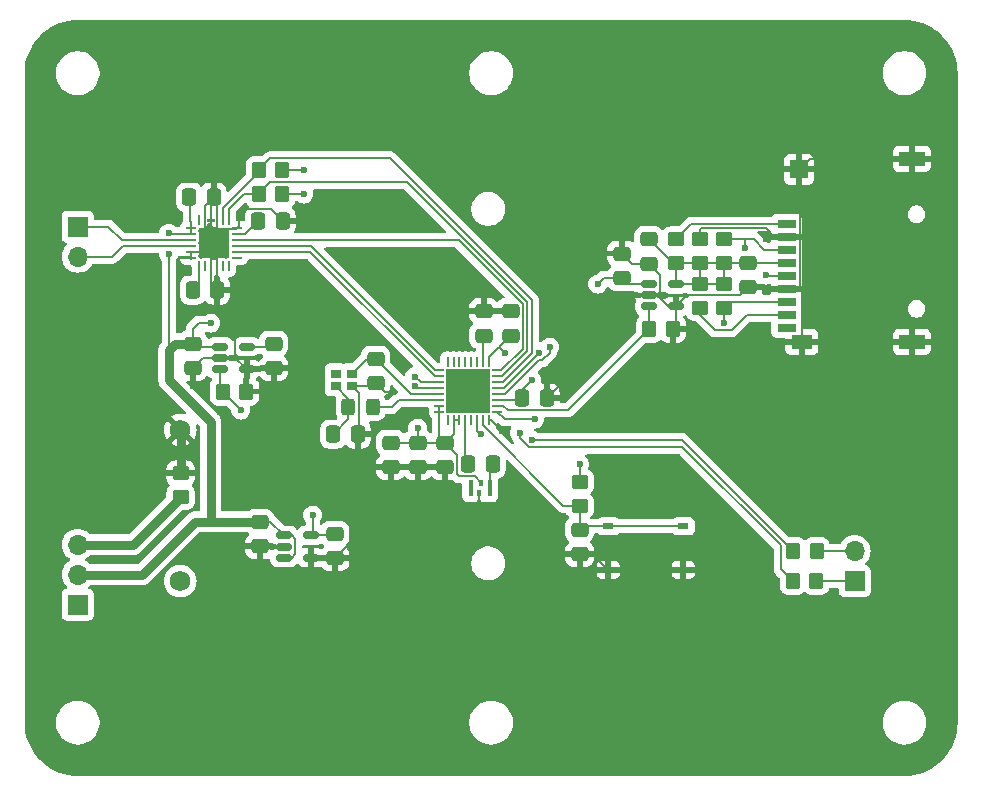
<source format=gtl>
%TF.GenerationSoftware,KiCad,Pcbnew,8.0.6-8.0.6-0~ubuntu24.04.1*%
%TF.CreationDate,2024-11-06T15:00:47+01:00*%
%TF.ProjectId,random_sampler,72616e64-6f6d-45f7-9361-6d706c65722e,rev?*%
%TF.SameCoordinates,Original*%
%TF.FileFunction,Copper,L1,Top*%
%TF.FilePolarity,Positive*%
%FSLAX46Y46*%
G04 Gerber Fmt 4.6, Leading zero omitted, Abs format (unit mm)*
G04 Created by KiCad (PCBNEW 8.0.6-8.0.6-0~ubuntu24.04.1) date 2024-11-06 15:00:47*
%MOMM*%
%LPD*%
G01*
G04 APERTURE LIST*
G04 Aperture macros list*
%AMRoundRect*
0 Rectangle with rounded corners*
0 $1 Rounding radius*
0 $2 $3 $4 $5 $6 $7 $8 $9 X,Y pos of 4 corners*
0 Add a 4 corners polygon primitive as box body*
4,1,4,$2,$3,$4,$5,$6,$7,$8,$9,$2,$3,0*
0 Add four circle primitives for the rounded corners*
1,1,$1+$1,$2,$3*
1,1,$1+$1,$4,$5*
1,1,$1+$1,$6,$7*
1,1,$1+$1,$8,$9*
0 Add four rect primitives between the rounded corners*
20,1,$1+$1,$2,$3,$4,$5,0*
20,1,$1+$1,$4,$5,$6,$7,0*
20,1,$1+$1,$6,$7,$8,$9,0*
20,1,$1+$1,$8,$9,$2,$3,0*%
G04 Aperture macros list end*
%TA.AperFunction,SMDPad,CuDef*%
%ADD10RoundRect,0.150000X-0.512500X-0.150000X0.512500X-0.150000X0.512500X0.150000X-0.512500X0.150000X0*%
%TD*%
%TA.AperFunction,SMDPad,CuDef*%
%ADD11RoundRect,0.250000X-0.475000X0.337500X-0.475000X-0.337500X0.475000X-0.337500X0.475000X0.337500X0*%
%TD*%
%TA.AperFunction,SMDPad,CuDef*%
%ADD12R,0.850000X0.750000*%
%TD*%
%TA.AperFunction,SMDPad,CuDef*%
%ADD13RoundRect,0.250000X0.350000X0.450000X-0.350000X0.450000X-0.350000X-0.450000X0.350000X-0.450000X0*%
%TD*%
%TA.AperFunction,SMDPad,CuDef*%
%ADD14RoundRect,0.250000X0.475000X-0.337500X0.475000X0.337500X-0.475000X0.337500X-0.475000X-0.337500X0*%
%TD*%
%TA.AperFunction,SMDPad,CuDef*%
%ADD15R,1.600000X0.700000*%
%TD*%
%TA.AperFunction,SMDPad,CuDef*%
%ADD16R,1.800000X1.200000*%
%TD*%
%TA.AperFunction,SMDPad,CuDef*%
%ADD17R,1.500000X1.600000*%
%TD*%
%TA.AperFunction,SMDPad,CuDef*%
%ADD18R,2.200000X1.200000*%
%TD*%
%TA.AperFunction,SMDPad,CuDef*%
%ADD19RoundRect,0.250000X-0.337500X-0.475000X0.337500X-0.475000X0.337500X0.475000X-0.337500X0.475000X0*%
%TD*%
%TA.AperFunction,SMDPad,CuDef*%
%ADD20RoundRect,0.250000X0.450000X-0.350000X0.450000X0.350000X-0.450000X0.350000X-0.450000X-0.350000X0*%
%TD*%
%TA.AperFunction,SMDPad,CuDef*%
%ADD21RoundRect,0.250000X-0.450000X0.350000X-0.450000X-0.350000X0.450000X-0.350000X0.450000X0.350000X0*%
%TD*%
%TA.AperFunction,ComponentPad*%
%ADD22R,1.700000X1.700000*%
%TD*%
%TA.AperFunction,ComponentPad*%
%ADD23O,1.700000X1.700000*%
%TD*%
%TA.AperFunction,SMDPad,CuDef*%
%ADD24RoundRect,0.250000X-0.350000X-0.450000X0.350000X-0.450000X0.350000X0.450000X-0.350000X0.450000X0*%
%TD*%
%TA.AperFunction,SMDPad,CuDef*%
%ADD25RoundRect,0.062500X-0.062500X0.375000X-0.062500X-0.375000X0.062500X-0.375000X0.062500X0.375000X0*%
%TD*%
%TA.AperFunction,SMDPad,CuDef*%
%ADD26RoundRect,0.062500X-0.375000X0.062500X-0.375000X-0.062500X0.375000X-0.062500X0.375000X0.062500X0*%
%TD*%
%TA.AperFunction,HeatsinkPad*%
%ADD27C,0.500000*%
%TD*%
%TA.AperFunction,HeatsinkPad*%
%ADD28R,2.600000X2.600000*%
%TD*%
%TA.AperFunction,SMDPad,CuDef*%
%ADD29RoundRect,0.250000X0.337500X0.475000X-0.337500X0.475000X-0.337500X-0.475000X0.337500X-0.475000X0*%
%TD*%
%TA.AperFunction,SMDPad,CuDef*%
%ADD30R,0.406400X1.397000*%
%TD*%
%TA.AperFunction,SMDPad,CuDef*%
%ADD31R,0.304800X0.508000*%
%TD*%
%TA.AperFunction,SMDPad,CuDef*%
%ADD32RoundRect,0.062500X0.062500X-0.337500X0.062500X0.337500X-0.062500X0.337500X-0.062500X-0.337500X0*%
%TD*%
%TA.AperFunction,SMDPad,CuDef*%
%ADD33RoundRect,0.062500X0.337500X-0.062500X0.337500X0.062500X-0.337500X0.062500X-0.337500X-0.062500X0*%
%TD*%
%TA.AperFunction,HeatsinkPad*%
%ADD34R,3.700000X3.700000*%
%TD*%
%TA.AperFunction,SMDPad,CuDef*%
%ADD35R,0.952500X0.558800*%
%TD*%
%TA.AperFunction,SMDPad,CuDef*%
%ADD36RoundRect,0.250000X-0.325000X-0.450000X0.325000X-0.450000X0.325000X0.450000X-0.325000X0.450000X0*%
%TD*%
%TA.AperFunction,ComponentPad*%
%ADD37C,1.755000*%
%TD*%
%TA.AperFunction,ViaPad*%
%ADD38C,0.600000*%
%TD*%
%TA.AperFunction,ViaPad*%
%ADD39C,0.500000*%
%TD*%
%TA.AperFunction,Conductor*%
%ADD40C,0.200000*%
%TD*%
%TA.AperFunction,Conductor*%
%ADD41C,0.750000*%
%TD*%
G04 APERTURE END LIST*
D10*
%TO.P,U4,1,IN*%
%TO.N,Batt*%
X22449526Y-44138474D03*
%TO.P,U4,2,GND*%
%TO.N,GND*%
X22449526Y-45088474D03*
%TO.P,U4,3,EN*%
%TO.N,Batt*%
X22449526Y-46038474D03*
%TO.P,U4,4,GND*%
%TO.N,GND*%
X24724526Y-46038474D03*
%TO.P,U4,5,OUT*%
%TO.N,+3V3*%
X24724526Y-44138474D03*
%TD*%
D11*
%TO.P,C7,1*%
%TO.N,Net-(U1-CHIP_EN)*%
X47498000Y-43645000D03*
%TO.P,C7,2*%
%TO.N,GND*%
X47498000Y-45720000D03*
%TD*%
D12*
%TO.P,Y1,1*%
%TO.N,Net-(C8-Pad1)*%
X26844000Y-31496000D03*
%TO.P,Y1,2*%
%TO.N,GND*%
X28194000Y-31496000D03*
%TO.P,Y1,3*%
%TO.N,Net-(U1-XTAL_N)*%
X28194000Y-30446000D03*
%TO.P,Y1,4*%
%TO.N,N/C*%
X26844000Y-30446000D03*
%TD*%
D10*
%TO.P,U5,1,IN*%
%TO.N,Batt*%
X53351000Y-22860000D03*
%TO.P,U5,2,GND*%
%TO.N,GND*%
X53351000Y-23810000D03*
%TO.P,U5,3,EN*%
%TO.N,SD_POW_EN*%
X53351000Y-24760000D03*
%TO.P,U5,4,GND*%
%TO.N,GND*%
X55626000Y-24760000D03*
%TO.P,U5,5,OUT*%
%TO.N,Net-(J1-VDD)*%
X55626000Y-22860000D03*
%TD*%
D13*
%TO.P,R11,1*%
%TO.N,+3V3*%
X22320000Y-13208000D03*
%TO.P,R11,2*%
%TO.N,SCL*%
X20320000Y-13208000D03*
%TD*%
D11*
%TO.P,C3,1*%
%TO.N,+3V3*%
X33782000Y-36279000D03*
%TO.P,C3,2*%
%TO.N,GND*%
X33782000Y-38354000D03*
%TD*%
D14*
%TO.P,C2,1*%
%TO.N,Net-(U1-VDD_SPI)*%
X39370000Y-27221000D03*
%TO.P,C2,2*%
%TO.N,GND*%
X39370000Y-25146000D03*
%TD*%
D13*
%TO.P,R9,1*%
%TO.N,GND*%
X19272000Y-31961000D03*
%TO.P,R9,2*%
%TO.N,1V8_POW_EN*%
X17272000Y-31961000D03*
%TD*%
%TO.P,R13,1*%
%TO.N,Net-(J3-Pin_1)*%
X67532000Y-48006000D03*
%TO.P,R13,2*%
%TO.N,RX*%
X65532000Y-48006000D03*
%TD*%
D15*
%TO.P,J1,1,DAT2*%
%TO.N,Net-(J1-DAT2)*%
X65013500Y-17750000D03*
%TO.P,J1,2,CD/DAT3*%
%TO.N,GND*%
X65013500Y-18850000D03*
%TO.P,J1,3,CMD*%
%TO.N,SD_DI*%
X65013500Y-19950000D03*
%TO.P,J1,4,VDD*%
%TO.N,Net-(J1-VDD)*%
X65013500Y-21050000D03*
%TO.P,J1,5,CLK*%
%TO.N,SD_SCLK*%
X65013500Y-22150000D03*
%TO.P,J1,6,VSS*%
%TO.N,GND*%
X65013500Y-23250000D03*
%TO.P,J1,7,DAT0*%
%TO.N,SD_DO*%
X65013500Y-24350000D03*
%TO.P,J1,8,DAT1*%
%TO.N,Net-(J1-DAT1)*%
X65013500Y-25450000D03*
%TO.P,J1,CD,CD*%
%TO.N,unconnected-(J1-PadCD)*%
X65013500Y-26550000D03*
D16*
%TO.P,J1,G1,COVER_GND*%
%TO.N,GND*%
X66313500Y-27750000D03*
D17*
%TO.P,J1,G2,COVER_GND__1*%
X66063500Y-13150000D03*
D18*
%TO.P,J1,G3,COVER_GND__2*%
X75613500Y-27750000D03*
%TO.P,J1,G4,COVER_GND__3*%
X75613500Y-12250000D03*
%TD*%
D19*
%TO.P,C11,1*%
%TO.N,Batt*%
X14435000Y-15494000D03*
%TO.P,C11,2*%
%TO.N,GND*%
X16510000Y-15494000D03*
%TD*%
D20*
%TO.P,R4,1*%
%TO.N,Net-(J1-DAT1)*%
X57658000Y-24860000D03*
%TO.P,R4,2*%
%TO.N,Net-(J1-VDD)*%
X57658000Y-22860000D03*
%TD*%
D21*
%TO.P,R1,1*%
%TO.N,+3V3*%
X47498000Y-39624000D03*
%TO.P,R1,2*%
%TO.N,Net-(U1-CHIP_EN)*%
X47498000Y-41624000D03*
%TD*%
D22*
%TO.P,J3,1,Pin_1*%
%TO.N,Net-(J3-Pin_1)*%
X70784000Y-48000000D03*
D23*
%TO.P,J3,2,Pin_2*%
%TO.N,Net-(J3-Pin_2)*%
X70784000Y-45460000D03*
%TD*%
D24*
%TO.P,R12,1*%
%TO.N,TX*%
X65564000Y-45466000D03*
%TO.P,R12,2*%
%TO.N,Net-(J3-Pin_2)*%
X67564000Y-45466000D03*
%TD*%
D21*
%TO.P,R2,1*%
%TO.N,GND*%
X57658000Y-19082000D03*
%TO.P,R2,2*%
%TO.N,Net-(J1-VDD)*%
X57658000Y-21082000D03*
%TD*%
D19*
%TO.P,C10,1*%
%TO.N,Net-(U1-XTAL_32K_P)*%
X38057000Y-38100000D03*
%TO.P,C10,2*%
%TO.N,Net-(XTAL1-CLK_Out)*%
X40132000Y-38100000D03*
%TD*%
D14*
%TO.P,C15,1*%
%TO.N,GND*%
X26767526Y-46081474D03*
%TO.P,C15,2*%
%TO.N,+3V3*%
X26767526Y-44006474D03*
%TD*%
D25*
%TO.P,U2,1,SDA*%
%TO.N,SDA*%
X17780000Y-17461000D03*
%TO.P,U2,2,SCL*%
%TO.N,SCL*%
X17280000Y-17461000D03*
%TO.P,U2,3,TEST1*%
%TO.N,GND*%
X16780000Y-17461000D03*
%TO.P,U2,4,ADSEL2*%
X16280000Y-17461000D03*
%TO.P,U2,5,TEST3*%
X15780000Y-17461000D03*
%TO.P,U2,6,NC*%
%TO.N,unconnected-(U2-NC-Pad6)*%
X15280000Y-17461000D03*
D26*
%TO.P,U2,7,VDDP*%
%TO.N,Batt*%
X14592500Y-18148500D03*
%TO.P,U2,8,VDDP*%
X14592500Y-18648500D03*
%TO.P,U2,9,OUTB*%
%TO.N,Net-(J2-Pin_1)*%
X14592500Y-19148500D03*
%TO.P,U2,10,OUTA*%
%TO.N,Net-(J2-Pin_2)*%
X14592500Y-19648500D03*
%TO.P,U2,11,GNDP*%
%TO.N,GND*%
X14592500Y-20148500D03*
%TO.P,U2,12,GNDP*%
X14592500Y-20648500D03*
D25*
%TO.P,U2,13,STABA*%
%TO.N,Net-(U2-STABA)*%
X15280000Y-21336000D03*
%TO.P,U2,14,NC*%
%TO.N,unconnected-(U2-NC-Pad14)*%
X15780000Y-21336000D03*
%TO.P,U2,15,TEST2*%
%TO.N,GND*%
X16280000Y-21336000D03*
%TO.P,U2,16,ADSEL1*%
X16780000Y-21336000D03*
%TO.P,U2,17,SDI2*%
%TO.N,unconnected-(U2-SDI2-Pad17)*%
X17280000Y-21336000D03*
%TO.P,U2,18,SCK2*%
%TO.N,unconnected-(U2-SCK2-Pad18)*%
X17780000Y-21336000D03*
D26*
%TO.P,U2,19,LRCK2*%
%TO.N,unconnected-(U2-LRCK2-Pad19)*%
X18467500Y-20648500D03*
%TO.P,U2,20,SDI1*%
%TO.N,SDI*%
X18467500Y-20148500D03*
%TO.P,U2,21,SCK1*%
%TO.N,SCK*%
X18467500Y-19648500D03*
%TO.P,U2,22,LRCK1*%
%TO.N,LRCK*%
X18467500Y-19148500D03*
%TO.P,U2,23,VDD*%
%TO.N,+1V8*%
X18467500Y-18648500D03*
%TO.P,U2,24,GNDD*%
%TO.N,GND*%
X18467500Y-18148500D03*
D27*
%TO.P,U2,25,EP*%
X17580000Y-18348500D03*
X16530000Y-18348500D03*
X15480000Y-18348500D03*
X17580000Y-19398500D03*
X16530000Y-19398500D03*
D28*
X16530000Y-19398500D03*
D27*
X15480000Y-19398500D03*
X17580000Y-20448500D03*
X16530000Y-20448500D03*
X15480000Y-20448500D03*
%TD*%
D14*
%TO.P,C16,1*%
%TO.N,GND*%
X20417526Y-45065474D03*
%TO.P,C16,2*%
%TO.N,Batt*%
X20417526Y-42990474D03*
%TD*%
D11*
%TO.P,C4,1*%
%TO.N,+3V3*%
X31496000Y-36279000D03*
%TO.P,C4,2*%
%TO.N,GND*%
X31496000Y-38354000D03*
%TD*%
%TO.P,C12,1*%
%TO.N,Net-(J1-VDD)*%
X61722000Y-21060500D03*
%TO.P,C12,2*%
%TO.N,GND*%
X61722000Y-23135500D03*
%TD*%
D19*
%TO.P,C5,1*%
%TO.N,+3V3*%
X42629000Y-32512000D03*
%TO.P,C5,2*%
%TO.N,GND*%
X44704000Y-32512000D03*
%TD*%
D11*
%TO.P,C18,1*%
%TO.N,GND*%
X51054000Y-20277000D03*
%TO.P,C18,2*%
%TO.N,Batt*%
X51054000Y-22352000D03*
%TD*%
D14*
%TO.P,C1,1*%
%TO.N,+3V3*%
X41656000Y-27221000D03*
%TO.P,C1,2*%
%TO.N,GND*%
X41656000Y-25146000D03*
%TD*%
D13*
%TO.P,R8,1*%
%TO.N,GND*%
X55372000Y-26670000D03*
%TO.P,R8,2*%
%TO.N,SD_POW_EN*%
X53372000Y-26670000D03*
%TD*%
D29*
%TO.P,C19,1*%
%TO.N,GND*%
X22352000Y-17526000D03*
%TO.P,C19,2*%
%TO.N,+1V8*%
X20277000Y-17526000D03*
%TD*%
D21*
%TO.P,R3,1*%
%TO.N,Net-(J1-DAT2)*%
X55626000Y-19082000D03*
%TO.P,R3,2*%
%TO.N,Net-(J1-VDD)*%
X55626000Y-21082000D03*
%TD*%
D14*
%TO.P,C17,1*%
%TO.N,GND*%
X53340000Y-21125000D03*
%TO.P,C17,2*%
%TO.N,Net-(J1-VDD)*%
X53340000Y-19050000D03*
%TD*%
D29*
%TO.P,C20,1*%
%TO.N,GND*%
X16807000Y-23368000D03*
%TO.P,C20,2*%
%TO.N,Net-(U2-STABA)*%
X14732000Y-23368000D03*
%TD*%
D10*
%TO.P,U3,1,IN*%
%TO.N,Batt*%
X17029000Y-28151000D03*
%TO.P,U3,2,GND*%
%TO.N,GND*%
X17029000Y-29101000D03*
%TO.P,U3,3,EN*%
%TO.N,1V8_POW_EN*%
X17029000Y-30051000D03*
%TO.P,U3,4,GND*%
%TO.N,GND*%
X19304000Y-30051000D03*
%TO.P,U3,5,OUT*%
%TO.N,+1V8*%
X19304000Y-28151000D03*
%TD*%
D14*
%TO.P,C14,1*%
%TO.N,GND*%
X21590000Y-29972000D03*
%TO.P,C14,2*%
%TO.N,+1V8*%
X21590000Y-27897000D03*
%TD*%
D20*
%TO.P,R5,1*%
%TO.N,SD_DO*%
X59690000Y-24860000D03*
%TO.P,R5,2*%
%TO.N,Net-(J1-VDD)*%
X59690000Y-22860000D03*
%TD*%
D30*
%TO.P,XTAL1,1,NC*%
%TO.N,unconnected-(XTAL1-NC-Pad1)*%
X38277998Y-40132000D03*
D31*
%TO.P,XTAL1,2,GND*%
%TO.N,GND*%
X38979024Y-40577999D03*
D30*
%TO.P,XTAL1,3,CLK_Out*%
%TO.N,Net-(XTAL1-CLK_Out)*%
X39878000Y-40132000D03*
D31*
%TO.P,XTAL1,4,Vdd*%
%TO.N,+3V3*%
X39183999Y-39686001D03*
%TD*%
D32*
%TO.P,U1,1,LNA_IN*%
%TO.N,unconnected-(U1-LNA_IN-Pad1)*%
X36322000Y-34364000D03*
%TO.P,U1,2,VDD3P3*%
%TO.N,+3V3*%
X36822000Y-34364000D03*
%TO.P,U1,3,VDD3P3*%
X37322000Y-34364000D03*
%TO.P,U1,4,XTAL_32K_P*%
%TO.N,Net-(U1-XTAL_32K_P)*%
X37822000Y-34364000D03*
%TO.P,U1,5,XTAL_32K_N*%
%TO.N,unconnected-(U1-XTAL_32K_N-Pad5)*%
X38322000Y-34364000D03*
%TO.P,U1,6,GPIO2*%
%TO.N,SD_DI*%
X38822000Y-34364000D03*
%TO.P,U1,7,CHIP_EN*%
%TO.N,Net-(U1-CHIP_EN)*%
X39322000Y-34364000D03*
%TO.P,U1,8,GPIO3*%
%TO.N,GND*%
X39822000Y-34364000D03*
D33*
%TO.P,U1,9,MTMS*%
%TO.N,1V8_POW_EN*%
X40522000Y-33664000D03*
%TO.P,U1,10,MTDI*%
%TO.N,SD_POW_EN*%
X40522000Y-33164000D03*
%TO.P,U1,11,VDD3P3_RTC*%
%TO.N,+3V3*%
X40522000Y-32664000D03*
%TO.P,U1,12,MTCK*%
%TO.N,SD_SCLK*%
X40522000Y-32164000D03*
%TO.P,U1,13,MTDO*%
%TO.N,SD_DO*%
X40522000Y-31664000D03*
%TO.P,U1,14,GPIO8*%
%TO.N,SCL*%
X40522000Y-31164000D03*
%TO.P,U1,15,GPIO9*%
%TO.N,SDA*%
X40522000Y-30664000D03*
%TO.P,U1,16,GPIO10*%
%TO.N,LRCK*%
X40522000Y-30164000D03*
D32*
%TO.P,U1,17,VDD3P3_CPU*%
%TO.N,+3V3*%
X39822000Y-29464000D03*
%TO.P,U1,18,VDD_SPI*%
%TO.N,Net-(U1-VDD_SPI)*%
X39322000Y-29464000D03*
%TO.P,U1,19,SPIHD*%
%TO.N,unconnected-(U1-SPIHD-Pad19)*%
X38822000Y-29464000D03*
%TO.P,U1,20,SPIWP*%
%TO.N,unconnected-(U1-SPIWP-Pad20)*%
X38322000Y-29464000D03*
%TO.P,U1,21,SPICS0*%
%TO.N,unconnected-(U1-SPICS0-Pad21)*%
X37822000Y-29464000D03*
%TO.P,U1,22,SPICLK*%
%TO.N,unconnected-(U1-SPICLK-Pad22)*%
X37322000Y-29464000D03*
%TO.P,U1,23,SPID*%
%TO.N,unconnected-(U1-SPID-Pad23)*%
X36822000Y-29464000D03*
%TO.P,U1,24,SPIQ*%
%TO.N,unconnected-(U1-SPIQ-Pad24)*%
X36322000Y-29464000D03*
D33*
%TO.P,U1,25,GPIO18*%
%TO.N,SCK*%
X35622000Y-30164000D03*
%TO.P,U1,26,GPIO19*%
%TO.N,SDI*%
X35622000Y-30664000D03*
%TO.P,U1,27,U0RXD*%
%TO.N,RX*%
X35622000Y-31164000D03*
%TO.P,U1,28,U0TXD*%
%TO.N,TX*%
X35622000Y-31664000D03*
%TO.P,U1,29,XTAL_N*%
%TO.N,Net-(U1-XTAL_N)*%
X35622000Y-32164000D03*
%TO.P,U1,30,XTAL_P*%
%TO.N,Net-(U1-XTAL_P)*%
X35622000Y-32664000D03*
%TO.P,U1,31,VDDA*%
%TO.N,+3V3*%
X35622000Y-33164000D03*
%TO.P,U1,32,VDDA*%
X35622000Y-33664000D03*
D34*
%TO.P,U1,33,GND*%
%TO.N,GND*%
X38072000Y-31914000D03*
%TD*%
D21*
%TO.P,R6,1*%
%TO.N,SD_DI*%
X59690000Y-19066000D03*
%TO.P,R6,2*%
%TO.N,Net-(J1-VDD)*%
X59690000Y-21066000D03*
%TD*%
D35*
%TO.P,U6,1,1*%
%TO.N,Net-(U1-CHIP_EN)*%
X49904650Y-43357800D03*
%TO.P,U6,2,2*%
X56267350Y-43357800D03*
%TO.P,U6,3,3*%
%TO.N,GND*%
X49904650Y-47066200D03*
%TO.P,U6,4,4*%
X56267350Y-47066200D03*
%TD*%
D36*
%TO.P,L1,1,1*%
%TO.N,Net-(C8-Pad1)*%
X27922000Y-33274000D03*
%TO.P,L1,2,2*%
%TO.N,Net-(U1-XTAL_P)*%
X29972000Y-33274000D03*
%TD*%
D19*
%TO.P,C8,1*%
%TO.N,Net-(C8-Pad1)*%
X26627000Y-35560000D03*
%TO.P,C8,2*%
%TO.N,GND*%
X28702000Y-35560000D03*
%TD*%
D11*
%TO.P,C9,1*%
%TO.N,Net-(U1-XTAL_N)*%
X30226000Y-29167000D03*
%TO.P,C9,2*%
%TO.N,GND*%
X30226000Y-31242000D03*
%TD*%
%TO.P,C6,1*%
%TO.N,+3V3*%
X36068000Y-36279000D03*
%TO.P,C6,2*%
%TO.N,GND*%
X36068000Y-38354000D03*
%TD*%
D21*
%TO.P,R7,1*%
%TO.N,GND*%
X13716000Y-38894000D03*
%TO.P,R7,2*%
%TO.N,Net-(R7-Pad2)*%
X13716000Y-40894000D03*
%TD*%
D13*
%TO.P,R10,1*%
%TO.N,+3V3*%
X22320000Y-15240000D03*
%TO.P,R10,2*%
%TO.N,SDA*%
X20320000Y-15240000D03*
%TD*%
D14*
%TO.P,C13,1*%
%TO.N,GND*%
X14732000Y-29972000D03*
%TO.P,C13,2*%
%TO.N,Batt*%
X14732000Y-27897000D03*
%TD*%
D37*
%TO.P,BT1,+*%
%TO.N,Net-(BT1-Pad+)*%
X13680000Y-48000000D03*
%TO.P,BT1,-*%
%TO.N,GND*%
X13680000Y-35200000D03*
%TD*%
D22*
%TO.P,J2,1,Pin_1*%
%TO.N,Net-(J2-Pin_1)*%
X5000000Y-18000000D03*
D23*
%TO.P,J2,2,Pin_2*%
%TO.N,Net-(J2-Pin_2)*%
X5000000Y-20540000D03*
%TD*%
D22*
%TO.P,SW2,1,1*%
%TO.N,Net-(BT1-Pad+)*%
X5000000Y-50000000D03*
D23*
%TO.P,SW2,2,2*%
%TO.N,Batt*%
X5000000Y-47460000D03*
%TO.P,SW2,3,3*%
%TO.N,Net-(R7-Pad2)*%
X5000000Y-44920000D03*
%TD*%
D38*
%TO.N,GND*%
X63246000Y-19050000D03*
D39*
X39600000Y-31914000D03*
X38072000Y-31914000D03*
D38*
X17145000Y-12573000D03*
X40894000Y-35306000D03*
X17780000Y-51943000D03*
D39*
X38072000Y-30370000D03*
D38*
X44323000Y-51816000D03*
D39*
X38072000Y-33450000D03*
X36530000Y-31914000D03*
D38*
X59944000Y-51689000D03*
X46228000Y-32512000D03*
X34798000Y-25146000D03*
X59563000Y-35306000D03*
X31750000Y-32004000D03*
X27813000Y-27051000D03*
X35179000Y-12446000D03*
X57785000Y-11430000D03*
X14732000Y-31496000D03*
X29591000Y-51943000D03*
%TO.N,+3V3*%
X24130000Y-15240000D03*
X24892000Y-42418000D03*
X41148000Y-28702000D03*
X43434000Y-30988000D03*
X24130000Y-13208000D03*
X33782000Y-35052000D03*
X47498000Y-38100000D03*
%TO.N,Batt*%
X49022000Y-22860000D03*
X12700000Y-20320000D03*
X16256000Y-26162000D03*
X12700000Y-18548500D03*
%TO.N,SD_DI*%
X61468000Y-19812000D03*
X39116000Y-35560000D03*
%TO.N,SD_DO*%
X59690000Y-26162000D03*
X44080597Y-28707089D03*
%TO.N,SD_SCLK*%
X44958000Y-28194000D03*
X63246000Y-22098000D03*
%TO.N,1V8_POW_EN*%
X18796000Y-33528000D03*
X43688000Y-34290000D03*
%TO.N,TX*%
X43434000Y-36068000D03*
X33528000Y-31496000D03*
%TO.N,RX*%
X42418000Y-35468000D03*
X33528000Y-30695997D03*
%TD*%
D40*
%TO.N,GND*%
X43180000Y-45720000D02*
X38979024Y-41519024D01*
X56626000Y-23760000D02*
X61097500Y-23760000D01*
X28702000Y-35560000D02*
X28702000Y-36830000D01*
X21590000Y-29972000D02*
X19383000Y-29972000D01*
X18669000Y-17947000D02*
X18669000Y-16891000D01*
X54963499Y-24760000D02*
X55626000Y-24760000D01*
X28194000Y-31496000D02*
X29972000Y-31496000D01*
X66313500Y-27750000D02*
X66313500Y-23550000D01*
X48558450Y-45720000D02*
X49904650Y-47066200D01*
X57796000Y-18150000D02*
X63246000Y-18150000D01*
X66013500Y-23250000D02*
X65013500Y-23250000D01*
X33782000Y-38354000D02*
X36068000Y-38354000D01*
X55626000Y-24760000D02*
X55626000Y-26416000D01*
X53340000Y-21125000D02*
X51902000Y-21125000D01*
X16780000Y-17461000D02*
X16780000Y-15764000D01*
X31496000Y-38354000D02*
X30099000Y-38354000D01*
X61722000Y-23135500D02*
X64899000Y-23135500D01*
X18669000Y-16891000D02*
X19059000Y-16501000D01*
X75613500Y-27750000D02*
X66313500Y-27750000D01*
X25654000Y-37211000D02*
X21590000Y-33147000D01*
X18341500Y-23421500D02*
X18341500Y-29088500D01*
X44704000Y-32512000D02*
X47625000Y-29591000D01*
X16280000Y-21336000D02*
X16280000Y-22841000D01*
X54013499Y-23810000D02*
X54963499Y-24760000D01*
X29972000Y-31496000D02*
X30226000Y-31242000D01*
X16780000Y-21336000D02*
X16780000Y-19648500D01*
D41*
X13716000Y-38894000D02*
X13716000Y-35236000D01*
D40*
X30988000Y-32004000D02*
X30226000Y-31242000D01*
X16280000Y-19148500D02*
X16530000Y-19398500D01*
X19272000Y-30083000D02*
X19304000Y-30051000D01*
X26724526Y-46038474D02*
X26767526Y-46081474D01*
X28702000Y-36957000D02*
X28702000Y-35560000D01*
X63946000Y-18850000D02*
X65013500Y-18850000D01*
X38979024Y-40577999D02*
X38979024Y-41529000D01*
X54013499Y-23810000D02*
X54313500Y-23509999D01*
X39952000Y-34364000D02*
X39822000Y-34364000D01*
X57658000Y-19082000D02*
X57658000Y-18288000D01*
X21327000Y-16501000D02*
X22352000Y-17526000D01*
X14732000Y-31496000D02*
X14732000Y-29972000D01*
X16780000Y-15764000D02*
X16510000Y-15494000D01*
X16280000Y-21336000D02*
X16280000Y-19648500D01*
X63246000Y-19050000D02*
X63746000Y-19050000D01*
X14592500Y-20148500D02*
X15780000Y-20148500D01*
X24724526Y-47030474D02*
X24511000Y-47244000D01*
X15780000Y-17461000D02*
X15780000Y-16224000D01*
X44704000Y-32512000D02*
X46228000Y-32512000D01*
X28702000Y-35560000D02*
X28797000Y-35465000D01*
X17029000Y-29101000D02*
X15603000Y-29101000D01*
X41656000Y-25146000D02*
X39370000Y-25146000D01*
X56267350Y-47066200D02*
X49904650Y-47066200D01*
X38979024Y-41529000D02*
X37592000Y-41529000D01*
X55626000Y-26416000D02*
X55372000Y-26670000D01*
X61097500Y-23760000D02*
X61722000Y-23135500D01*
X22426526Y-45065474D02*
X22449526Y-45088474D01*
X13716000Y-35236000D02*
X13680000Y-35200000D01*
X63246000Y-18150000D02*
X63946000Y-18850000D01*
X20417526Y-46706526D02*
X20417526Y-45065474D01*
X19272000Y-31961000D02*
X19272000Y-30083000D01*
X14592500Y-20648500D02*
X14592500Y-20148500D01*
X15780000Y-17461000D02*
X15780000Y-18648500D01*
X31496000Y-38354000D02*
X33782000Y-38354000D01*
X15780000Y-16224000D02*
X16510000Y-15494000D01*
X54313500Y-23509999D02*
X54313500Y-22098500D01*
X36068000Y-40005000D02*
X36068000Y-38354000D01*
X17705000Y-18223500D02*
X17580000Y-18348500D01*
X28321000Y-37211000D02*
X25654000Y-37211000D01*
X63746000Y-19050000D02*
X63946000Y-18850000D01*
X20955000Y-47244000D02*
X20417526Y-46706526D01*
X28797000Y-32099000D02*
X28194000Y-31496000D01*
X66313500Y-23550000D02*
X66013500Y-23250000D01*
X16780000Y-23341000D02*
X16807000Y-23368000D01*
X39370000Y-25146000D02*
X34798000Y-25146000D01*
X28702000Y-36830000D02*
X28321000Y-37211000D01*
X15780000Y-18648500D02*
X16530000Y-19398500D01*
X40894000Y-35306000D02*
X39952000Y-34364000D01*
X51902000Y-21125000D02*
X51054000Y-20277000D01*
X28797000Y-35465000D02*
X28797000Y-32099000D01*
X66963500Y-12250000D02*
X66063500Y-13150000D01*
X16807000Y-23368000D02*
X18288000Y-23368000D01*
X31750000Y-32004000D02*
X30988000Y-32004000D01*
X16780000Y-19148500D02*
X16530000Y-19398500D01*
X24724526Y-46038474D02*
X26724526Y-46038474D01*
X16780000Y-19648500D02*
X16530000Y-19398500D01*
X47498000Y-45720000D02*
X48558450Y-45720000D01*
X26767526Y-46081474D02*
X31496000Y-41353000D01*
X17029000Y-29101000D02*
X18354000Y-29101000D01*
X16780000Y-17461000D02*
X16780000Y-19148500D01*
X16780000Y-21336000D02*
X16780000Y-23341000D01*
X54313500Y-22098500D02*
X53340000Y-21125000D01*
X49827000Y-20277000D02*
X51054000Y-20277000D01*
X16280000Y-19648500D02*
X16530000Y-19398500D01*
X31496000Y-41353000D02*
X31496000Y-38354000D01*
X16280000Y-15724000D02*
X16510000Y-15494000D01*
X19059000Y-16501000D02*
X21327000Y-16501000D01*
X18288000Y-23368000D02*
X18341500Y-23421500D01*
X18467500Y-18148500D02*
X18669000Y-17947000D01*
X30099000Y-38354000D02*
X28702000Y-36957000D01*
X66113500Y-23150000D02*
X66013500Y-23250000D01*
X47625000Y-22479000D02*
X49827000Y-20277000D01*
X15603000Y-29101000D02*
X14732000Y-29972000D01*
X21590000Y-33147000D02*
X21590000Y-29972000D01*
X47625000Y-29591000D02*
X47625000Y-22479000D01*
X66113500Y-13200000D02*
X66113500Y-23150000D01*
X18392500Y-18223500D02*
X17705000Y-18223500D01*
X20417526Y-45065474D02*
X22426526Y-45065474D01*
X75613500Y-12250000D02*
X66963500Y-12250000D01*
X15780000Y-20148500D02*
X16530000Y-19398500D01*
X24724526Y-46038474D02*
X24724526Y-47030474D01*
X18467500Y-18148500D02*
X18392500Y-18223500D01*
X16280000Y-22841000D02*
X16807000Y-23368000D01*
X19383000Y-29972000D02*
X19304000Y-30051000D01*
X24511000Y-47244000D02*
X20955000Y-47244000D01*
X47498000Y-45720000D02*
X43180000Y-45720000D01*
X64899000Y-23135500D02*
X65013500Y-23250000D01*
X55626000Y-24760000D02*
X56626000Y-23760000D01*
X37592000Y-41529000D02*
X36068000Y-40005000D01*
X16280000Y-17461000D02*
X16280000Y-19148500D01*
X53351000Y-23810000D02*
X54013499Y-23810000D01*
X16280000Y-17461000D02*
X16280000Y-15724000D01*
X18354000Y-29101000D02*
X19304000Y-30051000D01*
X38979024Y-41519024D02*
X38979024Y-40577999D01*
X66063500Y-13150000D02*
X66113500Y-13200000D01*
X18341500Y-29088500D02*
X18354000Y-29101000D01*
X57658000Y-18288000D02*
X57796000Y-18150000D01*
%TO.N,+3V3*%
X24724526Y-44138474D02*
X26635526Y-44138474D01*
X37093000Y-37304000D02*
X36068000Y-36279000D01*
X36822000Y-34364000D02*
X36822000Y-35525000D01*
X39822000Y-29055000D02*
X40661500Y-28215500D01*
X42629000Y-32512000D02*
X42477000Y-32664000D01*
X41148000Y-28702000D02*
X40661500Y-28215500D01*
X38631498Y-39133500D02*
X37300256Y-39133500D01*
X35622000Y-35833000D02*
X36068000Y-36279000D01*
X33782000Y-35052000D02*
X33782000Y-36279000D01*
X22320000Y-13208000D02*
X24130000Y-13208000D01*
X40661500Y-28215500D02*
X41656000Y-27221000D01*
X24892000Y-43971000D02*
X24724526Y-44138474D01*
X33782000Y-36279000D02*
X31496000Y-36279000D01*
X36822000Y-34364000D02*
X37322000Y-34364000D01*
X35622000Y-33664000D02*
X35622000Y-35833000D01*
X36822000Y-35525000D02*
X36068000Y-36279000D01*
X42477000Y-32664000D02*
X40522000Y-32664000D01*
X35622000Y-33164000D02*
X35622000Y-33664000D01*
X39822000Y-29464000D02*
X39822000Y-29055000D01*
X42629000Y-31793000D02*
X43434000Y-30988000D01*
X24892000Y-42418000D02*
X24892000Y-43971000D01*
X42629000Y-32512000D02*
X42629000Y-31793000D01*
X37093000Y-38926244D02*
X37093000Y-37304000D01*
X37300256Y-39133500D02*
X37093000Y-38926244D01*
X36068000Y-36279000D02*
X33782000Y-36279000D01*
X26635526Y-44138474D02*
X26767526Y-44006474D01*
X24130000Y-15240000D02*
X22320000Y-15240000D01*
X47498000Y-38100000D02*
X47498000Y-39624000D01*
X39183999Y-39686001D02*
X38631498Y-39133500D01*
%TO.N,Net-(U1-VDD_SPI)*%
X39322000Y-27269000D02*
X39370000Y-27221000D01*
X39322000Y-29464000D02*
X39322000Y-27269000D01*
%TO.N,Net-(U1-CHIP_EN)*%
X46119800Y-41624000D02*
X39322000Y-34826200D01*
X47498000Y-41624000D02*
X46119800Y-41624000D01*
X39322000Y-34826200D02*
X39322000Y-34364000D01*
X49904650Y-43357800D02*
X47785200Y-43357800D01*
X49904650Y-43357800D02*
X56267350Y-43357800D01*
X47785200Y-43357800D02*
X47498000Y-43645000D01*
X47498000Y-43645000D02*
X47498000Y-41624000D01*
%TO.N,Net-(C8-Pad1)*%
X27922000Y-32574000D02*
X26844000Y-31496000D01*
X27922000Y-33274000D02*
X27922000Y-32574000D01*
X27922000Y-34308000D02*
X27922000Y-33274000D01*
X26670000Y-35560000D02*
X27922000Y-34308000D01*
X26627000Y-35560000D02*
X26670000Y-35560000D01*
%TO.N,Net-(U1-XTAL_N)*%
X29473000Y-29167000D02*
X28194000Y-30446000D01*
X30226000Y-29167000D02*
X29473000Y-29167000D01*
X33223000Y-32164000D02*
X30226000Y-29167000D01*
X35622000Y-32164000D02*
X33223000Y-32164000D01*
%TO.N,Net-(U1-XTAL_32K_P)*%
X38057000Y-38100000D02*
X37822000Y-37865000D01*
X37822000Y-37865000D02*
X37822000Y-34364000D01*
%TO.N,Net-(XTAL1-CLK_Out)*%
X39878000Y-40132000D02*
X39878000Y-38354000D01*
X39878000Y-38354000D02*
X40132000Y-38100000D01*
%TO.N,Batt*%
X22449526Y-46038474D02*
X23112025Y-46038474D01*
X12700000Y-20320000D02*
X12700000Y-28448000D01*
X14592500Y-17640500D02*
X14478000Y-17526000D01*
X14592500Y-18648500D02*
X14592500Y-18148500D01*
D41*
X16256000Y-34544000D02*
X16256000Y-42990474D01*
D40*
X14732000Y-26670000D02*
X14732000Y-27897000D01*
D41*
X14921526Y-42990474D02*
X10452000Y-47460000D01*
X12700000Y-30988000D02*
X16256000Y-34544000D01*
D40*
X15240000Y-26162000D02*
X14732000Y-26670000D01*
X14592500Y-18648500D02*
X12800000Y-18648500D01*
X51562000Y-22860000D02*
X51054000Y-22352000D01*
X14478000Y-15537000D02*
X14435000Y-15494000D01*
D41*
X16256000Y-42990474D02*
X14921526Y-42990474D01*
D40*
X17029000Y-28151000D02*
X14986000Y-28151000D01*
D41*
X14732000Y-27897000D02*
X13251000Y-27897000D01*
D40*
X14592500Y-18148500D02*
X14592500Y-17640500D01*
D41*
X13251000Y-27897000D02*
X12700000Y-28448000D01*
D40*
X14986000Y-28151000D02*
X14732000Y-27897000D01*
X23112025Y-44138474D02*
X22449526Y-44138474D01*
X14478000Y-17526000D02*
X14478000Y-15537000D01*
X49530000Y-22352000D02*
X49022000Y-22860000D01*
X51054000Y-22352000D02*
X49530000Y-22352000D01*
X23412026Y-44438475D02*
X23112025Y-44138474D01*
X20417526Y-42990474D02*
X21301526Y-42990474D01*
X12800000Y-18648500D02*
X12700000Y-18548500D01*
X16256000Y-26162000D02*
X15240000Y-26162000D01*
X21301526Y-42990474D02*
X22449526Y-44138474D01*
X23412026Y-45738473D02*
X23412026Y-44438475D01*
D41*
X10452000Y-47460000D02*
X5000000Y-47460000D01*
D40*
X53351000Y-22860000D02*
X51562000Y-22860000D01*
D41*
X20417526Y-42990474D02*
X16256000Y-42990474D01*
X12700000Y-28448000D02*
X12700000Y-30988000D01*
D40*
X23112025Y-46038474D02*
X23412026Y-45738473D01*
%TO.N,Net-(J1-VDD)*%
X61722000Y-21060500D02*
X59695500Y-21060500D01*
X59674000Y-21082000D02*
X59690000Y-21066000D01*
X55626000Y-21082000D02*
X55626000Y-22860000D01*
X61732500Y-21050000D02*
X61722000Y-21060500D01*
X57658000Y-21082000D02*
X59674000Y-21082000D01*
X55626000Y-21082000D02*
X55372000Y-20828000D01*
X57658000Y-21082000D02*
X55626000Y-21082000D01*
X65013500Y-21050000D02*
X61732500Y-21050000D01*
X57658000Y-22860000D02*
X57658000Y-21082000D01*
X59690000Y-21066000D02*
X59690000Y-22860000D01*
X59695500Y-21060500D02*
X59690000Y-21066000D01*
X55118000Y-20828000D02*
X53340000Y-19050000D01*
X55372000Y-20828000D02*
X55118000Y-20828000D01*
X55626000Y-22860000D02*
X57658000Y-22860000D01*
X59690000Y-22860000D02*
X57658000Y-22860000D01*
%TO.N,+1V8*%
X20277000Y-17526000D02*
X19154500Y-18648500D01*
X19154500Y-18648500D02*
X18467500Y-18648500D01*
X20277000Y-17526000D02*
X20171500Y-17631500D01*
X19304000Y-28151000D02*
X21336000Y-28151000D01*
X21336000Y-28151000D02*
X21590000Y-27897000D01*
%TO.N,Net-(U2-STABA)*%
X15280000Y-22820000D02*
X14732000Y-23368000D01*
X15280000Y-21336000D02*
X15280000Y-22820000D01*
%TO.N,SD_DI*%
X38822000Y-34364000D02*
X38822000Y-35266000D01*
X38822000Y-35266000D02*
X39116000Y-35560000D01*
X61468000Y-19812000D02*
X61468000Y-19066000D01*
X59690000Y-19066000D02*
X61468000Y-19066000D01*
X62246000Y-19066000D02*
X63130000Y-19950000D01*
X63130000Y-19950000D02*
X65013500Y-19950000D01*
X61468000Y-19066000D02*
X62246000Y-19066000D01*
%TO.N,Net-(J1-DAT2)*%
X56958000Y-17750000D02*
X65013500Y-17750000D01*
X55626000Y-19082000D02*
X56958000Y-17750000D01*
%TO.N,SD_DO*%
X59690000Y-26162000D02*
X59690000Y-24860000D01*
X44080597Y-28707089D02*
X44024669Y-28707089D01*
X44024669Y-28707089D02*
X41067758Y-31664000D01*
X60200000Y-24350000D02*
X59690000Y-24860000D01*
X41067758Y-31664000D02*
X40522000Y-31664000D01*
X65013500Y-24350000D02*
X60200000Y-24350000D01*
%TO.N,SD_SCLK*%
X44329126Y-29307089D02*
X44073104Y-29307089D01*
X41216193Y-32164000D02*
X40522000Y-32164000D01*
X65013500Y-22150000D02*
X63298000Y-22150000D01*
X44958000Y-28194000D02*
X44958000Y-28678215D01*
X44958000Y-28678215D02*
X44329126Y-29307089D01*
X63298000Y-22150000D02*
X63246000Y-22098000D01*
X44073104Y-29307089D02*
X41216193Y-32164000D01*
%TO.N,Net-(J1-DAT1)*%
X60360000Y-26762000D02*
X61672000Y-25450000D01*
X58960000Y-26762000D02*
X60360000Y-26762000D01*
X61672000Y-25450000D02*
X65013500Y-25450000D01*
X57658000Y-25460000D02*
X58960000Y-26762000D01*
X57658000Y-24860000D02*
X57658000Y-25460000D01*
%TO.N,Net-(J2-Pin_1)*%
X7586000Y-18000000D02*
X5000000Y-18000000D01*
X14592500Y-19148500D02*
X8734500Y-19148500D01*
X8734500Y-19148500D02*
X7586000Y-18000000D01*
%TO.N,Net-(J2-Pin_2)*%
X5000000Y-20540000D02*
X7908000Y-20540000D01*
X8799500Y-19648500D02*
X14592500Y-19648500D01*
X7908000Y-20540000D02*
X8799500Y-19648500D01*
%TO.N,Net-(J3-Pin_1)*%
X67532000Y-48006000D02*
X70778000Y-48006000D01*
X70778000Y-48006000D02*
X70784000Y-48000000D01*
%TO.N,Net-(J3-Pin_2)*%
X67564000Y-45466000D02*
X70778000Y-45466000D01*
X70778000Y-45466000D02*
X70784000Y-45460000D01*
%TO.N,Net-(U1-XTAL_P)*%
X32182200Y-32664000D02*
X31572200Y-33274000D01*
X31572200Y-33274000D02*
X29972000Y-33274000D01*
X35622000Y-32664000D02*
X32182200Y-32664000D01*
D41*
%TO.N,Net-(R7-Pad2)*%
X5000000Y-44920000D02*
X9690000Y-44920000D01*
X9690000Y-44920000D02*
X13716000Y-40894000D01*
D40*
%TO.N,SD_POW_EN*%
X53372000Y-26670000D02*
X46505000Y-33537000D01*
X41411000Y-33537000D02*
X41038000Y-33164000D01*
X53351000Y-24760000D02*
X53351000Y-26649000D01*
X46505000Y-33537000D02*
X41411000Y-33537000D01*
X53351000Y-26649000D02*
X53372000Y-26670000D01*
X41038000Y-33164000D02*
X40522000Y-33164000D01*
%TO.N,1V8_POW_EN*%
X17029000Y-30051000D02*
X17029000Y-31718000D01*
X17272000Y-31961000D02*
X18796000Y-33485000D01*
X17029000Y-31718000D02*
X17272000Y-31961000D01*
X18796000Y-33485000D02*
X18796000Y-33528000D01*
X43688000Y-34290000D02*
X41148000Y-34290000D01*
X41148000Y-34290000D02*
X40522000Y-33664000D01*
%TO.N,SDA*%
X17780000Y-16510000D02*
X17780000Y-17461000D01*
X20320000Y-15240000D02*
X19050000Y-15240000D01*
X21320000Y-14240000D02*
X32912930Y-14240000D01*
X43081000Y-28519386D02*
X40936386Y-30664000D01*
X43081000Y-24408070D02*
X43081000Y-28519386D01*
X32912930Y-14240000D02*
X43081000Y-24408070D01*
X40936386Y-30664000D02*
X40522000Y-30664000D01*
X20320000Y-15240000D02*
X21320000Y-14240000D01*
X19050000Y-15240000D02*
X17780000Y-16510000D01*
%TO.N,SCL*%
X20320000Y-13208000D02*
X21320000Y-12208000D01*
X41002072Y-31164000D02*
X40522000Y-31164000D01*
X20320000Y-13208000D02*
X20320000Y-13370000D01*
X31446616Y-12208000D02*
X43481000Y-24242384D01*
X43481000Y-24242384D02*
X43481000Y-28685072D01*
X17280000Y-16410000D02*
X17280000Y-17461000D01*
X43481000Y-28685072D02*
X41002072Y-31164000D01*
X20320000Y-13370000D02*
X17280000Y-16410000D01*
X21320000Y-12208000D02*
X31446616Y-12208000D01*
%TO.N,TX*%
X65564000Y-45466000D02*
X56166000Y-36068000D01*
X33696000Y-31664000D02*
X35622000Y-31664000D01*
X56166000Y-36068000D02*
X43434000Y-36068000D01*
X33528000Y-31496000D02*
X33696000Y-31664000D01*
%TO.N,RX*%
X42418000Y-35468000D02*
X42418000Y-35900529D01*
X43185471Y-36668000D02*
X56200314Y-36668000D01*
X64516000Y-44983686D02*
X64516000Y-46990000D01*
X64516000Y-46990000D02*
X65532000Y-48006000D01*
X56200314Y-36668000D02*
X64516000Y-44983686D01*
X34044529Y-31164000D02*
X33576526Y-30695997D01*
X35622000Y-31164000D02*
X34044529Y-31164000D01*
X33576526Y-30695997D02*
X33528000Y-30695997D01*
X42418000Y-35900529D02*
X43185471Y-36668000D01*
%TO.N,LRCK*%
X18467500Y-19148500D02*
X37255744Y-19148500D01*
X42681000Y-28353700D02*
X40870700Y-30164000D01*
X40870700Y-30164000D02*
X40522000Y-30164000D01*
X42681000Y-24573756D02*
X42681000Y-28353700D01*
X37255744Y-19148500D02*
X42681000Y-24573756D01*
%TO.N,SCK*%
X24757800Y-19648500D02*
X35273300Y-30164000D01*
X18467500Y-19648500D02*
X24757800Y-19648500D01*
X35273300Y-30164000D02*
X35622000Y-30164000D01*
%TO.N,SDI*%
X18467500Y-20148500D02*
X24692114Y-20148500D01*
X35207614Y-30664000D02*
X35622000Y-30664000D01*
X24692114Y-20148500D02*
X35207614Y-30664000D01*
%TD*%
%TA.AperFunction,Conductor*%
%TO.N,GND*%
G36*
X40652203Y-34643884D02*
G01*
X40658656Y-34649892D01*
X40779284Y-34770520D01*
X40779286Y-34770521D01*
X40779287Y-34770522D01*
X40779290Y-34770524D01*
X40901017Y-34840802D01*
X40916216Y-34849577D01*
X41068943Y-34890501D01*
X41068945Y-34890501D01*
X41234654Y-34890501D01*
X41234670Y-34890500D01*
X41611098Y-34890500D01*
X41678137Y-34910185D01*
X41723892Y-34962989D01*
X41733836Y-35032147D01*
X41716091Y-35080473D01*
X41692211Y-35118475D01*
X41632631Y-35288745D01*
X41632630Y-35288750D01*
X41612435Y-35467996D01*
X41612435Y-35468003D01*
X41632630Y-35647249D01*
X41632631Y-35647254D01*
X41692211Y-35817523D01*
X41788184Y-35970262D01*
X41801321Y-35983399D01*
X41833414Y-36038985D01*
X41858421Y-36132310D01*
X41858422Y-36132313D01*
X41859947Y-36134953D01*
X41874697Y-36160501D01*
X41891622Y-36189816D01*
X41908044Y-36218260D01*
X41924516Y-36286160D01*
X41901663Y-36352187D01*
X41846741Y-36395377D01*
X41777188Y-36402018D01*
X41715086Y-36370001D01*
X41712975Y-36367940D01*
X40421064Y-35076029D01*
X40387579Y-35014706D01*
X40392563Y-34945014D01*
X40394184Y-34940894D01*
X40432522Y-34848340D01*
X40446999Y-34738377D01*
X40447000Y-34738363D01*
X40447000Y-34737597D01*
X40447064Y-34737376D01*
X40447265Y-34734320D01*
X40447949Y-34734364D01*
X40466685Y-34670558D01*
X40519489Y-34624803D01*
X40588647Y-34614859D01*
X40652203Y-34643884D01*
G37*
%TD.AperFunction*%
%TA.AperFunction,Conductor*%
G36*
X39104514Y-30348501D02*
G01*
X39104674Y-30347905D01*
X39112524Y-30350008D01*
X39112526Y-30350008D01*
X39112528Y-30350009D01*
X39222599Y-30364500D01*
X39421400Y-30364499D01*
X39491623Y-30355254D01*
X39560654Y-30366019D01*
X39612910Y-30412399D01*
X39631796Y-30479668D01*
X39630744Y-30494377D01*
X39621500Y-30564596D01*
X39621500Y-30763403D01*
X39635989Y-30873468D01*
X39638094Y-30881322D01*
X39634814Y-30882200D01*
X39640581Y-30936073D01*
X39637517Y-30946522D01*
X39638095Y-30946677D01*
X39635990Y-30954529D01*
X39621500Y-31064598D01*
X39621500Y-31263403D01*
X39635989Y-31373468D01*
X39638094Y-31381322D01*
X39634814Y-31382200D01*
X39640581Y-31436073D01*
X39637517Y-31446522D01*
X39638095Y-31446677D01*
X39635990Y-31454529D01*
X39621500Y-31564598D01*
X39621500Y-31763403D01*
X39635989Y-31873468D01*
X39638094Y-31881322D01*
X39634814Y-31882200D01*
X39640581Y-31936073D01*
X39637517Y-31946522D01*
X39638095Y-31946677D01*
X39635990Y-31954529D01*
X39621500Y-32064598D01*
X39621500Y-32263403D01*
X39635989Y-32373468D01*
X39638094Y-32381322D01*
X39634814Y-32382200D01*
X39640581Y-32436073D01*
X39637517Y-32446522D01*
X39638095Y-32446677D01*
X39635990Y-32454529D01*
X39621500Y-32564598D01*
X39621500Y-32763403D01*
X39635989Y-32873468D01*
X39638094Y-32881322D01*
X39634814Y-32882200D01*
X39640581Y-32936073D01*
X39637517Y-32946522D01*
X39638095Y-32946677D01*
X39635990Y-32954529D01*
X39621500Y-33064598D01*
X39621500Y-33263403D01*
X39630744Y-33333622D01*
X39619977Y-33402657D01*
X39573596Y-33454912D01*
X39506327Y-33473796D01*
X39491620Y-33472744D01*
X39421402Y-33463500D01*
X39222596Y-33463500D01*
X39112531Y-33477989D01*
X39104678Y-33480094D01*
X39103802Y-33476824D01*
X39049853Y-33482567D01*
X39039477Y-33479518D01*
X39039323Y-33480095D01*
X39031470Y-33477990D01*
X38921401Y-33463500D01*
X38722596Y-33463500D01*
X38612531Y-33477989D01*
X38604678Y-33480094D01*
X38603802Y-33476824D01*
X38549853Y-33482567D01*
X38539477Y-33479518D01*
X38539323Y-33480095D01*
X38531470Y-33477990D01*
X38421401Y-33463500D01*
X38222596Y-33463500D01*
X38112531Y-33477989D01*
X38104678Y-33480094D01*
X38103802Y-33476824D01*
X38049853Y-33482567D01*
X38039477Y-33479518D01*
X38039323Y-33480095D01*
X38031470Y-33477990D01*
X37921401Y-33463500D01*
X37722596Y-33463500D01*
X37612531Y-33477989D01*
X37604678Y-33480094D01*
X37603802Y-33476824D01*
X37549853Y-33482567D01*
X37539477Y-33479518D01*
X37539323Y-33480095D01*
X37531470Y-33477990D01*
X37421401Y-33463500D01*
X37222596Y-33463500D01*
X37112531Y-33477989D01*
X37104678Y-33480094D01*
X37103802Y-33476824D01*
X37049853Y-33482567D01*
X37039477Y-33479518D01*
X37039323Y-33480095D01*
X37031470Y-33477990D01*
X36921401Y-33463500D01*
X36722604Y-33463500D01*
X36652377Y-33472745D01*
X36583341Y-33461977D01*
X36531087Y-33415596D01*
X36512203Y-33348327D01*
X36513255Y-33333622D01*
X36522500Y-33263401D01*
X36522499Y-33064600D01*
X36508009Y-32954528D01*
X36508008Y-32954525D01*
X36505905Y-32946674D01*
X36509207Y-32945789D01*
X36503392Y-32892075D01*
X36506501Y-32881485D01*
X36505905Y-32881326D01*
X36508008Y-32873475D01*
X36508008Y-32873474D01*
X36508009Y-32873472D01*
X36522500Y-32763401D01*
X36522499Y-32564600D01*
X36522393Y-32563797D01*
X36518105Y-32531224D01*
X36508009Y-32454528D01*
X36508008Y-32454525D01*
X36505905Y-32446674D01*
X36509207Y-32445789D01*
X36503392Y-32392075D01*
X36506501Y-32381485D01*
X36505905Y-32381326D01*
X36508008Y-32373475D01*
X36508008Y-32373474D01*
X36508009Y-32373472D01*
X36522500Y-32263401D01*
X36522499Y-32064600D01*
X36522239Y-32062628D01*
X36512285Y-31987013D01*
X36508009Y-31954528D01*
X36508008Y-31954525D01*
X36505905Y-31946674D01*
X36509207Y-31945789D01*
X36503392Y-31892075D01*
X36506501Y-31881485D01*
X36505905Y-31881326D01*
X36508008Y-31873475D01*
X36508008Y-31873474D01*
X36508009Y-31873472D01*
X36522500Y-31763401D01*
X36522499Y-31564600D01*
X36508009Y-31454528D01*
X36508008Y-31454525D01*
X36505905Y-31446674D01*
X36509207Y-31445789D01*
X36503392Y-31392075D01*
X36506501Y-31381485D01*
X36505905Y-31381326D01*
X36508008Y-31373475D01*
X36508008Y-31373474D01*
X36508009Y-31373472D01*
X36522500Y-31263401D01*
X36522499Y-31064600D01*
X36521827Y-31059499D01*
X36513186Y-30993856D01*
X36508009Y-30954528D01*
X36508008Y-30954525D01*
X36505905Y-30946674D01*
X36509207Y-30945789D01*
X36503392Y-30892075D01*
X36506501Y-30881485D01*
X36505905Y-30881326D01*
X36508008Y-30873475D01*
X36508008Y-30873474D01*
X36508009Y-30873472D01*
X36522500Y-30763401D01*
X36522499Y-30564600D01*
X36513254Y-30494375D01*
X36524019Y-30425344D01*
X36570399Y-30373088D01*
X36637668Y-30354203D01*
X36652371Y-30355254D01*
X36722599Y-30364500D01*
X36921400Y-30364499D01*
X36921401Y-30364499D01*
X36938087Y-30362302D01*
X37031472Y-30350009D01*
X37031475Y-30350007D01*
X37039326Y-30347905D01*
X37040210Y-30351207D01*
X37093925Y-30345392D01*
X37104514Y-30348501D01*
X37104674Y-30347905D01*
X37112524Y-30350008D01*
X37112526Y-30350008D01*
X37112528Y-30350009D01*
X37222599Y-30364500D01*
X37421400Y-30364499D01*
X37421401Y-30364499D01*
X37438087Y-30362302D01*
X37531472Y-30350009D01*
X37531475Y-30350007D01*
X37539326Y-30347905D01*
X37540210Y-30351207D01*
X37593925Y-30345392D01*
X37604514Y-30348501D01*
X37604674Y-30347905D01*
X37612524Y-30350008D01*
X37612526Y-30350008D01*
X37612528Y-30350009D01*
X37722599Y-30364500D01*
X37921400Y-30364499D01*
X37921401Y-30364499D01*
X37938087Y-30362302D01*
X38031472Y-30350009D01*
X38031475Y-30350007D01*
X38039326Y-30347905D01*
X38040210Y-30351207D01*
X38093925Y-30345392D01*
X38104514Y-30348501D01*
X38104674Y-30347905D01*
X38112524Y-30350008D01*
X38112526Y-30350008D01*
X38112528Y-30350009D01*
X38222599Y-30364500D01*
X38421400Y-30364499D01*
X38421401Y-30364499D01*
X38438087Y-30362302D01*
X38531472Y-30350009D01*
X38531475Y-30350007D01*
X38539326Y-30347905D01*
X38540210Y-30351207D01*
X38593925Y-30345392D01*
X38604514Y-30348501D01*
X38604674Y-30347905D01*
X38612524Y-30350008D01*
X38612526Y-30350008D01*
X38612528Y-30350009D01*
X38722599Y-30364500D01*
X38921400Y-30364499D01*
X38921401Y-30364499D01*
X38938087Y-30362302D01*
X39031472Y-30350009D01*
X39031475Y-30350007D01*
X39039326Y-30347905D01*
X39040210Y-30351207D01*
X39093925Y-30345392D01*
X39104514Y-30348501D01*
G37*
%TD.AperFunction*%
%TA.AperFunction,Conductor*%
G36*
X31656201Y-31446882D02*
G01*
X31662680Y-31452915D01*
X32085445Y-31875680D01*
X32118930Y-31937003D01*
X32113946Y-32006695D01*
X32072074Y-32062628D01*
X32029859Y-32083135D01*
X31950415Y-32104422D01*
X31913362Y-32125816D01*
X31913361Y-32125816D01*
X31813487Y-32183477D01*
X31813482Y-32183481D01*
X31701678Y-32295286D01*
X31359784Y-32637181D01*
X31298461Y-32670666D01*
X31272103Y-32673500D01*
X31127301Y-32673500D01*
X31060262Y-32653815D01*
X31014507Y-32601011D01*
X31009595Y-32588504D01*
X31001674Y-32564599D01*
X30981814Y-32504666D01*
X30947316Y-32448736D01*
X30928877Y-32381345D01*
X30949800Y-32314682D01*
X31003442Y-32269912D01*
X31013854Y-32265935D01*
X31020115Y-32263860D01*
X31020124Y-32263856D01*
X31169345Y-32171815D01*
X31293315Y-32047845D01*
X31385356Y-31898624D01*
X31385358Y-31898619D01*
X31440505Y-31732197D01*
X31440506Y-31732190D01*
X31450999Y-31629486D01*
X31451000Y-31629473D01*
X31450999Y-31540597D01*
X31470683Y-31473558D01*
X31523486Y-31427802D01*
X31592645Y-31417858D01*
X31656201Y-31446882D01*
G37*
%TD.AperFunction*%
%TA.AperFunction,Conductor*%
G36*
X37022686Y-19768685D02*
G01*
X37043328Y-19785319D01*
X41114797Y-23856788D01*
X41148282Y-23918111D01*
X41143298Y-23987803D01*
X41101426Y-24043736D01*
X41039724Y-24067826D01*
X41028306Y-24068993D01*
X40861880Y-24124141D01*
X40861875Y-24124143D01*
X40712654Y-24216184D01*
X40600681Y-24328158D01*
X40539358Y-24361643D01*
X40469666Y-24356659D01*
X40425319Y-24328158D01*
X40313345Y-24216184D01*
X40164124Y-24124143D01*
X40164119Y-24124141D01*
X39997697Y-24068994D01*
X39997690Y-24068993D01*
X39894986Y-24058500D01*
X39620000Y-24058500D01*
X39620000Y-24896000D01*
X41782000Y-24896000D01*
X41849039Y-24915685D01*
X41894794Y-24968489D01*
X41906000Y-25020000D01*
X41906000Y-25272000D01*
X41886315Y-25339039D01*
X41833511Y-25384794D01*
X41782000Y-25396000D01*
X38145001Y-25396000D01*
X38145001Y-25533486D01*
X38155494Y-25636197D01*
X38210641Y-25802619D01*
X38210643Y-25802624D01*
X38302684Y-25951845D01*
X38426655Y-26075816D01*
X38426659Y-26075819D01*
X38429656Y-26077668D01*
X38431279Y-26079472D01*
X38432323Y-26080298D01*
X38432181Y-26080476D01*
X38476381Y-26129616D01*
X38487602Y-26198579D01*
X38459759Y-26262661D01*
X38429661Y-26288741D01*
X38426349Y-26290783D01*
X38426343Y-26290788D01*
X38302289Y-26414842D01*
X38210187Y-26564163D01*
X38210186Y-26564166D01*
X38155001Y-26730703D01*
X38155001Y-26730704D01*
X38155000Y-26730704D01*
X38144500Y-26833483D01*
X38144500Y-27608501D01*
X38144501Y-27608519D01*
X38155000Y-27711296D01*
X38155001Y-27711299D01*
X38210185Y-27877831D01*
X38210186Y-27877834D01*
X38302288Y-28027156D01*
X38426344Y-28151212D01*
X38575666Y-28243314D01*
X38636505Y-28263473D01*
X38693949Y-28303245D01*
X38720772Y-28367761D01*
X38721500Y-28381179D01*
X38721500Y-28454899D01*
X38701815Y-28521938D01*
X38649011Y-28567693D01*
X38613696Y-28577837D01*
X38612529Y-28577990D01*
X38604680Y-28580094D01*
X38603801Y-28576814D01*
X38549927Y-28582582D01*
X38539479Y-28579510D01*
X38539323Y-28580095D01*
X38531470Y-28577990D01*
X38421401Y-28563500D01*
X38222596Y-28563500D01*
X38112531Y-28577989D01*
X38104678Y-28580094D01*
X38103802Y-28576824D01*
X38049853Y-28582567D01*
X38039477Y-28579518D01*
X38039323Y-28580095D01*
X38031470Y-28577990D01*
X37921401Y-28563500D01*
X37722596Y-28563500D01*
X37612531Y-28577989D01*
X37604678Y-28580094D01*
X37603802Y-28576824D01*
X37549853Y-28582567D01*
X37539477Y-28579518D01*
X37539323Y-28580095D01*
X37531470Y-28577990D01*
X37421401Y-28563500D01*
X37222596Y-28563500D01*
X37112531Y-28577989D01*
X37104678Y-28580094D01*
X37103802Y-28576824D01*
X37049853Y-28582567D01*
X37039477Y-28579518D01*
X37039323Y-28580095D01*
X37031470Y-28577990D01*
X36921401Y-28563500D01*
X36722596Y-28563500D01*
X36612531Y-28577989D01*
X36604678Y-28580094D01*
X36603802Y-28576824D01*
X36549853Y-28582567D01*
X36539477Y-28579518D01*
X36539323Y-28580095D01*
X36531470Y-28577990D01*
X36421401Y-28563500D01*
X36222596Y-28563500D01*
X36112536Y-28577988D01*
X36112527Y-28577991D01*
X35975574Y-28634719D01*
X35975571Y-28634720D01*
X35975571Y-28634721D01*
X35857964Y-28724964D01*
X35775995Y-28831789D01*
X35767719Y-28842574D01*
X35710991Y-28979527D01*
X35710990Y-28979529D01*
X35696501Y-29089589D01*
X35696500Y-29089605D01*
X35696500Y-29414500D01*
X35676815Y-29481539D01*
X35624011Y-29527294D01*
X35572500Y-29538500D01*
X35548398Y-29538500D01*
X35481359Y-29518815D01*
X35460717Y-29502181D01*
X30717049Y-24758513D01*
X38145000Y-24758513D01*
X38145000Y-24896000D01*
X39120000Y-24896000D01*
X39120000Y-24058500D01*
X38845029Y-24058500D01*
X38845012Y-24058501D01*
X38742302Y-24068994D01*
X38575880Y-24124141D01*
X38575875Y-24124143D01*
X38426654Y-24216184D01*
X38302684Y-24340154D01*
X38210643Y-24489375D01*
X38210641Y-24489380D01*
X38155494Y-24655802D01*
X38155493Y-24655809D01*
X38145000Y-24758513D01*
X30717049Y-24758513D01*
X30706400Y-24747864D01*
X25919215Y-19960680D01*
X25885731Y-19899358D01*
X25890715Y-19829666D01*
X25932587Y-19773733D01*
X25998051Y-19749316D01*
X26006897Y-19749000D01*
X36955647Y-19749000D01*
X37022686Y-19768685D01*
G37*
%TD.AperFunction*%
%TA.AperFunction,Conductor*%
G36*
X16189375Y-17670168D02*
G01*
X16233722Y-17698669D01*
X16530000Y-17994947D01*
X16554467Y-17994947D01*
X16561879Y-17990899D01*
X16631571Y-17995878D01*
X16687508Y-18037745D01*
X16702807Y-18064611D01*
X16725718Y-18119924D01*
X16725718Y-18119925D01*
X16725720Y-18119928D01*
X16725721Y-18119929D01*
X16815964Y-18237536D01*
X16815967Y-18237538D01*
X16835039Y-18252173D01*
X16876242Y-18308600D01*
X16883120Y-18348068D01*
X17054999Y-18519946D01*
X17139627Y-18435318D01*
X17200950Y-18401833D01*
X17227301Y-18398999D01*
X17379400Y-18398999D01*
X17392039Y-18397335D01*
X17461073Y-18408100D01*
X17513329Y-18454480D01*
X17532215Y-18521749D01*
X17531164Y-18536452D01*
X17529500Y-18549097D01*
X17529500Y-18701188D01*
X17509815Y-18768227D01*
X17493182Y-18788868D01*
X17408553Y-18873499D01*
X17493181Y-18958127D01*
X17526666Y-19019450D01*
X17529500Y-19045808D01*
X17529500Y-19247903D01*
X17537398Y-19307906D01*
X17523355Y-19313724D01*
X17495224Y-19341855D01*
X17480000Y-19378609D01*
X17480000Y-19418391D01*
X17495224Y-19455145D01*
X17523355Y-19483276D01*
X17537399Y-19489093D01*
X17529500Y-19549098D01*
X17529500Y-19751188D01*
X17509815Y-19818227D01*
X17493182Y-19838868D01*
X17408553Y-19923499D01*
X17493181Y-20008127D01*
X17526666Y-20069450D01*
X17529500Y-20095808D01*
X17529500Y-20247900D01*
X17531165Y-20260545D01*
X17520396Y-20329580D01*
X17474013Y-20381833D01*
X17406743Y-20400715D01*
X17392046Y-20399664D01*
X17379402Y-20398000D01*
X17227309Y-20398000D01*
X17160270Y-20378315D01*
X17139628Y-20361681D01*
X17055000Y-20277053D01*
X16882701Y-20449351D01*
X16863868Y-20513490D01*
X16835041Y-20544825D01*
X16815966Y-20559461D01*
X16787937Y-20595989D01*
X16729862Y-20671675D01*
X16725719Y-20677074D01*
X16702807Y-20732389D01*
X16658966Y-20786792D01*
X16592672Y-20808857D01*
X16566014Y-20802053D01*
X16505523Y-20802053D01*
X16498103Y-20806104D01*
X16428412Y-20801115D01*
X16372481Y-20759239D01*
X16357193Y-20732389D01*
X16334280Y-20677074D01*
X16334279Y-20677071D01*
X16244036Y-20559464D01*
X16244033Y-20559461D01*
X16244031Y-20559459D01*
X16224959Y-20544824D01*
X16183757Y-20488396D01*
X16176879Y-20448932D01*
X16156556Y-20428609D01*
X16430000Y-20428609D01*
X16430000Y-20468391D01*
X16445224Y-20505145D01*
X16473355Y-20533276D01*
X16510109Y-20548500D01*
X16549891Y-20548500D01*
X16586645Y-20533276D01*
X16614776Y-20505145D01*
X16630000Y-20468391D01*
X16630000Y-20428609D01*
X16614776Y-20391855D01*
X16586645Y-20363724D01*
X16549891Y-20348500D01*
X16510109Y-20348500D01*
X16473355Y-20363724D01*
X16445224Y-20391855D01*
X16430000Y-20428609D01*
X16156556Y-20428609D01*
X16005001Y-20277053D01*
X16005000Y-20277053D01*
X15920370Y-20361682D01*
X15859046Y-20395166D01*
X15832690Y-20398000D01*
X15680596Y-20398000D01*
X15573178Y-20412140D01*
X15564776Y-20391855D01*
X15536645Y-20363724D01*
X15499891Y-20348500D01*
X15460109Y-20348500D01*
X15423355Y-20363724D01*
X15395224Y-20391855D01*
X15391992Y-20399657D01*
X15379402Y-20398000D01*
X15362303Y-20398000D01*
X15295264Y-20378315D01*
X15249509Y-20325511D01*
X15239565Y-20256353D01*
X15268590Y-20192797D01*
X15286812Y-20175628D01*
X15358565Y-20120570D01*
X15423733Y-20095377D01*
X15434050Y-20094947D01*
X15480000Y-20094947D01*
X15651447Y-19923500D01*
X16358553Y-19923500D01*
X16530000Y-20094947D01*
X16701447Y-19923500D01*
X16530000Y-19752053D01*
X16358553Y-19923500D01*
X15651447Y-19923500D01*
X15566818Y-19838871D01*
X15533333Y-19777548D01*
X15530499Y-19751190D01*
X15530499Y-19747908D01*
X15530500Y-19747901D01*
X15530499Y-19549100D01*
X15522599Y-19489093D01*
X15536645Y-19483276D01*
X15564776Y-19455145D01*
X15580000Y-19418391D01*
X15580000Y-19398500D01*
X15833553Y-19398500D01*
X16005000Y-19569947D01*
X16176447Y-19398500D01*
X16156556Y-19378609D01*
X16430000Y-19378609D01*
X16430000Y-19418391D01*
X16445224Y-19455145D01*
X16473355Y-19483276D01*
X16510109Y-19498500D01*
X16549891Y-19498500D01*
X16586645Y-19483276D01*
X16614776Y-19455145D01*
X16630000Y-19418391D01*
X16630000Y-19398500D01*
X16883553Y-19398500D01*
X17055000Y-19569947D01*
X17226447Y-19398500D01*
X17055000Y-19227053D01*
X16883553Y-19398500D01*
X16630000Y-19398500D01*
X16630000Y-19378609D01*
X16614776Y-19341855D01*
X16586645Y-19313724D01*
X16549891Y-19298500D01*
X16510109Y-19298500D01*
X16473355Y-19313724D01*
X16445224Y-19341855D01*
X16430000Y-19378609D01*
X16156556Y-19378609D01*
X16005000Y-19227053D01*
X15833553Y-19398500D01*
X15580000Y-19398500D01*
X15580000Y-19378609D01*
X15564776Y-19341855D01*
X15536645Y-19313724D01*
X15522600Y-19307906D01*
X15530500Y-19247901D01*
X15530499Y-19049100D01*
X15530499Y-19049099D01*
X15530499Y-19045811D01*
X15550183Y-18978771D01*
X15566818Y-18958128D01*
X15651445Y-18873500D01*
X16358553Y-18873500D01*
X16530000Y-19044947D01*
X16701447Y-18873500D01*
X16530000Y-18702053D01*
X16358553Y-18873500D01*
X15651445Y-18873500D01*
X15651446Y-18873499D01*
X15566818Y-18788871D01*
X15533333Y-18727548D01*
X15530499Y-18701197D01*
X15530499Y-18549100D01*
X15526898Y-18521749D01*
X15520249Y-18471237D01*
X15525445Y-18437914D01*
X15536645Y-18433276D01*
X15564776Y-18405145D01*
X15580000Y-18368391D01*
X15580000Y-18348604D01*
X15595727Y-18340496D01*
X15626429Y-18327779D01*
X15645629Y-18313045D01*
X15710792Y-18287852D01*
X15779238Y-18301889D01*
X15808794Y-18323741D01*
X16005000Y-18519947D01*
X16176447Y-18348500D01*
X16156556Y-18328609D01*
X16430000Y-18328609D01*
X16430000Y-18368391D01*
X16445224Y-18405145D01*
X16473355Y-18433276D01*
X16510109Y-18448500D01*
X16549891Y-18448500D01*
X16586645Y-18433276D01*
X16614776Y-18405145D01*
X16630000Y-18368391D01*
X16630000Y-18328609D01*
X16614776Y-18291855D01*
X16586645Y-18263724D01*
X16549891Y-18248500D01*
X16510109Y-18248500D01*
X16473355Y-18263724D01*
X16445224Y-18291855D01*
X16430000Y-18328609D01*
X16156556Y-18328609D01*
X16005000Y-18177053D01*
X15996197Y-18177053D01*
X15929158Y-18157368D01*
X15883403Y-18104564D01*
X15873459Y-18035406D01*
X15881636Y-18005601D01*
X15887725Y-17990899D01*
X15891009Y-17982972D01*
X15905500Y-17872901D01*
X15905500Y-17872895D01*
X15905766Y-17868850D01*
X15907572Y-17868968D01*
X15925185Y-17808989D01*
X15977989Y-17763234D01*
X15998187Y-17758839D01*
X16058360Y-17698668D01*
X16119684Y-17665184D01*
X16189375Y-17670168D01*
G37*
%TD.AperFunction*%
%TA.AperFunction,Conductor*%
G36*
X32679872Y-14860185D02*
G01*
X32700514Y-14876819D01*
X36160014Y-18336319D01*
X36193499Y-18397642D01*
X36188515Y-18467334D01*
X36146643Y-18523267D01*
X36081179Y-18547684D01*
X36072333Y-18548000D01*
X23455476Y-18548000D01*
X23388437Y-18528315D01*
X23342682Y-18475511D01*
X23332738Y-18406353D01*
X23349938Y-18358903D01*
X23373853Y-18320130D01*
X23373858Y-18320119D01*
X23429005Y-18153697D01*
X23429006Y-18153690D01*
X23439499Y-18050986D01*
X23439500Y-18050973D01*
X23439500Y-17776000D01*
X22226000Y-17776000D01*
X22158961Y-17756315D01*
X22113206Y-17703511D01*
X22102000Y-17652000D01*
X22102000Y-17400000D01*
X22121685Y-17332961D01*
X22174489Y-17287206D01*
X22226000Y-17276000D01*
X23439499Y-17276000D01*
X23439499Y-17001028D01*
X23439498Y-17001013D01*
X23429005Y-16898302D01*
X23373858Y-16731880D01*
X23373856Y-16731875D01*
X23281815Y-16582654D01*
X23152737Y-16453576D01*
X23153689Y-16452623D01*
X23117778Y-16401907D01*
X23114640Y-16332108D01*
X23147382Y-16273985D01*
X23262712Y-16158656D01*
X23354814Y-16009334D01*
X23382595Y-15925495D01*
X23422368Y-15868051D01*
X23486884Y-15841228D01*
X23500301Y-15840500D01*
X23547588Y-15840500D01*
X23614627Y-15860185D01*
X23624903Y-15867555D01*
X23627736Y-15869814D01*
X23627738Y-15869816D01*
X23780478Y-15965789D01*
X23904928Y-16009336D01*
X23950745Y-16025368D01*
X23950750Y-16025369D01*
X24129996Y-16045565D01*
X24130000Y-16045565D01*
X24130004Y-16045565D01*
X24309249Y-16025369D01*
X24309252Y-16025368D01*
X24309255Y-16025368D01*
X24479522Y-15965789D01*
X24632262Y-15869816D01*
X24759816Y-15742262D01*
X24855789Y-15589522D01*
X24915368Y-15419255D01*
X24916967Y-15405062D01*
X24935565Y-15240003D01*
X24935565Y-15239996D01*
X24915369Y-15060750D01*
X24915366Y-15060737D01*
X24896022Y-15005455D01*
X24892460Y-14935676D01*
X24927188Y-14875049D01*
X24989182Y-14842821D01*
X25013063Y-14840500D01*
X32612833Y-14840500D01*
X32679872Y-14860185D01*
G37*
%TD.AperFunction*%
%TA.AperFunction,Conductor*%
G36*
X16597539Y-17355685D02*
G01*
X16643294Y-17408489D01*
X16654500Y-17459938D01*
X16654501Y-17461938D01*
X16634850Y-17528987D01*
X16582069Y-17574769D01*
X16530501Y-17586000D01*
X16029500Y-17586000D01*
X15962461Y-17566315D01*
X15916706Y-17513511D01*
X15905500Y-17462062D01*
X15905499Y-17460062D01*
X15925150Y-17393013D01*
X15977931Y-17347231D01*
X16029499Y-17336000D01*
X16530500Y-17336000D01*
X16597539Y-17355685D01*
G37*
%TD.AperFunction*%
%TA.AperFunction,Conductor*%
G36*
X19246067Y-15995679D02*
G01*
X19302001Y-16037550D01*
X19308271Y-16046761D01*
X19354553Y-16121797D01*
X19377289Y-16158657D01*
X19487411Y-16268779D01*
X19520896Y-16330102D01*
X19515912Y-16399794D01*
X19475980Y-16453135D01*
X19476511Y-16453807D01*
X19470843Y-16458288D01*
X19346789Y-16582342D01*
X19254687Y-16731663D01*
X19254685Y-16731668D01*
X19254615Y-16731880D01*
X19199501Y-16898203D01*
X19199501Y-16898204D01*
X19199500Y-16898204D01*
X19189000Y-17000983D01*
X19189000Y-17435100D01*
X19169315Y-17502139D01*
X19116511Y-17547894D01*
X19047353Y-17557838D01*
X19017548Y-17549661D01*
X18989345Y-17537979D01*
X18989341Y-17537978D01*
X18879377Y-17523500D01*
X18571979Y-17523500D01*
X18555852Y-17532305D01*
X18486160Y-17527318D01*
X18430229Y-17485444D01*
X18405815Y-17419979D01*
X18405499Y-17411138D01*
X18405499Y-17049096D01*
X18391011Y-16939036D01*
X18391009Y-16939031D01*
X18391009Y-16939028D01*
X18389938Y-16936442D01*
X18380500Y-16888992D01*
X18380500Y-16810096D01*
X18400185Y-16743057D01*
X18416815Y-16722419D01*
X19115055Y-16024178D01*
X19176376Y-15990695D01*
X19246067Y-15995679D01*
G37*
%TD.AperFunction*%
%TA.AperFunction,Conductor*%
G36*
X75002702Y-500617D02*
G01*
X75386771Y-517386D01*
X75397506Y-518326D01*
X75775971Y-568152D01*
X75786597Y-570025D01*
X76159284Y-652648D01*
X76169710Y-655442D01*
X76533765Y-770227D01*
X76543911Y-773920D01*
X76896578Y-920000D01*
X76906369Y-924566D01*
X77244942Y-1100816D01*
X77254310Y-1106224D01*
X77576244Y-1311318D01*
X77585105Y-1317523D01*
X77887930Y-1549889D01*
X77896217Y-1556843D01*
X78177635Y-1814715D01*
X78185284Y-1822364D01*
X78443156Y-2103782D01*
X78450110Y-2112069D01*
X78682476Y-2414894D01*
X78688681Y-2423755D01*
X78893775Y-2745689D01*
X78899183Y-2755057D01*
X79075430Y-3093623D01*
X79080002Y-3103427D01*
X79226075Y-3456078D01*
X79229775Y-3466244D01*
X79344554Y-3830278D01*
X79347354Y-3840727D01*
X79429971Y-4213389D01*
X79431849Y-4224042D01*
X79481671Y-4602473D01*
X79482614Y-4613249D01*
X79499382Y-4997297D01*
X79499500Y-5002706D01*
X79499500Y-59997293D01*
X79499382Y-60002702D01*
X79482614Y-60386750D01*
X79481671Y-60397526D01*
X79431849Y-60775957D01*
X79429971Y-60786610D01*
X79347354Y-61159272D01*
X79344554Y-61169721D01*
X79229775Y-61533755D01*
X79226075Y-61543921D01*
X79080002Y-61896572D01*
X79075430Y-61906376D01*
X78899183Y-62244942D01*
X78893775Y-62254310D01*
X78688681Y-62576244D01*
X78682476Y-62585105D01*
X78450110Y-62887930D01*
X78443156Y-62896217D01*
X78185284Y-63177635D01*
X78177635Y-63185284D01*
X77896217Y-63443156D01*
X77887930Y-63450110D01*
X77585105Y-63682476D01*
X77576244Y-63688681D01*
X77254310Y-63893775D01*
X77244942Y-63899183D01*
X76906376Y-64075430D01*
X76896572Y-64080002D01*
X76543921Y-64226075D01*
X76533755Y-64229775D01*
X76169721Y-64344554D01*
X76159272Y-64347354D01*
X75786610Y-64429971D01*
X75775957Y-64431849D01*
X75397526Y-64481671D01*
X75386750Y-64482614D01*
X75002703Y-64499382D01*
X74997294Y-64499500D01*
X5002706Y-64499500D01*
X4997297Y-64499382D01*
X4613249Y-64482614D01*
X4602473Y-64481671D01*
X4224042Y-64431849D01*
X4213389Y-64429971D01*
X3840727Y-64347354D01*
X3830278Y-64344554D01*
X3466244Y-64229775D01*
X3456078Y-64226075D01*
X3103427Y-64080002D01*
X3093623Y-64075430D01*
X2755057Y-63899183D01*
X2745689Y-63893775D01*
X2423755Y-63688681D01*
X2414894Y-63682476D01*
X2112069Y-63450110D01*
X2103782Y-63443156D01*
X1822364Y-63185284D01*
X1814715Y-63177635D01*
X1556843Y-62896217D01*
X1549889Y-62887930D01*
X1317523Y-62585105D01*
X1311318Y-62576244D01*
X1106224Y-62254310D01*
X1100816Y-62244942D01*
X924569Y-61906376D01*
X919997Y-61896572D01*
X773920Y-61543911D01*
X770224Y-61533755D01*
X655442Y-61169710D01*
X652648Y-61159284D01*
X570025Y-60786597D01*
X568152Y-60775971D01*
X518326Y-60397506D01*
X517386Y-60386771D01*
X500618Y-60002702D01*
X500500Y-59997293D01*
X500500Y-59878711D01*
X3149500Y-59878711D01*
X3149500Y-60121288D01*
X3181161Y-60361785D01*
X3243947Y-60596104D01*
X3336773Y-60820205D01*
X3336776Y-60820212D01*
X3458064Y-61030289D01*
X3458066Y-61030292D01*
X3458067Y-61030293D01*
X3605733Y-61222736D01*
X3605739Y-61222743D01*
X3777256Y-61394260D01*
X3777262Y-61394265D01*
X3969711Y-61541936D01*
X4179788Y-61663224D01*
X4403900Y-61756054D01*
X4638211Y-61818838D01*
X4818586Y-61842584D01*
X4878711Y-61850500D01*
X4878712Y-61850500D01*
X5121289Y-61850500D01*
X5169388Y-61844167D01*
X5361789Y-61818838D01*
X5596100Y-61756054D01*
X5820212Y-61663224D01*
X6030289Y-61541936D01*
X6222738Y-61394265D01*
X6394265Y-61222738D01*
X6541936Y-61030289D01*
X6663224Y-60820212D01*
X6756054Y-60596100D01*
X6818838Y-60361789D01*
X6850500Y-60121288D01*
X6850500Y-59878712D01*
X6850500Y-59878711D01*
X38149500Y-59878711D01*
X38149500Y-60121288D01*
X38181161Y-60361785D01*
X38243947Y-60596104D01*
X38336773Y-60820205D01*
X38336776Y-60820212D01*
X38458064Y-61030289D01*
X38458066Y-61030292D01*
X38458067Y-61030293D01*
X38605733Y-61222736D01*
X38605739Y-61222743D01*
X38777256Y-61394260D01*
X38777262Y-61394265D01*
X38969711Y-61541936D01*
X39179788Y-61663224D01*
X39403900Y-61756054D01*
X39638211Y-61818838D01*
X39818586Y-61842584D01*
X39878711Y-61850500D01*
X39878712Y-61850500D01*
X40121289Y-61850500D01*
X40169388Y-61844167D01*
X40361789Y-61818838D01*
X40596100Y-61756054D01*
X40820212Y-61663224D01*
X41030289Y-61541936D01*
X41222738Y-61394265D01*
X41394265Y-61222738D01*
X41541936Y-61030289D01*
X41663224Y-60820212D01*
X41756054Y-60596100D01*
X41818838Y-60361789D01*
X41850500Y-60121288D01*
X41850500Y-59878712D01*
X41850500Y-59878711D01*
X73149500Y-59878711D01*
X73149500Y-60121288D01*
X73181161Y-60361785D01*
X73243947Y-60596104D01*
X73336773Y-60820205D01*
X73336776Y-60820212D01*
X73458064Y-61030289D01*
X73458066Y-61030292D01*
X73458067Y-61030293D01*
X73605733Y-61222736D01*
X73605739Y-61222743D01*
X73777256Y-61394260D01*
X73777262Y-61394265D01*
X73969711Y-61541936D01*
X74179788Y-61663224D01*
X74403900Y-61756054D01*
X74638211Y-61818838D01*
X74818586Y-61842584D01*
X74878711Y-61850500D01*
X74878712Y-61850500D01*
X75121289Y-61850500D01*
X75169388Y-61844167D01*
X75361789Y-61818838D01*
X75596100Y-61756054D01*
X75820212Y-61663224D01*
X76030289Y-61541936D01*
X76222738Y-61394265D01*
X76394265Y-61222738D01*
X76541936Y-61030289D01*
X76663224Y-60820212D01*
X76756054Y-60596100D01*
X76818838Y-60361789D01*
X76850500Y-60121288D01*
X76850500Y-59878712D01*
X76818838Y-59638211D01*
X76756054Y-59403900D01*
X76663224Y-59179788D01*
X76541936Y-58969711D01*
X76394265Y-58777262D01*
X76394260Y-58777256D01*
X76222743Y-58605739D01*
X76222736Y-58605733D01*
X76030293Y-58458067D01*
X76030292Y-58458066D01*
X76030289Y-58458064D01*
X75820212Y-58336776D01*
X75820205Y-58336773D01*
X75596104Y-58243947D01*
X75361785Y-58181161D01*
X75121289Y-58149500D01*
X75121288Y-58149500D01*
X74878712Y-58149500D01*
X74878711Y-58149500D01*
X74638214Y-58181161D01*
X74403895Y-58243947D01*
X74179794Y-58336773D01*
X74179785Y-58336777D01*
X73969706Y-58458067D01*
X73777263Y-58605733D01*
X73777256Y-58605739D01*
X73605739Y-58777256D01*
X73605733Y-58777263D01*
X73458067Y-58969706D01*
X73336777Y-59179785D01*
X73336773Y-59179794D01*
X73243947Y-59403895D01*
X73181161Y-59638214D01*
X73149500Y-59878711D01*
X41850500Y-59878711D01*
X41818838Y-59638211D01*
X41756054Y-59403900D01*
X41663224Y-59179788D01*
X41541936Y-58969711D01*
X41394265Y-58777262D01*
X41394260Y-58777256D01*
X41222743Y-58605739D01*
X41222736Y-58605733D01*
X41030293Y-58458067D01*
X41030292Y-58458066D01*
X41030289Y-58458064D01*
X40820212Y-58336776D01*
X40820205Y-58336773D01*
X40596104Y-58243947D01*
X40361785Y-58181161D01*
X40121289Y-58149500D01*
X40121288Y-58149500D01*
X39878712Y-58149500D01*
X39878711Y-58149500D01*
X39638214Y-58181161D01*
X39403895Y-58243947D01*
X39179794Y-58336773D01*
X39179785Y-58336777D01*
X38969706Y-58458067D01*
X38777263Y-58605733D01*
X38777256Y-58605739D01*
X38605739Y-58777256D01*
X38605733Y-58777263D01*
X38458067Y-58969706D01*
X38336777Y-59179785D01*
X38336773Y-59179794D01*
X38243947Y-59403895D01*
X38181161Y-59638214D01*
X38149500Y-59878711D01*
X6850500Y-59878711D01*
X6818838Y-59638211D01*
X6756054Y-59403900D01*
X6663224Y-59179788D01*
X6541936Y-58969711D01*
X6394265Y-58777262D01*
X6394260Y-58777256D01*
X6222743Y-58605739D01*
X6222736Y-58605733D01*
X6030293Y-58458067D01*
X6030292Y-58458066D01*
X6030289Y-58458064D01*
X5820212Y-58336776D01*
X5820205Y-58336773D01*
X5596104Y-58243947D01*
X5361785Y-58181161D01*
X5121289Y-58149500D01*
X5121288Y-58149500D01*
X4878712Y-58149500D01*
X4878711Y-58149500D01*
X4638214Y-58181161D01*
X4403895Y-58243947D01*
X4179794Y-58336773D01*
X4179785Y-58336777D01*
X3969706Y-58458067D01*
X3777263Y-58605733D01*
X3777256Y-58605739D01*
X3605739Y-58777256D01*
X3605733Y-58777263D01*
X3458067Y-58969706D01*
X3336777Y-59179785D01*
X3336773Y-59179794D01*
X3243947Y-59403895D01*
X3181161Y-59638214D01*
X3149500Y-59878711D01*
X500500Y-59878711D01*
X500500Y-38494013D01*
X12516000Y-38494013D01*
X12516000Y-38644000D01*
X13466000Y-38644000D01*
X13966000Y-38644000D01*
X14915999Y-38644000D01*
X14915999Y-38494028D01*
X14915998Y-38494013D01*
X14905505Y-38391302D01*
X14850358Y-38224880D01*
X14850356Y-38224875D01*
X14758315Y-38075654D01*
X14634345Y-37951684D01*
X14485124Y-37859643D01*
X14485119Y-37859641D01*
X14318697Y-37804494D01*
X14318690Y-37804493D01*
X14215986Y-37794000D01*
X13966000Y-37794000D01*
X13966000Y-38644000D01*
X13466000Y-38644000D01*
X13466000Y-37794000D01*
X13216029Y-37794000D01*
X13216012Y-37794001D01*
X13113302Y-37804494D01*
X12946880Y-37859641D01*
X12946875Y-37859643D01*
X12797654Y-37951684D01*
X12673684Y-38075654D01*
X12581643Y-38224875D01*
X12581641Y-38224880D01*
X12526494Y-38391302D01*
X12526493Y-38391309D01*
X12516000Y-38494013D01*
X500500Y-38494013D01*
X500500Y-20539999D01*
X3644341Y-20539999D01*
X3644341Y-20540000D01*
X3664936Y-20775403D01*
X3664938Y-20775413D01*
X3726094Y-21003655D01*
X3726096Y-21003659D01*
X3726097Y-21003663D01*
X3789906Y-21140501D01*
X3825965Y-21217830D01*
X3825967Y-21217834D01*
X3934281Y-21372521D01*
X3961505Y-21411401D01*
X4128599Y-21578495D01*
X4221199Y-21643334D01*
X4322165Y-21714032D01*
X4322167Y-21714033D01*
X4322170Y-21714035D01*
X4536337Y-21813903D01*
X4764592Y-21875063D01*
X4952918Y-21891539D01*
X4999999Y-21895659D01*
X5000000Y-21895659D01*
X5000001Y-21895659D01*
X5039234Y-21892226D01*
X5235408Y-21875063D01*
X5463663Y-21813903D01*
X5677830Y-21714035D01*
X5871401Y-21578495D01*
X6038495Y-21411401D01*
X6174035Y-21217830D01*
X6176707Y-21212097D01*
X6222878Y-21159658D01*
X6289091Y-21140500D01*
X7821331Y-21140500D01*
X7821347Y-21140501D01*
X7828943Y-21140501D01*
X7987054Y-21140501D01*
X7987057Y-21140501D01*
X8139785Y-21099577D01*
X8232948Y-21045789D01*
X8276716Y-21020520D01*
X8388520Y-20908716D01*
X8388520Y-20908714D01*
X8398724Y-20898511D01*
X8398727Y-20898506D01*
X9011916Y-20285319D01*
X9073239Y-20251834D01*
X9099597Y-20249000D01*
X11775622Y-20249000D01*
X11842661Y-20268685D01*
X11888416Y-20321489D01*
X11898842Y-20359117D01*
X11914630Y-20499249D01*
X11914631Y-20499254D01*
X11974211Y-20669523D01*
X11978954Y-20677071D01*
X12065987Y-20815583D01*
X12070185Y-20822263D01*
X12072445Y-20825097D01*
X12073334Y-20827275D01*
X12073889Y-20828158D01*
X12073734Y-20828255D01*
X12098855Y-20889783D01*
X12099500Y-20902412D01*
X12099500Y-27758993D01*
X12079815Y-27826032D01*
X12063181Y-27846674D01*
X12019957Y-27889897D01*
X12019954Y-27889901D01*
X11924145Y-28033288D01*
X11924138Y-28033301D01*
X11858146Y-28192621D01*
X11858143Y-28192633D01*
X11824500Y-28361766D01*
X11824500Y-31074233D01*
X11858143Y-31243366D01*
X11858146Y-31243378D01*
X11924138Y-31402698D01*
X11924145Y-31402711D01*
X12019954Y-31546098D01*
X12019957Y-31546102D01*
X14123246Y-33649390D01*
X14156731Y-33710713D01*
X14151747Y-33780405D01*
X14109875Y-33836338D01*
X14044411Y-33860755D01*
X14015156Y-33859380D01*
X13794143Y-33822500D01*
X13565858Y-33822500D01*
X13340682Y-33860075D01*
X13124771Y-33934197D01*
X13124766Y-33934199D01*
X12923993Y-34042853D01*
X12897234Y-34063679D01*
X12897234Y-34063680D01*
X13481188Y-34647634D01*
X13454198Y-34654867D01*
X13320802Y-34731883D01*
X13211883Y-34840802D01*
X13134867Y-34974198D01*
X13127634Y-35001188D01*
X12545067Y-34418621D01*
X12464372Y-34542136D01*
X12372671Y-34751195D01*
X12316631Y-34972490D01*
X12316629Y-34972502D01*
X12297779Y-35199994D01*
X12297779Y-35200005D01*
X12316629Y-35427497D01*
X12316631Y-35427509D01*
X12372671Y-35648804D01*
X12464371Y-35857860D01*
X12545068Y-35981376D01*
X13127634Y-35398810D01*
X13134867Y-35425802D01*
X13211883Y-35559198D01*
X13320802Y-35668117D01*
X13454198Y-35745133D01*
X13481187Y-35752364D01*
X12897233Y-36336318D01*
X12923999Y-36357149D01*
X13124766Y-36465800D01*
X13124771Y-36465802D01*
X13340682Y-36539924D01*
X13565858Y-36577500D01*
X13794142Y-36577500D01*
X14019317Y-36539924D01*
X14235228Y-36465802D01*
X14235233Y-36465800D01*
X14436004Y-36357147D01*
X14462764Y-36336319D01*
X14462764Y-36336318D01*
X13878812Y-35752364D01*
X13905802Y-35745133D01*
X14039198Y-35668117D01*
X14148117Y-35559198D01*
X14225133Y-35425802D01*
X14232364Y-35398811D01*
X14814930Y-35981377D01*
X14895626Y-35857865D01*
X14987328Y-35648804D01*
X15043368Y-35427509D01*
X15043370Y-35427497D01*
X15062221Y-35200005D01*
X15062221Y-35199994D01*
X15043370Y-34972502D01*
X15043366Y-34972481D01*
X15017267Y-34869419D01*
X15019891Y-34799599D01*
X15059847Y-34742281D01*
X15124448Y-34715664D01*
X15193184Y-34728198D01*
X15225153Y-34751297D01*
X15344181Y-34870325D01*
X15377666Y-34931648D01*
X15380500Y-34958006D01*
X15380500Y-41990974D01*
X15360815Y-42058013D01*
X15308011Y-42103768D01*
X15256500Y-42114974D01*
X14835294Y-42114974D01*
X14666159Y-42148617D01*
X14666147Y-42148620D01*
X14506827Y-42214612D01*
X14506814Y-42214619D01*
X14363427Y-42310428D01*
X14363423Y-42310431D01*
X10125675Y-46548181D01*
X10064352Y-46581666D01*
X10037994Y-46584500D01*
X6085758Y-46584500D01*
X6018719Y-46564815D01*
X5998077Y-46548181D01*
X5871402Y-46421506D01*
X5871396Y-46421501D01*
X5685842Y-46291575D01*
X5642217Y-46236998D01*
X5635023Y-46167500D01*
X5666546Y-46105145D01*
X5685842Y-46088425D01*
X5717154Y-46066500D01*
X5871401Y-45958495D01*
X5998077Y-45831819D01*
X6059400Y-45798334D01*
X6085758Y-45795500D01*
X9776231Y-45795500D01*
X9776232Y-45795499D01*
X9945374Y-45761855D01*
X10104705Y-45695858D01*
X10248099Y-45600045D01*
X13817325Y-42030817D01*
X13878648Y-41997333D01*
X13905006Y-41994499D01*
X14216002Y-41994499D01*
X14216008Y-41994499D01*
X14318797Y-41983999D01*
X14485334Y-41928814D01*
X14634656Y-41836712D01*
X14758712Y-41712656D01*
X14850814Y-41563334D01*
X14905999Y-41396797D01*
X14916500Y-41294009D01*
X14916499Y-40493992D01*
X14911012Y-40440282D01*
X14905999Y-40391203D01*
X14905998Y-40391200D01*
X14873567Y-40293331D01*
X14850814Y-40224666D01*
X14758712Y-40075344D01*
X14664695Y-39981327D01*
X14631210Y-39920004D01*
X14636194Y-39850312D01*
X14664695Y-39805964D01*
X14758317Y-39712342D01*
X14850356Y-39563124D01*
X14850358Y-39563119D01*
X14905505Y-39396697D01*
X14905506Y-39396690D01*
X14915999Y-39293986D01*
X14916000Y-39293973D01*
X14916000Y-39144000D01*
X12516001Y-39144000D01*
X12516001Y-39293986D01*
X12526494Y-39396697D01*
X12581641Y-39563119D01*
X12581643Y-39563124D01*
X12673684Y-39712345D01*
X12767304Y-39805965D01*
X12800789Y-39867288D01*
X12795805Y-39936980D01*
X12767305Y-39981327D01*
X12673287Y-40075345D01*
X12581187Y-40224663D01*
X12581186Y-40224666D01*
X12526001Y-40391203D01*
X12526001Y-40391204D01*
X12526000Y-40391204D01*
X12515500Y-40493983D01*
X12515500Y-40804993D01*
X12495815Y-40872032D01*
X12479181Y-40892674D01*
X9363675Y-44008181D01*
X9302352Y-44041666D01*
X9275994Y-44044500D01*
X6085758Y-44044500D01*
X6018719Y-44024815D01*
X5998077Y-44008181D01*
X5871402Y-43881506D01*
X5871395Y-43881501D01*
X5868587Y-43879535D01*
X5832521Y-43854281D01*
X5677834Y-43745967D01*
X5677830Y-43745965D01*
X5639467Y-43728076D01*
X5463663Y-43646097D01*
X5463659Y-43646096D01*
X5463655Y-43646094D01*
X5235413Y-43584938D01*
X5235403Y-43584936D01*
X5000001Y-43564341D01*
X4999999Y-43564341D01*
X4764596Y-43584936D01*
X4764586Y-43584938D01*
X4536344Y-43646094D01*
X4536337Y-43646096D01*
X4536337Y-43646097D01*
X4522816Y-43652401D01*
X4322171Y-43745964D01*
X4322169Y-43745965D01*
X4128597Y-43881505D01*
X3961505Y-44048597D01*
X3825965Y-44242169D01*
X3825964Y-44242171D01*
X3742339Y-44421506D01*
X3728513Y-44451157D01*
X3726098Y-44456335D01*
X3726094Y-44456344D01*
X3664938Y-44684586D01*
X3664936Y-44684596D01*
X3644341Y-44919999D01*
X3644341Y-44920000D01*
X3664936Y-45155403D01*
X3664938Y-45155413D01*
X3726094Y-45383655D01*
X3726096Y-45383659D01*
X3726097Y-45383663D01*
X3761694Y-45460000D01*
X3825965Y-45597830D01*
X3825967Y-45597834D01*
X3847143Y-45628076D01*
X3959455Y-45788474D01*
X3961501Y-45791395D01*
X3961506Y-45791402D01*
X4128597Y-45958493D01*
X4128603Y-45958498D01*
X4314158Y-46088425D01*
X4357783Y-46143002D01*
X4364977Y-46212500D01*
X4333454Y-46274855D01*
X4314158Y-46291575D01*
X4128597Y-46421505D01*
X3961505Y-46588597D01*
X3825965Y-46782169D01*
X3825964Y-46782171D01*
X3726098Y-46996335D01*
X3726094Y-46996344D01*
X3664938Y-47224586D01*
X3664937Y-47224590D01*
X3664937Y-47224592D01*
X3662507Y-47252366D01*
X3644341Y-47459999D01*
X3644341Y-47460000D01*
X3664936Y-47695403D01*
X3664938Y-47695413D01*
X3726094Y-47923655D01*
X3726096Y-47923659D01*
X3726097Y-47923663D01*
X3731617Y-47935500D01*
X3825965Y-48137830D01*
X3825967Y-48137834D01*
X3961501Y-48331395D01*
X3961506Y-48331402D01*
X4083430Y-48453326D01*
X4116915Y-48514649D01*
X4111931Y-48584341D01*
X4070059Y-48640274D01*
X4039083Y-48657189D01*
X3907669Y-48706203D01*
X3907664Y-48706206D01*
X3792455Y-48792452D01*
X3792452Y-48792455D01*
X3706206Y-48907664D01*
X3706202Y-48907671D01*
X3655908Y-49042517D01*
X3649501Y-49102116D01*
X3649501Y-49102123D01*
X3649500Y-49102135D01*
X3649500Y-50897870D01*
X3649501Y-50897876D01*
X3655908Y-50957483D01*
X3706202Y-51092328D01*
X3706206Y-51092335D01*
X3792452Y-51207544D01*
X3792455Y-51207547D01*
X3907664Y-51293793D01*
X3907671Y-51293797D01*
X4042517Y-51344091D01*
X4042516Y-51344091D01*
X4049444Y-51344835D01*
X4102127Y-51350500D01*
X5897872Y-51350499D01*
X5957483Y-51344091D01*
X6092331Y-51293796D01*
X6207546Y-51207546D01*
X6293796Y-51092331D01*
X6344091Y-50957483D01*
X6350500Y-50897873D01*
X6350499Y-49102128D01*
X6344091Y-49042517D01*
X6334686Y-49017302D01*
X6293797Y-48907671D01*
X6293793Y-48907664D01*
X6207547Y-48792455D01*
X6207544Y-48792452D01*
X6092335Y-48706206D01*
X6092328Y-48706202D01*
X5960917Y-48657189D01*
X5904983Y-48615318D01*
X5880566Y-48549853D01*
X5895418Y-48481580D01*
X5916563Y-48453332D01*
X5998079Y-48371816D01*
X6059401Y-48338334D01*
X6085758Y-48335500D01*
X10538231Y-48335500D01*
X10538232Y-48335499D01*
X10707374Y-48301855D01*
X10866705Y-48235858D01*
X11010099Y-48140045D01*
X11150150Y-47999994D01*
X12297277Y-47999994D01*
X12297277Y-48000005D01*
X12316134Y-48227580D01*
X12316136Y-48227592D01*
X12372196Y-48448967D01*
X12463930Y-48658102D01*
X12588834Y-48849283D01*
X12588837Y-48849286D01*
X12743507Y-49017302D01*
X12923722Y-49157569D01*
X13124566Y-49266261D01*
X13340562Y-49340412D01*
X13565816Y-49378000D01*
X13794184Y-49378000D01*
X14019438Y-49340412D01*
X14235434Y-49266261D01*
X14436278Y-49157569D01*
X14616493Y-49017302D01*
X14771163Y-48849286D01*
X14896069Y-48658103D01*
X14987803Y-48448969D01*
X15043864Y-48227589D01*
X15043865Y-48227580D01*
X15062723Y-48000005D01*
X15062723Y-47999994D01*
X15043865Y-47772419D01*
X15043863Y-47772407D01*
X14987803Y-47551032D01*
X14944793Y-47452979D01*
X14896069Y-47341897D01*
X14771165Y-47150716D01*
X14751321Y-47129160D01*
X14616493Y-46982698D01*
X14436278Y-46842431D01*
X14436276Y-46842430D01*
X14436275Y-46842429D01*
X14235435Y-46733739D01*
X14235430Y-46733737D01*
X14019440Y-46659588D01*
X13794184Y-46622000D01*
X13565816Y-46622000D01*
X13340559Y-46659588D01*
X13124569Y-46733737D01*
X13124564Y-46733739D01*
X12923724Y-46842429D01*
X12743508Y-46982697D01*
X12588834Y-47150716D01*
X12463930Y-47341897D01*
X12372196Y-47551032D01*
X12316136Y-47772407D01*
X12316134Y-47772419D01*
X12297277Y-47999994D01*
X11150150Y-47999994D01*
X13697184Y-45452960D01*
X19192527Y-45452960D01*
X19203020Y-45555671D01*
X19258167Y-45722093D01*
X19258169Y-45722098D01*
X19350210Y-45871319D01*
X19474180Y-45995289D01*
X19623401Y-46087330D01*
X19623406Y-46087332D01*
X19789828Y-46142479D01*
X19789835Y-46142480D01*
X19892545Y-46152973D01*
X20167525Y-46152973D01*
X20167526Y-46152972D01*
X20167526Y-45315474D01*
X19192527Y-45315474D01*
X19192527Y-45452960D01*
X13697184Y-45452960D01*
X15247851Y-43902293D01*
X15309174Y-43868808D01*
X15335532Y-43865974D01*
X16169771Y-43865974D01*
X19367796Y-43865974D01*
X19434835Y-43885659D01*
X19455477Y-43902293D01*
X19473870Y-43920686D01*
X19477154Y-43922711D01*
X19477179Y-43922727D01*
X19478971Y-43924720D01*
X19479537Y-43925167D01*
X19479460Y-43925263D01*
X19523905Y-43974673D01*
X19535129Y-44043635D01*
X19507287Y-44107718D01*
X19477191Y-44133800D01*
X19474186Y-44135653D01*
X19474181Y-44135657D01*
X19350210Y-44259628D01*
X19258169Y-44408849D01*
X19258167Y-44408854D01*
X19203020Y-44575276D01*
X19203019Y-44575283D01*
X19192526Y-44677987D01*
X19192526Y-44815474D01*
X21516320Y-44815474D01*
X21579440Y-44832741D01*
X21676628Y-44890218D01*
X21676635Y-44890220D01*
X21834452Y-44936071D01*
X21834455Y-44936071D01*
X21834457Y-44936072D01*
X21871332Y-44938974D01*
X22575526Y-44938974D01*
X22642565Y-44958659D01*
X22688320Y-45011463D01*
X22699526Y-45062974D01*
X22699526Y-45113974D01*
X22679841Y-45181013D01*
X22627037Y-45226768D01*
X22575526Y-45237974D01*
X21871324Y-45237974D01*
X21834458Y-45240875D01*
X21834452Y-45240876D01*
X21676632Y-45286728D01*
X21676629Y-45286729D01*
X21618332Y-45321206D01*
X21555211Y-45338474D01*
X21318388Y-45338474D01*
X21251349Y-45318789D01*
X21247235Y-45315474D01*
X20667526Y-45315474D01*
X20667526Y-46152973D01*
X20942498Y-46152973D01*
X20942512Y-46152972D01*
X21045223Y-46142479D01*
X21123522Y-46116534D01*
X21193350Y-46114132D01*
X21253392Y-46149864D01*
X21284585Y-46212384D01*
X21286526Y-46234240D01*
X21286526Y-46254175D01*
X21289427Y-46291041D01*
X21289428Y-46291047D01*
X21335280Y-46448867D01*
X21335281Y-46448870D01*
X21335282Y-46448872D01*
X21337916Y-46453326D01*
X21418758Y-46590024D01*
X21418944Y-46590338D01*
X21418949Y-46590344D01*
X21535155Y-46706550D01*
X21535159Y-46706553D01*
X21535161Y-46706555D01*
X21676628Y-46790218D01*
X21699989Y-46797005D01*
X21834452Y-46836071D01*
X21834455Y-46836071D01*
X21834457Y-46836072D01*
X21871332Y-46838974D01*
X21871340Y-46838974D01*
X23027712Y-46838974D01*
X23027720Y-46838974D01*
X23064595Y-46836072D01*
X23064597Y-46836071D01*
X23064599Y-46836071D01*
X23133679Y-46816001D01*
X23222424Y-46790218D01*
X23363891Y-46706555D01*
X23480107Y-46590339D01*
X23480581Y-46589536D01*
X23481116Y-46589036D01*
X23484887Y-46584176D01*
X23485670Y-46584784D01*
X23531648Y-46541851D01*
X23600389Y-46529344D01*
X23664979Y-46555987D01*
X23689309Y-46584063D01*
X23689563Y-46583867D01*
X23693176Y-46588525D01*
X23694046Y-46589529D01*
X23694339Y-46590024D01*
X23694347Y-46590035D01*
X23810464Y-46706152D01*
X23810473Y-46706159D01*
X23951829Y-46789756D01*
X23951832Y-46789757D01*
X24109530Y-46835573D01*
X24109536Y-46835574D01*
X24146376Y-46838473D01*
X24146392Y-46838474D01*
X24474526Y-46838474D01*
X24974526Y-46838474D01*
X25302660Y-46838474D01*
X25302675Y-46838473D01*
X25339515Y-46835574D01*
X25339521Y-46835573D01*
X25497220Y-46789757D01*
X25504383Y-46786658D01*
X25504899Y-46787851D01*
X25564819Y-46772647D01*
X25631082Y-46794805D01*
X25665759Y-46831465D01*
X25700210Y-46887319D01*
X25824180Y-47011289D01*
X25973401Y-47103330D01*
X25973406Y-47103332D01*
X26139828Y-47158479D01*
X26139835Y-47158480D01*
X26242545Y-47168973D01*
X26517525Y-47168973D01*
X27017526Y-47168973D01*
X27292498Y-47168973D01*
X27292512Y-47168972D01*
X27395223Y-47158479D01*
X27561645Y-47103332D01*
X27561650Y-47103330D01*
X27710871Y-47011289D01*
X27834841Y-46887319D01*
X27926882Y-46738098D01*
X27926884Y-46738093D01*
X27982031Y-46571671D01*
X27982032Y-46571664D01*
X27992525Y-46468960D01*
X27992526Y-46468947D01*
X27992526Y-46387024D01*
X38314500Y-46387024D01*
X38314500Y-46612976D01*
X38317948Y-46634744D01*
X38349847Y-46836148D01*
X38419668Y-47051038D01*
X38419669Y-47051041D01*
X38479759Y-47168973D01*
X38522250Y-47252366D01*
X38655062Y-47435166D01*
X38814834Y-47594938D01*
X38997634Y-47727750D01*
X39085286Y-47772411D01*
X39198958Y-47830330D01*
X39198961Y-47830331D01*
X39245952Y-47845599D01*
X39413853Y-47900153D01*
X39637024Y-47935500D01*
X39637025Y-47935500D01*
X39862975Y-47935500D01*
X39862976Y-47935500D01*
X40086147Y-47900153D01*
X40301041Y-47830330D01*
X40502366Y-47727750D01*
X40685166Y-47594938D01*
X40844938Y-47435166D01*
X40875251Y-47393444D01*
X48928400Y-47393444D01*
X48934801Y-47452972D01*
X48934803Y-47452979D01*
X48985045Y-47587686D01*
X48985049Y-47587693D01*
X49071209Y-47702787D01*
X49071212Y-47702790D01*
X49186306Y-47788950D01*
X49186313Y-47788954D01*
X49321020Y-47839196D01*
X49321027Y-47839198D01*
X49380555Y-47845599D01*
X49380572Y-47845600D01*
X49654650Y-47845600D01*
X50154650Y-47845600D01*
X50428728Y-47845600D01*
X50428744Y-47845599D01*
X50488272Y-47839198D01*
X50488279Y-47839196D01*
X50622986Y-47788954D01*
X50622993Y-47788950D01*
X50738087Y-47702790D01*
X50738090Y-47702787D01*
X50824250Y-47587693D01*
X50824254Y-47587686D01*
X50874496Y-47452979D01*
X50874498Y-47452972D01*
X50880899Y-47393444D01*
X55291100Y-47393444D01*
X55297501Y-47452972D01*
X55297503Y-47452979D01*
X55347745Y-47587686D01*
X55347749Y-47587693D01*
X55433909Y-47702787D01*
X55433912Y-47702790D01*
X55549006Y-47788950D01*
X55549013Y-47788954D01*
X55683720Y-47839196D01*
X55683727Y-47839198D01*
X55743255Y-47845599D01*
X55743272Y-47845600D01*
X56017350Y-47845600D01*
X56517350Y-47845600D01*
X56791428Y-47845600D01*
X56791444Y-47845599D01*
X56850972Y-47839198D01*
X56850979Y-47839196D01*
X56985686Y-47788954D01*
X56985693Y-47788950D01*
X57100787Y-47702790D01*
X57100790Y-47702787D01*
X57186950Y-47587693D01*
X57186954Y-47587686D01*
X57237196Y-47452979D01*
X57237198Y-47452972D01*
X57243599Y-47393444D01*
X57243600Y-47393427D01*
X57243600Y-47316200D01*
X56517350Y-47316200D01*
X56517350Y-47845600D01*
X56017350Y-47845600D01*
X56017350Y-47316200D01*
X55291100Y-47316200D01*
X55291100Y-47393444D01*
X50880899Y-47393444D01*
X50880900Y-47393427D01*
X50880900Y-47316200D01*
X50154650Y-47316200D01*
X50154650Y-47845600D01*
X49654650Y-47845600D01*
X49654650Y-47316200D01*
X48928400Y-47316200D01*
X48928400Y-47393444D01*
X40875251Y-47393444D01*
X40977750Y-47252366D01*
X41080330Y-47051041D01*
X41150153Y-46836147D01*
X41185500Y-46612976D01*
X41185500Y-46387024D01*
X41150153Y-46163853D01*
X41131838Y-46107486D01*
X46273001Y-46107486D01*
X46283494Y-46210197D01*
X46338641Y-46376619D01*
X46338643Y-46376624D01*
X46430684Y-46525845D01*
X46554654Y-46649815D01*
X46703875Y-46741856D01*
X46703880Y-46741858D01*
X46870302Y-46797005D01*
X46870309Y-46797006D01*
X46973019Y-46807499D01*
X47247999Y-46807499D01*
X47748000Y-46807499D01*
X48022972Y-46807499D01*
X48022986Y-46807498D01*
X48125697Y-46797005D01*
X48292119Y-46741858D01*
X48292124Y-46741856D01*
X48296827Y-46738955D01*
X48928400Y-46738955D01*
X48928400Y-46816200D01*
X49654650Y-46816200D01*
X50154650Y-46816200D01*
X50880900Y-46816200D01*
X50880900Y-46738972D01*
X50880899Y-46738955D01*
X55291100Y-46738955D01*
X55291100Y-46816200D01*
X56017350Y-46816200D01*
X56517350Y-46816200D01*
X57243600Y-46816200D01*
X57243600Y-46738972D01*
X57243599Y-46738955D01*
X57237198Y-46679427D01*
X57237196Y-46679420D01*
X57186954Y-46544713D01*
X57186950Y-46544706D01*
X57100790Y-46429612D01*
X57100787Y-46429609D01*
X56985693Y-46343449D01*
X56985686Y-46343445D01*
X56850979Y-46293203D01*
X56850972Y-46293201D01*
X56791444Y-46286800D01*
X56517350Y-46286800D01*
X56517350Y-46816200D01*
X56017350Y-46816200D01*
X56017350Y-46286800D01*
X55743255Y-46286800D01*
X55683727Y-46293201D01*
X55683720Y-46293203D01*
X55549013Y-46343445D01*
X55549006Y-46343449D01*
X55433912Y-46429609D01*
X55433909Y-46429612D01*
X55347749Y-46544706D01*
X55347745Y-46544713D01*
X55297503Y-46679420D01*
X55297501Y-46679427D01*
X55291100Y-46738955D01*
X50880899Y-46738955D01*
X50874498Y-46679427D01*
X50874496Y-46679420D01*
X50824254Y-46544713D01*
X50824250Y-46544706D01*
X50738090Y-46429612D01*
X50738087Y-46429609D01*
X50622993Y-46343449D01*
X50622986Y-46343445D01*
X50488279Y-46293203D01*
X50488272Y-46293201D01*
X50428744Y-46286800D01*
X50154650Y-46286800D01*
X50154650Y-46816200D01*
X49654650Y-46816200D01*
X49654650Y-46286800D01*
X49380555Y-46286800D01*
X49321027Y-46293201D01*
X49321020Y-46293203D01*
X49186313Y-46343445D01*
X49186306Y-46343449D01*
X49071212Y-46429609D01*
X49071209Y-46429612D01*
X48985049Y-46544706D01*
X48985045Y-46544713D01*
X48934803Y-46679420D01*
X48934801Y-46679427D01*
X48928400Y-46738955D01*
X48296827Y-46738955D01*
X48441345Y-46649815D01*
X48565315Y-46525845D01*
X48657356Y-46376624D01*
X48657358Y-46376619D01*
X48712505Y-46210197D01*
X48712506Y-46210190D01*
X48722999Y-46107486D01*
X48723000Y-46107473D01*
X48723000Y-45970000D01*
X47748000Y-45970000D01*
X47748000Y-46807499D01*
X47247999Y-46807499D01*
X47248000Y-46807498D01*
X47248000Y-45970000D01*
X46273001Y-45970000D01*
X46273001Y-46107486D01*
X41131838Y-46107486D01*
X41115241Y-46056406D01*
X41080331Y-45948961D01*
X41080330Y-45948958D01*
X41020644Y-45831819D01*
X40977750Y-45747634D01*
X40844938Y-45564834D01*
X40685166Y-45405062D01*
X40502366Y-45272250D01*
X40301041Y-45169669D01*
X40301038Y-45169668D01*
X40086148Y-45099847D01*
X39974561Y-45082173D01*
X39862976Y-45064500D01*
X39637024Y-45064500D01*
X39562633Y-45076282D01*
X39413851Y-45099847D01*
X39198961Y-45169668D01*
X39198958Y-45169669D01*
X38997633Y-45272250D01*
X38893339Y-45348024D01*
X38814834Y-45405062D01*
X38814832Y-45405064D01*
X38814831Y-45405064D01*
X38655064Y-45564831D01*
X38655064Y-45564832D01*
X38655062Y-45564834D01*
X38635851Y-45591276D01*
X38522250Y-45747633D01*
X38419669Y-45948958D01*
X38419668Y-45948961D01*
X38349847Y-46163851D01*
X38341113Y-46218994D01*
X38314500Y-46387024D01*
X27992526Y-46387024D01*
X27992526Y-46331474D01*
X27017526Y-46331474D01*
X27017526Y-47168973D01*
X26517525Y-47168973D01*
X26517526Y-47168972D01*
X26517526Y-46331474D01*
X25593888Y-46331474D01*
X25526849Y-46311789D01*
X25506207Y-46295155D01*
X25499526Y-46288474D01*
X24974526Y-46288474D01*
X24974526Y-46838474D01*
X24474526Y-46838474D01*
X24474526Y-45238474D01*
X24146374Y-45238474D01*
X24146243Y-45238485D01*
X24146222Y-45238480D01*
X24143946Y-45238570D01*
X24143923Y-45237997D01*
X24077867Y-45224114D01*
X24028115Y-45175058D01*
X24012526Y-45114866D01*
X24012526Y-45062585D01*
X24032211Y-44995546D01*
X24085015Y-44949791D01*
X24143873Y-44939398D01*
X24143894Y-44938878D01*
X24146290Y-44938972D01*
X24146295Y-44938971D01*
X24146332Y-44938974D01*
X24146340Y-44938974D01*
X25302712Y-44938974D01*
X25302720Y-44938974D01*
X25339595Y-44936072D01*
X25339597Y-44936071D01*
X25339599Y-44936071D01*
X25497418Y-44890220D01*
X25497418Y-44890219D01*
X25497424Y-44890218D01*
X25590570Y-44835131D01*
X25658289Y-44817950D01*
X25724552Y-44840110D01*
X25741368Y-44854184D01*
X25823870Y-44936686D01*
X25827154Y-44938711D01*
X25827179Y-44938727D01*
X25828971Y-44940720D01*
X25829537Y-44941167D01*
X25829460Y-44941263D01*
X25873905Y-44990673D01*
X25885129Y-45059635D01*
X25857287Y-45123718D01*
X25827191Y-45149800D01*
X25824186Y-45151653D01*
X25700200Y-45275638D01*
X25696464Y-45280363D01*
X25639438Y-45320734D01*
X25569639Y-45323865D01*
X25536086Y-45310175D01*
X25497220Y-45287190D01*
X25339521Y-45241374D01*
X25339515Y-45241373D01*
X25302675Y-45238474D01*
X24974526Y-45238474D01*
X24974526Y-45788474D01*
X25835664Y-45788474D01*
X25902703Y-45808159D01*
X25923345Y-45824793D01*
X25930026Y-45831474D01*
X27992525Y-45831474D01*
X27992525Y-45694002D01*
X27992524Y-45693987D01*
X27982031Y-45591276D01*
X27926884Y-45424854D01*
X27926882Y-45424849D01*
X27834841Y-45275628D01*
X27710870Y-45151657D01*
X27710867Y-45151655D01*
X27707865Y-45149803D01*
X27706239Y-45147995D01*
X27705203Y-45147176D01*
X27705343Y-45146998D01*
X27661143Y-45097854D01*
X27649923Y-45028891D01*
X27677769Y-44964810D01*
X27707870Y-44938728D01*
X27711182Y-44936686D01*
X27835238Y-44812630D01*
X27927340Y-44663308D01*
X27982525Y-44496771D01*
X27993026Y-44393983D01*
X27993025Y-43618966D01*
X27989817Y-43587566D01*
X27982525Y-43516177D01*
X27982524Y-43516174D01*
X27967355Y-43470397D01*
X27927340Y-43349640D01*
X27835238Y-43200318D01*
X27711182Y-43076262D01*
X27561860Y-42984160D01*
X27395323Y-42928975D01*
X27395321Y-42928974D01*
X27292536Y-42918474D01*
X26242524Y-42918474D01*
X26242506Y-42918475D01*
X26139729Y-42928974D01*
X26139726Y-42928975D01*
X25973194Y-42984159D01*
X25973189Y-42984161D01*
X25823868Y-43076263D01*
X25704181Y-43195951D01*
X25642858Y-43229436D01*
X25573166Y-43224452D01*
X25517233Y-43182580D01*
X25492816Y-43117116D01*
X25492500Y-43108270D01*
X25492500Y-43000412D01*
X25512185Y-42933373D01*
X25519555Y-42923097D01*
X25521810Y-42920267D01*
X25521816Y-42920262D01*
X25617789Y-42767522D01*
X25677368Y-42597255D01*
X25677369Y-42597249D01*
X25697565Y-42418003D01*
X25697565Y-42417996D01*
X25677369Y-42238750D01*
X25677368Y-42238745D01*
X25645832Y-42148620D01*
X25617789Y-42068478D01*
X25611213Y-42058013D01*
X25571304Y-41994498D01*
X25521816Y-41915738D01*
X25394262Y-41788184D01*
X25274062Y-41712657D01*
X25241523Y-41692211D01*
X25071254Y-41632631D01*
X25071249Y-41632630D01*
X24892004Y-41612435D01*
X24891996Y-41612435D01*
X24712750Y-41632630D01*
X24712745Y-41632631D01*
X24542476Y-41692211D01*
X24389737Y-41788184D01*
X24262184Y-41915737D01*
X24166211Y-42068476D01*
X24106631Y-42238745D01*
X24106630Y-42238750D01*
X24086435Y-42417996D01*
X24086435Y-42418003D01*
X24106630Y-42597249D01*
X24106631Y-42597254D01*
X24166211Y-42767523D01*
X24226515Y-42863496D01*
X24261061Y-42918475D01*
X24262185Y-42920263D01*
X24264445Y-42923097D01*
X24265334Y-42925275D01*
X24265889Y-42926158D01*
X24265734Y-42926255D01*
X24290855Y-42987783D01*
X24291500Y-43000412D01*
X24291500Y-43213974D01*
X24271815Y-43281013D01*
X24219011Y-43326768D01*
X24167500Y-43337974D01*
X24146324Y-43337974D01*
X24109458Y-43340875D01*
X24109452Y-43340876D01*
X23951632Y-43386728D01*
X23951629Y-43386729D01*
X23810163Y-43470391D01*
X23810155Y-43470397D01*
X23693949Y-43586603D01*
X23693940Y-43586614D01*
X23693755Y-43586929D01*
X23693545Y-43587124D01*
X23689165Y-43592772D01*
X23688253Y-43592065D01*
X23642683Y-43634610D01*
X23573941Y-43647111D01*
X23509353Y-43620462D01*
X23485169Y-43592552D01*
X23484887Y-43592772D01*
X23480849Y-43587566D01*
X23480297Y-43586929D01*
X23480111Y-43586614D01*
X23480102Y-43586603D01*
X23363896Y-43470397D01*
X23363888Y-43470391D01*
X23222422Y-43386729D01*
X23222419Y-43386728D01*
X23064599Y-43340876D01*
X23064593Y-43340875D01*
X23027727Y-43337974D01*
X23027720Y-43337974D01*
X22549623Y-43337974D01*
X22482584Y-43318289D01*
X22461942Y-43301655D01*
X21789116Y-42628829D01*
X21789114Y-42628826D01*
X21670244Y-42509956D01*
X21670242Y-42509954D01*
X21668472Y-42508932D01*
X21667279Y-42507681D01*
X21663793Y-42505006D01*
X21664210Y-42504462D01*
X21620258Y-42458369D01*
X21612768Y-42440556D01*
X21577340Y-42333640D01*
X21485238Y-42184318D01*
X21361182Y-42060262D01*
X21211860Y-41968160D01*
X21045323Y-41912975D01*
X21045321Y-41912974D01*
X20942536Y-41902474D01*
X19892524Y-41902474D01*
X19892506Y-41902475D01*
X19789729Y-41912974D01*
X19789726Y-41912975D01*
X19623194Y-41968159D01*
X19623189Y-41968161D01*
X19473868Y-42060263D01*
X19455477Y-42078655D01*
X19394154Y-42112140D01*
X19367796Y-42114974D01*
X17255500Y-42114974D01*
X17188461Y-42095289D01*
X17142706Y-42042485D01*
X17131500Y-41990974D01*
X17131500Y-38741486D01*
X30271001Y-38741486D01*
X30281494Y-38844197D01*
X30336641Y-39010619D01*
X30336643Y-39010624D01*
X30428684Y-39159845D01*
X30552654Y-39283815D01*
X30701875Y-39375856D01*
X30701880Y-39375858D01*
X30868302Y-39431005D01*
X30868309Y-39431006D01*
X30971019Y-39441499D01*
X31245999Y-39441499D01*
X31746000Y-39441499D01*
X32020972Y-39441499D01*
X32020986Y-39441498D01*
X32123697Y-39431005D01*
X32290119Y-39375858D01*
X32290124Y-39375856D01*
X32439345Y-39283815D01*
X32551319Y-39171842D01*
X32612642Y-39138357D01*
X32682334Y-39143341D01*
X32726681Y-39171842D01*
X32838654Y-39283815D01*
X32987875Y-39375856D01*
X32987880Y-39375858D01*
X33154302Y-39431005D01*
X33154309Y-39431006D01*
X33257019Y-39441499D01*
X33531999Y-39441499D01*
X34032000Y-39441499D01*
X34306972Y-39441499D01*
X34306986Y-39441498D01*
X34409697Y-39431005D01*
X34576119Y-39375858D01*
X34576124Y-39375856D01*
X34725345Y-39283815D01*
X34837319Y-39171842D01*
X34898642Y-39138357D01*
X34968334Y-39143341D01*
X35012681Y-39171842D01*
X35124654Y-39283815D01*
X35273875Y-39375856D01*
X35273880Y-39375858D01*
X35440302Y-39431005D01*
X35440309Y-39431006D01*
X35543019Y-39441499D01*
X35817999Y-39441499D01*
X35818000Y-39441498D01*
X35818000Y-38604000D01*
X34032000Y-38604000D01*
X34032000Y-39441499D01*
X33531999Y-39441499D01*
X33532000Y-39441498D01*
X33532000Y-38604000D01*
X31746000Y-38604000D01*
X31746000Y-39441499D01*
X31245999Y-39441499D01*
X31246000Y-39441498D01*
X31246000Y-38604000D01*
X30271001Y-38604000D01*
X30271001Y-38741486D01*
X17131500Y-38741486D01*
X17131500Y-34457768D01*
X17131499Y-34457766D01*
X17124421Y-34422184D01*
X17097855Y-34288626D01*
X17088745Y-34266632D01*
X17031861Y-34129301D01*
X17031854Y-34129288D01*
X16936046Y-33985902D01*
X16884341Y-33934197D01*
X16814099Y-33863955D01*
X14221324Y-31271180D01*
X14187839Y-31209857D01*
X14192823Y-31140165D01*
X14234695Y-31084232D01*
X14300159Y-31059815D01*
X14309005Y-31059499D01*
X14481999Y-31059499D01*
X14482000Y-31059498D01*
X14482000Y-29846000D01*
X14501685Y-29778961D01*
X14554489Y-29733206D01*
X14606000Y-29722000D01*
X14858000Y-29722000D01*
X14925039Y-29741685D01*
X14970794Y-29794489D01*
X14982000Y-29846000D01*
X14982000Y-31059499D01*
X15256972Y-31059499D01*
X15256986Y-31059498D01*
X15359697Y-31049005D01*
X15526119Y-30993858D01*
X15526124Y-30993856D01*
X15675345Y-30901815D01*
X15799317Y-30777843D01*
X15859698Y-30679950D01*
X15911646Y-30633225D01*
X15980608Y-30622002D01*
X16044690Y-30649845D01*
X16052918Y-30657365D01*
X16114629Y-30719076D01*
X16114633Y-30719079D01*
X16114635Y-30719081D01*
X16256102Y-30802744D01*
X16264794Y-30805269D01*
X16297125Y-30814663D01*
X16356011Y-30852269D01*
X16385217Y-30915742D01*
X16375471Y-30984928D01*
X16350213Y-31021419D01*
X16329288Y-31042344D01*
X16237187Y-31191663D01*
X16237185Y-31191668D01*
X16237115Y-31191880D01*
X16182001Y-31358203D01*
X16182001Y-31358204D01*
X16182000Y-31358204D01*
X16171500Y-31460983D01*
X16171500Y-32461001D01*
X16171501Y-32461019D01*
X16182000Y-32563796D01*
X16182001Y-32563799D01*
X16237115Y-32730119D01*
X16237186Y-32730334D01*
X16329288Y-32879656D01*
X16453344Y-33003712D01*
X16602666Y-33095814D01*
X16769203Y-33150999D01*
X16871991Y-33161500D01*
X17571902Y-33161499D01*
X17638941Y-33181183D01*
X17659583Y-33197818D01*
X17959838Y-33498073D01*
X17993323Y-33559396D01*
X17995377Y-33571870D01*
X18010630Y-33707250D01*
X18010631Y-33707254D01*
X18070211Y-33877523D01*
X18153722Y-34010429D01*
X18166184Y-34030262D01*
X18293738Y-34157816D01*
X18349187Y-34192657D01*
X18446081Y-34253540D01*
X18446478Y-34253789D01*
X18549963Y-34290000D01*
X18616745Y-34313368D01*
X18616750Y-34313369D01*
X18795996Y-34333565D01*
X18796000Y-34333565D01*
X18796004Y-34333565D01*
X18975249Y-34313369D01*
X18975252Y-34313368D01*
X18975255Y-34313368D01*
X19145522Y-34253789D01*
X19298262Y-34157816D01*
X19425816Y-34030262D01*
X19521789Y-33877522D01*
X19581368Y-33707255D01*
X19588640Y-33642713D01*
X19601565Y-33528003D01*
X19601565Y-33527996D01*
X19581369Y-33348750D01*
X19581367Y-33348742D01*
X19572974Y-33324755D01*
X19569413Y-33254976D01*
X19604142Y-33194349D01*
X19666135Y-33162122D01*
X19677415Y-33160443D01*
X19774696Y-33150505D01*
X19941119Y-33095358D01*
X19941124Y-33095356D01*
X20090345Y-33003315D01*
X20214315Y-32879345D01*
X20306356Y-32730124D01*
X20306358Y-32730119D01*
X20361505Y-32563697D01*
X20361506Y-32563690D01*
X20371999Y-32460986D01*
X20372000Y-32460973D01*
X20372000Y-32211000D01*
X19146000Y-32211000D01*
X19078961Y-32191315D01*
X19033206Y-32138511D01*
X19022000Y-32087000D01*
X19022000Y-30892959D01*
X19522000Y-30892959D01*
X19522000Y-31711000D01*
X20371999Y-31711000D01*
X20371999Y-31461028D01*
X20371998Y-31461013D01*
X20361505Y-31358302D01*
X20306358Y-31191880D01*
X20306356Y-31191875D01*
X20214315Y-31042654D01*
X20125166Y-30953505D01*
X20091681Y-30892182D01*
X20096665Y-30822490D01*
X20138537Y-30766557D01*
X20149727Y-30759091D01*
X20218055Y-30718682D01*
X20218057Y-30718681D01*
X20273007Y-30663731D01*
X20334330Y-30630246D01*
X20404022Y-30635230D01*
X20459955Y-30677101D01*
X20466228Y-30686315D01*
X20522684Y-30777845D01*
X20646654Y-30901815D01*
X20795875Y-30993856D01*
X20795880Y-30993858D01*
X20962302Y-31049005D01*
X20962309Y-31049006D01*
X21065019Y-31059499D01*
X21339999Y-31059499D01*
X21840000Y-31059499D01*
X22114972Y-31059499D01*
X22114986Y-31059498D01*
X22217697Y-31049005D01*
X22384119Y-30993858D01*
X22384124Y-30993856D01*
X22533345Y-30901815D01*
X22657315Y-30777845D01*
X22749356Y-30628624D01*
X22749358Y-30628619D01*
X22804505Y-30462197D01*
X22804506Y-30462190D01*
X22814999Y-30359486D01*
X22815000Y-30359473D01*
X22815000Y-30222000D01*
X21840000Y-30222000D01*
X21840000Y-31059499D01*
X21339999Y-31059499D01*
X21340000Y-31059498D01*
X21340000Y-30222000D01*
X20509500Y-30222000D01*
X20490793Y-30240706D01*
X20489815Y-30244039D01*
X20437011Y-30289794D01*
X20385500Y-30301000D01*
X19554000Y-30301000D01*
X19554000Y-30810638D01*
X19534315Y-30877677D01*
X19522000Y-30892959D01*
X19022000Y-30892959D01*
X19022000Y-30801362D01*
X19041685Y-30734323D01*
X19054000Y-30719040D01*
X19054000Y-29251000D01*
X18725850Y-29251000D01*
X18689010Y-29253899D01*
X18689004Y-29253900D01*
X18531306Y-29299716D01*
X18531303Y-29299717D01*
X18389947Y-29383314D01*
X18383778Y-29388100D01*
X18382465Y-29386407D01*
X18330794Y-29414613D01*
X18261103Y-29409618D01*
X18213399Y-29377615D01*
X18188796Y-29351000D01*
X17923315Y-29351000D01*
X17860194Y-29333732D01*
X17829154Y-29315375D01*
X17801898Y-29299256D01*
X17801897Y-29299255D01*
X17801896Y-29299255D01*
X17801893Y-29299254D01*
X17644073Y-29253402D01*
X17644067Y-29253401D01*
X17607201Y-29250500D01*
X17607194Y-29250500D01*
X16903000Y-29250500D01*
X16835961Y-29230815D01*
X16790206Y-29178011D01*
X16779000Y-29126500D01*
X16779000Y-29075500D01*
X16798685Y-29008461D01*
X16851489Y-28962706D01*
X16903000Y-28951500D01*
X17607186Y-28951500D01*
X17607194Y-28951500D01*
X17644069Y-28948598D01*
X17644071Y-28948597D01*
X17644073Y-28948597D01*
X17685691Y-28936505D01*
X17801898Y-28902744D01*
X17860194Y-28868268D01*
X17923315Y-28851000D01*
X18188794Y-28851000D01*
X18213057Y-28824752D01*
X18273018Y-28788885D01*
X18342852Y-28791129D01*
X18382512Y-28815530D01*
X18383469Y-28814298D01*
X18389632Y-28819078D01*
X18389635Y-28819081D01*
X18531102Y-28902744D01*
X18556077Y-28910000D01*
X18688926Y-28948597D01*
X18688929Y-28948597D01*
X18688931Y-28948598D01*
X18725806Y-28951500D01*
X18725814Y-28951500D01*
X19882186Y-28951500D01*
X19882194Y-28951500D01*
X19919069Y-28948598D01*
X19919071Y-28948597D01*
X19919073Y-28948597D01*
X19960691Y-28936505D01*
X20076898Y-28902744D01*
X20218365Y-28819081D01*
X20249626Y-28787820D01*
X20310948Y-28754334D01*
X20337308Y-28751500D01*
X20519270Y-28751500D01*
X20586309Y-28771185D01*
X20606951Y-28787819D01*
X20646344Y-28827212D01*
X20649628Y-28829237D01*
X20649653Y-28829253D01*
X20651445Y-28831246D01*
X20652011Y-28831693D01*
X20651934Y-28831789D01*
X20696379Y-28881199D01*
X20707603Y-28950161D01*
X20679761Y-29014244D01*
X20649665Y-29040326D01*
X20646660Y-29042179D01*
X20646655Y-29042183D01*
X20522684Y-29166154D01*
X20430643Y-29315375D01*
X20430640Y-29315382D01*
X20424055Y-29335255D01*
X20384281Y-29392699D01*
X20319764Y-29419520D01*
X20250988Y-29407203D01*
X20224307Y-29387989D01*
X20224222Y-29388100D01*
X20221122Y-29385695D01*
X20218669Y-29383929D01*
X20218061Y-29383321D01*
X20218052Y-29383314D01*
X20076696Y-29299717D01*
X20076693Y-29299716D01*
X19918995Y-29253900D01*
X19918989Y-29253899D01*
X19882149Y-29251000D01*
X19554000Y-29251000D01*
X19554000Y-29801000D01*
X20322000Y-29801000D01*
X20340706Y-29782293D01*
X20341685Y-29778961D01*
X20394489Y-29733206D01*
X20446000Y-29722000D01*
X22814999Y-29722000D01*
X22814999Y-29584528D01*
X22814998Y-29584513D01*
X22804505Y-29481802D01*
X22749358Y-29315380D01*
X22749356Y-29315375D01*
X22657315Y-29166154D01*
X22533344Y-29042183D01*
X22533341Y-29042181D01*
X22530339Y-29040329D01*
X22528713Y-29038521D01*
X22527677Y-29037702D01*
X22527817Y-29037524D01*
X22483617Y-28988380D01*
X22472397Y-28919417D01*
X22500243Y-28855336D01*
X22530344Y-28829254D01*
X22533656Y-28827212D01*
X22657712Y-28703156D01*
X22749814Y-28553834D01*
X22804999Y-28387297D01*
X22815500Y-28284509D01*
X22815499Y-27509492D01*
X22814529Y-27500000D01*
X22804999Y-27406703D01*
X22804998Y-27406700D01*
X22803387Y-27401838D01*
X22749814Y-27240166D01*
X22657712Y-27090844D01*
X22533656Y-26966788D01*
X22413523Y-26892690D01*
X22384336Y-26874687D01*
X22384331Y-26874685D01*
X22369894Y-26869901D01*
X22217797Y-26819501D01*
X22217795Y-26819500D01*
X22115010Y-26809000D01*
X21064998Y-26809000D01*
X21064980Y-26809001D01*
X20962203Y-26819500D01*
X20962200Y-26819501D01*
X20795668Y-26874685D01*
X20795663Y-26874687D01*
X20646342Y-26966789D01*
X20522289Y-27090842D01*
X20430187Y-27240163D01*
X20430185Y-27240168D01*
X20376613Y-27401838D01*
X20336840Y-27459283D01*
X20272324Y-27486106D01*
X20203548Y-27473791D01*
X20195786Y-27469566D01*
X20193495Y-27468211D01*
X20076898Y-27399256D01*
X20076897Y-27399255D01*
X20076896Y-27399255D01*
X20076893Y-27399254D01*
X19919073Y-27353402D01*
X19919067Y-27353401D01*
X19882201Y-27350500D01*
X19882194Y-27350500D01*
X18725806Y-27350500D01*
X18725798Y-27350500D01*
X18688932Y-27353401D01*
X18688926Y-27353402D01*
X18531106Y-27399254D01*
X18531103Y-27399255D01*
X18389637Y-27482917D01*
X18389629Y-27482923D01*
X18273423Y-27599129D01*
X18273414Y-27599140D01*
X18273229Y-27599455D01*
X18273019Y-27599650D01*
X18268639Y-27605298D01*
X18267727Y-27604591D01*
X18222157Y-27647136D01*
X18153415Y-27659637D01*
X18088827Y-27632988D01*
X18064643Y-27605078D01*
X18064361Y-27605298D01*
X18060323Y-27600092D01*
X18059771Y-27599455D01*
X18059585Y-27599140D01*
X18059576Y-27599129D01*
X17943370Y-27482923D01*
X17943362Y-27482917D01*
X17817750Y-27408631D01*
X17801898Y-27399256D01*
X17801897Y-27399255D01*
X17801896Y-27399255D01*
X17801893Y-27399254D01*
X17644073Y-27353402D01*
X17644067Y-27353401D01*
X17607201Y-27350500D01*
X17607194Y-27350500D01*
X16450806Y-27350500D01*
X16450798Y-27350500D01*
X16413932Y-27353401D01*
X16413926Y-27353402D01*
X16256106Y-27399254D01*
X16256099Y-27399257D01*
X16128015Y-27475005D01*
X16060291Y-27492188D01*
X15994029Y-27470028D01*
X15950266Y-27415561D01*
X15947189Y-27407277D01*
X15945387Y-27401838D01*
X15891814Y-27240166D01*
X15799712Y-27090844D01*
X15799710Y-27090842D01*
X15795920Y-27084697D01*
X15797790Y-27083543D01*
X15775655Y-27028705D01*
X15788682Y-26960060D01*
X15836753Y-26909356D01*
X15904606Y-26892690D01*
X15940013Y-26899524D01*
X16046943Y-26936940D01*
X16076745Y-26947368D01*
X16076746Y-26947368D01*
X16076750Y-26947369D01*
X16255996Y-26967565D01*
X16256000Y-26967565D01*
X16256004Y-26967565D01*
X16435249Y-26947369D01*
X16435252Y-26947368D01*
X16435255Y-26947368D01*
X16605522Y-26887789D01*
X16758262Y-26791816D01*
X16885816Y-26664262D01*
X16981789Y-26511522D01*
X17041368Y-26341255D01*
X17047054Y-26290789D01*
X17061565Y-26162003D01*
X17061565Y-26161996D01*
X17041369Y-25982750D01*
X17041368Y-25982745D01*
X17012646Y-25900663D01*
X16981789Y-25812478D01*
X16975651Y-25802710D01*
X16924501Y-25721305D01*
X16885816Y-25659738D01*
X16758262Y-25532184D01*
X16731194Y-25515176D01*
X16605523Y-25436211D01*
X16435254Y-25376631D01*
X16435249Y-25376630D01*
X16256004Y-25356435D01*
X16255996Y-25356435D01*
X16076750Y-25376630D01*
X16076745Y-25376631D01*
X15906476Y-25436211D01*
X15753736Y-25532185D01*
X15750903Y-25534445D01*
X15748724Y-25535334D01*
X15747842Y-25535889D01*
X15747744Y-25535734D01*
X15686217Y-25560855D01*
X15673588Y-25561500D01*
X15160940Y-25561500D01*
X15120019Y-25572464D01*
X15120019Y-25572465D01*
X15085968Y-25581589D01*
X15008214Y-25602423D01*
X15008209Y-25602426D01*
X14871290Y-25681475D01*
X14871282Y-25681481D01*
X14251479Y-26301284D01*
X14235259Y-26329379D01*
X14228403Y-26341255D01*
X14172423Y-26438215D01*
X14131499Y-26590943D01*
X14131499Y-26590945D01*
X14131499Y-26720915D01*
X14111814Y-26787954D01*
X14059010Y-26833709D01*
X14046503Y-26838621D01*
X13937668Y-26874685D01*
X13937663Y-26874687D01*
X13788342Y-26966789D01*
X13769951Y-26985181D01*
X13708628Y-27018666D01*
X13682270Y-27021500D01*
X13424500Y-27021500D01*
X13357461Y-27001815D01*
X13311706Y-26949011D01*
X13300500Y-26897500D01*
X13300500Y-20902412D01*
X13320185Y-20835373D01*
X13327555Y-20825097D01*
X13329810Y-20822267D01*
X13329816Y-20822262D01*
X13423736Y-20672788D01*
X13424994Y-20671675D01*
X13425098Y-20670986D01*
X13425786Y-20669531D01*
X13458470Y-20576125D01*
X13499192Y-20519349D01*
X13564144Y-20493601D01*
X13632706Y-20507057D01*
X13653670Y-20523500D01*
X14593500Y-20523500D01*
X14660539Y-20543185D01*
X14706294Y-20595989D01*
X14717500Y-20647500D01*
X14717500Y-20672252D01*
X14708061Y-20719705D01*
X14692864Y-20756394D01*
X14649023Y-20810797D01*
X14582729Y-20832862D01*
X14515030Y-20815583D01*
X14490622Y-20796622D01*
X14467500Y-20773500D01*
X13658374Y-20773500D01*
X13669478Y-20857840D01*
X13669478Y-20857842D01*
X13726156Y-20994675D01*
X13816320Y-21112179D01*
X13933824Y-21202343D01*
X14070658Y-21259021D01*
X14180622Y-21273499D01*
X14180637Y-21273500D01*
X14488015Y-21273500D01*
X14504137Y-21264696D01*
X14573829Y-21269677D01*
X14629764Y-21311546D01*
X14654184Y-21377010D01*
X14654500Y-21385861D01*
X14654500Y-21747901D01*
X14668990Y-21857970D01*
X14668991Y-21857972D01*
X14670059Y-21860551D01*
X14679500Y-21908007D01*
X14679500Y-22018500D01*
X14659815Y-22085539D01*
X14607011Y-22131294D01*
X14555501Y-22142500D01*
X14344499Y-22142500D01*
X14344480Y-22142501D01*
X14241703Y-22153000D01*
X14241700Y-22153001D01*
X14075168Y-22208185D01*
X14075163Y-22208187D01*
X13925842Y-22300289D01*
X13801789Y-22424342D01*
X13709687Y-22573663D01*
X13709685Y-22573668D01*
X13709615Y-22573880D01*
X13654501Y-22740203D01*
X13654501Y-22740204D01*
X13654500Y-22740204D01*
X13644000Y-22842983D01*
X13644000Y-23893001D01*
X13644001Y-23893019D01*
X13654500Y-23995796D01*
X13654501Y-23995799D01*
X13709685Y-24162331D01*
X13709687Y-24162336D01*
X13727161Y-24190666D01*
X13801788Y-24311656D01*
X13925844Y-24435712D01*
X14075166Y-24527814D01*
X14241703Y-24582999D01*
X14344491Y-24593500D01*
X15119508Y-24593499D01*
X15119516Y-24593498D01*
X15119519Y-24593498D01*
X15175802Y-24587748D01*
X15222297Y-24582999D01*
X15388834Y-24527814D01*
X15538156Y-24435712D01*
X15662212Y-24311656D01*
X15664252Y-24308347D01*
X15666245Y-24306555D01*
X15666693Y-24305989D01*
X15666789Y-24306065D01*
X15716194Y-24261623D01*
X15785156Y-24250395D01*
X15849240Y-24278234D01*
X15875329Y-24308339D01*
X15877181Y-24311341D01*
X15877183Y-24311344D01*
X16001154Y-24435315D01*
X16150375Y-24527356D01*
X16150380Y-24527358D01*
X16316802Y-24582505D01*
X16316809Y-24582506D01*
X16419519Y-24592999D01*
X16556999Y-24592999D01*
X17057000Y-24592999D01*
X17194472Y-24592999D01*
X17194486Y-24592998D01*
X17297197Y-24582505D01*
X17463619Y-24527358D01*
X17463624Y-24527356D01*
X17612845Y-24435315D01*
X17736815Y-24311345D01*
X17828856Y-24162124D01*
X17828858Y-24162119D01*
X17884005Y-23995697D01*
X17884006Y-23995690D01*
X17894499Y-23892986D01*
X17894500Y-23892973D01*
X17894500Y-23618000D01*
X17057000Y-23618000D01*
X17057000Y-24592999D01*
X16556999Y-24592999D01*
X16557000Y-24592998D01*
X16557000Y-22224000D01*
X16576685Y-22156961D01*
X16629489Y-22111206D01*
X16656391Y-22105353D01*
X16702856Y-22079982D01*
X16772548Y-22084966D01*
X16808932Y-22108349D01*
X16809517Y-22107588D01*
X16815962Y-22112533D01*
X16815964Y-22112536D01*
X16933571Y-22202779D01*
X16980453Y-22222198D01*
X17034856Y-22266039D01*
X17056921Y-22332333D01*
X17057000Y-22336759D01*
X17057000Y-23118000D01*
X17894499Y-23118000D01*
X17894499Y-22843028D01*
X17894498Y-22843013D01*
X17884005Y-22740302D01*
X17828858Y-22573880D01*
X17828853Y-22573869D01*
X17760527Y-22463096D01*
X17742086Y-22395704D01*
X17763008Y-22329040D01*
X17816650Y-22284271D01*
X17866064Y-22273999D01*
X17879400Y-22273999D01*
X17879403Y-22273999D01*
X17989463Y-22259511D01*
X17989467Y-22259509D01*
X17989472Y-22259509D01*
X18126429Y-22202779D01*
X18244036Y-22112536D01*
X18334279Y-21994929D01*
X18391009Y-21857972D01*
X18405500Y-21747901D01*
X18405499Y-21397998D01*
X18425183Y-21330960D01*
X18477987Y-21285205D01*
X18529499Y-21273999D01*
X18879403Y-21273999D01*
X18989463Y-21259511D01*
X18989467Y-21259509D01*
X18989472Y-21259509D01*
X19126429Y-21202779D01*
X19244036Y-21112536D01*
X19334279Y-20994929D01*
X19391009Y-20857972D01*
X19391161Y-20856816D01*
X19391559Y-20855916D01*
X19393112Y-20850122D01*
X19394015Y-20850364D01*
X19419426Y-20792920D01*
X19477750Y-20754448D01*
X19514100Y-20749000D01*
X24392017Y-20749000D01*
X24459056Y-20768685D01*
X24479698Y-20785319D01*
X33399036Y-29704658D01*
X33432521Y-29765981D01*
X33427537Y-29835673D01*
X33385665Y-29891606D01*
X33352310Y-29909380D01*
X33178480Y-29970206D01*
X33025737Y-30066181D01*
X32898184Y-30193734D01*
X32802211Y-30346473D01*
X32742631Y-30516742D01*
X32742630Y-30516746D01*
X32739294Y-30546361D01*
X32712227Y-30610775D01*
X32654632Y-30650330D01*
X32584795Y-30652467D01*
X32528393Y-30620158D01*
X31487818Y-29579583D01*
X31454333Y-29518260D01*
X31451499Y-29491902D01*
X31451499Y-28779498D01*
X31451498Y-28779481D01*
X31440999Y-28676703D01*
X31440998Y-28676700D01*
X31385814Y-28510166D01*
X31293712Y-28360844D01*
X31169656Y-28236788D01*
X31076888Y-28179569D01*
X31020336Y-28144687D01*
X31020331Y-28144685D01*
X31018862Y-28144198D01*
X30853797Y-28089501D01*
X30853795Y-28089500D01*
X30751010Y-28079000D01*
X29700998Y-28079000D01*
X29700980Y-28079001D01*
X29598203Y-28089500D01*
X29598200Y-28089501D01*
X29431668Y-28144685D01*
X29431663Y-28144687D01*
X29282342Y-28236789D01*
X29158289Y-28360842D01*
X29066187Y-28510163D01*
X29066185Y-28510168D01*
X29051717Y-28553831D01*
X29024913Y-28634721D01*
X29011001Y-28676704D01*
X29011000Y-28676705D01*
X29003757Y-28747605D01*
X28977360Y-28812297D01*
X28968080Y-28822683D01*
X28256582Y-29534181D01*
X28195259Y-29567666D01*
X28168901Y-29570500D01*
X27721129Y-29570500D01*
X27721123Y-29570501D01*
X27661515Y-29576909D01*
X27562332Y-29613901D01*
X27492640Y-29618885D01*
X27475668Y-29613901D01*
X27376485Y-29576909D01*
X27376483Y-29576908D01*
X27316883Y-29570501D01*
X27316881Y-29570500D01*
X27316873Y-29570500D01*
X27316864Y-29570500D01*
X26371129Y-29570500D01*
X26371123Y-29570501D01*
X26311516Y-29576908D01*
X26176671Y-29627202D01*
X26176664Y-29627206D01*
X26061455Y-29713452D01*
X26061452Y-29713455D01*
X25975206Y-29828664D01*
X25975202Y-29828671D01*
X25924908Y-29963517D01*
X25918501Y-30023116D01*
X25918500Y-30023135D01*
X25918500Y-30868870D01*
X25918501Y-30868876D01*
X25924908Y-30928479D01*
X25926692Y-30936026D01*
X25925229Y-30936371D01*
X25929585Y-30997371D01*
X25925173Y-31012396D01*
X25924908Y-31013517D01*
X25918501Y-31073116D01*
X25918500Y-31073135D01*
X25918500Y-31918870D01*
X25918501Y-31918876D01*
X25924908Y-31978483D01*
X25975202Y-32113328D01*
X25975206Y-32113335D01*
X26061452Y-32228544D01*
X26061455Y-32228547D01*
X26176664Y-32314793D01*
X26176671Y-32314797D01*
X26221618Y-32331561D01*
X26311517Y-32365091D01*
X26371127Y-32371500D01*
X26784593Y-32371499D01*
X26851632Y-32391183D01*
X26897387Y-32443987D01*
X26907331Y-32513146D01*
X26902299Y-32534503D01*
X26857001Y-32671203D01*
X26857000Y-32671204D01*
X26846500Y-32773983D01*
X26846500Y-33774001D01*
X26846501Y-33774019D01*
X26857000Y-33876796D01*
X26857001Y-33876799D01*
X26912185Y-34043331D01*
X26912189Y-34043340D01*
X26975142Y-34145404D01*
X26993582Y-34212797D01*
X26972659Y-34279460D01*
X26919017Y-34324229D01*
X26869603Y-34334500D01*
X26239498Y-34334500D01*
X26239480Y-34334501D01*
X26136703Y-34345000D01*
X26136700Y-34345001D01*
X25970168Y-34400185D01*
X25970163Y-34400187D01*
X25820842Y-34492289D01*
X25696789Y-34616342D01*
X25604687Y-34765663D01*
X25604685Y-34765668D01*
X25579788Y-34840802D01*
X25549501Y-34932203D01*
X25549501Y-34932204D01*
X25549500Y-34932204D01*
X25539000Y-35034983D01*
X25539000Y-36085001D01*
X25539001Y-36085019D01*
X25549500Y-36187796D01*
X25549501Y-36187799D01*
X25559595Y-36218260D01*
X25604686Y-36354334D01*
X25696788Y-36503656D01*
X25820844Y-36627712D01*
X25970166Y-36719814D01*
X26136703Y-36774999D01*
X26239491Y-36785500D01*
X27014508Y-36785499D01*
X27014516Y-36785498D01*
X27014519Y-36785498D01*
X27070802Y-36779748D01*
X27117297Y-36774999D01*
X27283834Y-36719814D01*
X27433156Y-36627712D01*
X27557212Y-36503656D01*
X27559252Y-36500347D01*
X27561245Y-36498555D01*
X27561693Y-36497989D01*
X27561789Y-36498065D01*
X27611194Y-36453623D01*
X27680156Y-36442395D01*
X27744240Y-36470234D01*
X27770329Y-36500339D01*
X27772181Y-36503341D01*
X27772183Y-36503344D01*
X27896154Y-36627315D01*
X28045375Y-36719356D01*
X28045380Y-36719358D01*
X28211802Y-36774505D01*
X28211809Y-36774506D01*
X28314519Y-36784999D01*
X28451999Y-36784999D01*
X28952000Y-36784999D01*
X29089472Y-36784999D01*
X29089486Y-36784998D01*
X29192197Y-36774505D01*
X29358619Y-36719358D01*
X29358624Y-36719356D01*
X29507845Y-36627315D01*
X29631815Y-36503345D01*
X29723856Y-36354124D01*
X29723858Y-36354119D01*
X29779005Y-36187697D01*
X29779006Y-36187690D01*
X29789499Y-36084986D01*
X29789500Y-36084973D01*
X29789500Y-35810000D01*
X28952000Y-35810000D01*
X28952000Y-36784999D01*
X28451999Y-36784999D01*
X28452000Y-36784998D01*
X28452000Y-35434000D01*
X28471685Y-35366961D01*
X28524489Y-35321206D01*
X28576000Y-35310000D01*
X29789499Y-35310000D01*
X29789499Y-35035028D01*
X29789498Y-35035013D01*
X29779005Y-34932302D01*
X29723858Y-34765880D01*
X29723853Y-34765869D01*
X29660770Y-34663596D01*
X29642329Y-34596204D01*
X29663251Y-34529540D01*
X29716893Y-34484770D01*
X29766304Y-34474499D01*
X30347008Y-34474499D01*
X30347016Y-34474498D01*
X30347019Y-34474498D01*
X30403302Y-34468748D01*
X30449797Y-34463999D01*
X30616334Y-34408814D01*
X30765656Y-34316712D01*
X30889712Y-34192656D01*
X30981814Y-34043334D01*
X31009595Y-33959495D01*
X31049368Y-33902051D01*
X31113884Y-33875228D01*
X31127301Y-33874500D01*
X31485531Y-33874500D01*
X31485547Y-33874501D01*
X31493143Y-33874501D01*
X31651254Y-33874501D01*
X31651257Y-33874501D01*
X31803985Y-33833577D01*
X31883380Y-33787738D01*
X31940916Y-33754520D01*
X32052720Y-33642716D01*
X32052720Y-33642714D01*
X32062921Y-33632514D01*
X32062924Y-33632509D01*
X32394617Y-33300816D01*
X32455939Y-33267334D01*
X32482297Y-33264500D01*
X34612899Y-33264500D01*
X34679938Y-33284185D01*
X34725693Y-33336989D01*
X34735838Y-33372315D01*
X34735990Y-33373469D01*
X34738094Y-33381322D01*
X34734814Y-33382200D01*
X34740581Y-33436073D01*
X34737517Y-33446522D01*
X34738095Y-33446677D01*
X34735990Y-33454529D01*
X34721500Y-33564598D01*
X34721500Y-33763403D01*
X34735988Y-33873463D01*
X34735991Y-33873472D01*
X34787367Y-33997505D01*
X34792721Y-34010429D01*
X34836347Y-34067283D01*
X34882965Y-34128037D01*
X34895298Y-34137500D01*
X34967178Y-34192656D01*
X34972986Y-34197112D01*
X35014189Y-34253540D01*
X35021500Y-34295488D01*
X35021500Y-35345270D01*
X35001815Y-35412309D01*
X34949011Y-35458064D01*
X34879853Y-35468008D01*
X34816297Y-35438983D01*
X34809819Y-35432951D01*
X34725657Y-35348789D01*
X34725656Y-35348788D01*
X34632198Y-35291143D01*
X34585475Y-35239196D01*
X34574076Y-35171721D01*
X34587565Y-35052002D01*
X34587565Y-35051996D01*
X34567369Y-34872750D01*
X34567368Y-34872745D01*
X34531599Y-34770524D01*
X34507789Y-34702478D01*
X34411816Y-34549738D01*
X34284262Y-34422184D01*
X34249254Y-34400187D01*
X34131523Y-34326211D01*
X33961254Y-34266631D01*
X33961249Y-34266630D01*
X33782004Y-34246435D01*
X33781996Y-34246435D01*
X33602750Y-34266630D01*
X33602745Y-34266631D01*
X33432476Y-34326211D01*
X33279737Y-34422184D01*
X33152184Y-34549737D01*
X33056211Y-34702476D01*
X32996631Y-34872745D01*
X32996630Y-34872750D01*
X32976435Y-35051996D01*
X32976435Y-35052004D01*
X32989923Y-35171722D01*
X32977868Y-35240544D01*
X32931800Y-35291143D01*
X32838347Y-35348785D01*
X32838343Y-35348788D01*
X32726681Y-35460451D01*
X32665358Y-35493936D01*
X32595666Y-35488952D01*
X32551319Y-35460451D01*
X32439657Y-35348789D01*
X32439656Y-35348788D01*
X32338200Y-35286210D01*
X32290336Y-35256687D01*
X32290331Y-35256685D01*
X32288862Y-35256198D01*
X32123797Y-35201501D01*
X32123795Y-35201500D01*
X32021010Y-35191000D01*
X30970998Y-35191000D01*
X30970980Y-35191001D01*
X30868203Y-35201500D01*
X30868200Y-35201501D01*
X30701668Y-35256685D01*
X30701663Y-35256687D01*
X30552342Y-35348789D01*
X30428289Y-35472842D01*
X30336187Y-35622163D01*
X30336185Y-35622168D01*
X30327872Y-35647255D01*
X30281001Y-35788703D01*
X30281001Y-35788704D01*
X30281000Y-35788704D01*
X30270500Y-35891483D01*
X30270500Y-36666501D01*
X30270501Y-36666519D01*
X30281000Y-36769296D01*
X30281001Y-36769299D01*
X30336185Y-36935831D01*
X30336187Y-36935836D01*
X30338870Y-36940186D01*
X30428288Y-37085156D01*
X30552344Y-37209212D01*
X30555628Y-37211237D01*
X30555653Y-37211253D01*
X30557445Y-37213246D01*
X30558011Y-37213693D01*
X30557934Y-37213789D01*
X30602379Y-37263199D01*
X30613603Y-37332161D01*
X30585761Y-37396244D01*
X30555665Y-37422326D01*
X30552660Y-37424179D01*
X30552655Y-37424183D01*
X30428684Y-37548154D01*
X30336643Y-37697375D01*
X30336641Y-37697380D01*
X30281494Y-37863802D01*
X30281493Y-37863809D01*
X30271000Y-37966513D01*
X30271000Y-38104000D01*
X36194000Y-38104000D01*
X36261039Y-38123685D01*
X36306794Y-38176489D01*
X36318000Y-38228000D01*
X36318000Y-39441499D01*
X36592972Y-39441499D01*
X36592986Y-39441498D01*
X36685012Y-39432097D01*
X36753705Y-39444866D01*
X36785295Y-39467774D01*
X36815395Y-39497874D01*
X36815405Y-39497885D01*
X36819735Y-39502215D01*
X36819736Y-39502216D01*
X36931540Y-39614020D01*
X37018351Y-39664139D01*
X37018353Y-39664141D01*
X37068469Y-39693076D01*
X37068471Y-39693077D01*
X37221198Y-39734000D01*
X37221199Y-39734000D01*
X37450298Y-39734000D01*
X37517337Y-39753685D01*
X37563092Y-39806489D01*
X37574298Y-39858000D01*
X37574298Y-40878370D01*
X37574299Y-40878376D01*
X37580706Y-40937983D01*
X37631000Y-41072828D01*
X37631004Y-41072835D01*
X37717250Y-41188044D01*
X37717253Y-41188047D01*
X37832462Y-41274293D01*
X37832469Y-41274297D01*
X37834373Y-41275007D01*
X37967315Y-41324591D01*
X38026925Y-41331000D01*
X38529070Y-41330999D01*
X38588681Y-41324591D01*
X38609280Y-41316907D01*
X38678969Y-41311921D01*
X38695951Y-41316907D01*
X38719248Y-41325596D01*
X38719251Y-41325597D01*
X38778779Y-41331998D01*
X38778796Y-41331999D01*
X38826624Y-41331999D01*
X38826624Y-41245507D01*
X38846309Y-41178468D01*
X38851349Y-41171207D01*
X38908158Y-41095321D01*
X38964092Y-41053451D01*
X39033784Y-41048467D01*
X39095106Y-41081953D01*
X39128591Y-41143276D01*
X39131424Y-41169633D01*
X39131424Y-41331999D01*
X39179252Y-41331999D01*
X39179268Y-41331998D01*
X39238796Y-41325597D01*
X39238800Y-41325596D01*
X39361073Y-41279991D01*
X39430765Y-41275007D01*
X39447727Y-41279986D01*
X39546715Y-41316907D01*
X39567311Y-41324589D01*
X39567317Y-41324591D01*
X39626927Y-41331000D01*
X40129072Y-41330999D01*
X40188683Y-41324591D01*
X40323531Y-41274296D01*
X40438746Y-41188046D01*
X40524996Y-41072831D01*
X40575291Y-40937983D01*
X40581700Y-40878373D01*
X40581699Y-39417992D01*
X40601384Y-39350954D01*
X40654187Y-39305199D01*
X40666695Y-39300287D01*
X40674489Y-39297704D01*
X40788834Y-39259814D01*
X40938156Y-39167712D01*
X41062212Y-39043656D01*
X41154314Y-38894334D01*
X41209499Y-38727797D01*
X41220000Y-38625009D01*
X41219999Y-37872795D01*
X41239683Y-37805757D01*
X41292487Y-37760002D01*
X41361646Y-37750058D01*
X41425202Y-37779083D01*
X41431680Y-37785115D01*
X45634939Y-41988374D01*
X45634949Y-41988385D01*
X45639279Y-41992715D01*
X45639280Y-41992716D01*
X45751084Y-42104520D01*
X45789670Y-42126797D01*
X45837895Y-42154639D01*
X45837897Y-42154641D01*
X45875951Y-42176611D01*
X45888015Y-42183577D01*
X46040743Y-42224501D01*
X46040746Y-42224501D01*
X46206453Y-42224501D01*
X46206469Y-42224500D01*
X46252092Y-42224500D01*
X46319131Y-42244185D01*
X46357636Y-42288271D01*
X46359395Y-42287187D01*
X46363185Y-42293331D01*
X46363186Y-42293334D01*
X46440082Y-42418003D01*
X46455289Y-42442657D01*
X46553201Y-42540569D01*
X46586686Y-42601892D01*
X46581702Y-42671584D01*
X46553201Y-42715931D01*
X46430289Y-42838842D01*
X46338187Y-42988163D01*
X46338185Y-42988168D01*
X46324148Y-43030529D01*
X46283001Y-43154703D01*
X46283001Y-43154704D01*
X46283000Y-43154704D01*
X46272500Y-43257483D01*
X46272500Y-44032501D01*
X46272501Y-44032519D01*
X46283000Y-44135296D01*
X46283001Y-44135299D01*
X46332928Y-44285967D01*
X46338186Y-44301834D01*
X46430288Y-44451156D01*
X46554344Y-44575212D01*
X46557628Y-44577237D01*
X46557653Y-44577253D01*
X46559445Y-44579246D01*
X46560011Y-44579693D01*
X46559934Y-44579789D01*
X46604379Y-44629199D01*
X46615603Y-44698161D01*
X46587761Y-44762244D01*
X46557665Y-44788326D01*
X46554660Y-44790179D01*
X46554655Y-44790183D01*
X46430684Y-44914154D01*
X46338643Y-45063375D01*
X46338641Y-45063380D01*
X46283494Y-45229802D01*
X46283493Y-45229809D01*
X46273000Y-45332513D01*
X46273000Y-45470000D01*
X48722999Y-45470000D01*
X48722999Y-45332528D01*
X48722998Y-45332513D01*
X48712505Y-45229802D01*
X48657358Y-45063380D01*
X48657356Y-45063375D01*
X48565315Y-44914154D01*
X48441344Y-44790183D01*
X48441341Y-44790181D01*
X48438339Y-44788329D01*
X48436713Y-44786521D01*
X48435677Y-44785702D01*
X48435817Y-44785524D01*
X48391617Y-44736380D01*
X48380397Y-44667417D01*
X48408243Y-44603336D01*
X48438344Y-44577254D01*
X48441656Y-44575212D01*
X48565712Y-44451156D01*
X48657814Y-44301834D01*
X48712999Y-44135297D01*
X48718546Y-44080997D01*
X48719701Y-44069697D01*
X48746097Y-44005005D01*
X48803278Y-43964854D01*
X48843059Y-43958300D01*
X48983045Y-43958300D01*
X49050084Y-43977985D01*
X49070726Y-43994619D01*
X49070850Y-43994743D01*
X49070853Y-43994745D01*
X49070854Y-43994746D01*
X49186069Y-44080996D01*
X49186070Y-44080996D01*
X49186071Y-44080997D01*
X49320917Y-44131291D01*
X49320916Y-44131291D01*
X49327844Y-44132035D01*
X49380527Y-44137700D01*
X50428772Y-44137699D01*
X50488383Y-44131291D01*
X50623231Y-44080996D01*
X50738446Y-43994746D01*
X50738447Y-43994744D01*
X50738449Y-43994743D01*
X50738574Y-43994619D01*
X50738728Y-43994534D01*
X50745546Y-43989431D01*
X50746279Y-43990411D01*
X50799897Y-43961134D01*
X50826255Y-43958300D01*
X55345745Y-43958300D01*
X55412784Y-43977985D01*
X55433426Y-43994619D01*
X55433550Y-43994743D01*
X55433553Y-43994745D01*
X55433554Y-43994746D01*
X55548769Y-44080996D01*
X55548770Y-44080996D01*
X55548771Y-44080997D01*
X55683617Y-44131291D01*
X55683616Y-44131291D01*
X55690544Y-44132035D01*
X55743227Y-44137700D01*
X56791472Y-44137699D01*
X56851083Y-44131291D01*
X56985931Y-44080996D01*
X57101146Y-43994746D01*
X57187396Y-43879531D01*
X57237691Y-43744683D01*
X57244100Y-43685073D01*
X57244099Y-43030528D01*
X57237691Y-42970917D01*
X57222047Y-42928974D01*
X57187397Y-42836071D01*
X57187393Y-42836064D01*
X57101147Y-42720855D01*
X57101144Y-42720852D01*
X56985935Y-42634606D01*
X56985928Y-42634602D01*
X56851082Y-42584308D01*
X56851083Y-42584308D01*
X56791483Y-42577901D01*
X56791481Y-42577900D01*
X56791473Y-42577900D01*
X56791464Y-42577900D01*
X55743229Y-42577900D01*
X55743223Y-42577901D01*
X55683616Y-42584308D01*
X55548771Y-42634602D01*
X55548769Y-42634604D01*
X55433550Y-42720856D01*
X55433426Y-42720981D01*
X55433271Y-42721065D01*
X55426454Y-42726169D01*
X55425720Y-42725188D01*
X55372103Y-42754466D01*
X55345745Y-42757300D01*
X50826255Y-42757300D01*
X50759216Y-42737615D01*
X50738574Y-42720981D01*
X50738449Y-42720856D01*
X50709968Y-42699535D01*
X50623231Y-42634604D01*
X50623229Y-42634603D01*
X50623228Y-42634602D01*
X50488382Y-42584308D01*
X50488383Y-42584308D01*
X50428783Y-42577901D01*
X50428781Y-42577900D01*
X50428773Y-42577900D01*
X50428764Y-42577900D01*
X49380529Y-42577900D01*
X49380523Y-42577901D01*
X49320916Y-42584308D01*
X49186071Y-42634602D01*
X49186069Y-42634604D01*
X49070850Y-42720856D01*
X49070726Y-42720981D01*
X49070571Y-42721065D01*
X49063754Y-42726169D01*
X49063020Y-42725188D01*
X49009403Y-42754466D01*
X48983045Y-42757300D01*
X48535530Y-42757300D01*
X48468491Y-42737615D01*
X48447849Y-42720981D01*
X48442799Y-42715931D01*
X48409314Y-42654608D01*
X48414298Y-42584916D01*
X48442799Y-42540569D01*
X48478906Y-42504462D01*
X48540712Y-42442656D01*
X48632814Y-42293334D01*
X48687999Y-42126797D01*
X48698500Y-42024009D01*
X48698499Y-41223992D01*
X48687999Y-41121203D01*
X48632814Y-40954666D01*
X48540712Y-40805344D01*
X48447049Y-40711681D01*
X48413564Y-40650358D01*
X48418548Y-40580666D01*
X48447049Y-40536319D01*
X48489388Y-40493980D01*
X48540712Y-40442656D01*
X48632814Y-40293334D01*
X48687999Y-40126797D01*
X48698500Y-40024009D01*
X48698499Y-39223992D01*
X48687999Y-39121203D01*
X48632814Y-38954666D01*
X48540712Y-38805344D01*
X48416656Y-38681288D01*
X48276206Y-38594658D01*
X48229483Y-38542711D01*
X48218260Y-38473748D01*
X48224260Y-38448174D01*
X48283368Y-38279255D01*
X48294947Y-38176489D01*
X48303565Y-38100003D01*
X48303565Y-38099996D01*
X48283369Y-37920750D01*
X48283368Y-37920745D01*
X48242690Y-37804494D01*
X48223789Y-37750478D01*
X48127816Y-37597738D01*
X48010259Y-37480181D01*
X47976774Y-37418858D01*
X47981758Y-37349166D01*
X48023630Y-37293233D01*
X48089094Y-37268816D01*
X48097940Y-37268500D01*
X55900217Y-37268500D01*
X55967256Y-37288185D01*
X55987898Y-37304819D01*
X63879181Y-45196102D01*
X63912666Y-45257425D01*
X63915500Y-45283783D01*
X63915500Y-46903330D01*
X63915499Y-46903348D01*
X63915499Y-47069054D01*
X63915498Y-47069054D01*
X63956424Y-47221789D01*
X63958044Y-47224593D01*
X63958050Y-47224603D01*
X64035477Y-47358712D01*
X64035481Y-47358717D01*
X64154349Y-47477585D01*
X64154355Y-47477590D01*
X64395181Y-47718416D01*
X64428666Y-47779739D01*
X64431500Y-47806097D01*
X64431500Y-48506001D01*
X64431501Y-48506019D01*
X64442000Y-48608796D01*
X64442001Y-48608799D01*
X64497185Y-48775331D01*
X64497187Y-48775336D01*
X64507746Y-48792455D01*
X64589288Y-48924656D01*
X64713344Y-49048712D01*
X64862666Y-49140814D01*
X65029203Y-49195999D01*
X65131991Y-49206500D01*
X65932008Y-49206499D01*
X65932016Y-49206498D01*
X65932019Y-49206498D01*
X65988302Y-49200748D01*
X66034797Y-49195999D01*
X66201334Y-49140814D01*
X66350656Y-49048712D01*
X66444319Y-48955049D01*
X66505642Y-48921564D01*
X66575334Y-48926548D01*
X66619681Y-48955049D01*
X66713344Y-49048712D01*
X66862666Y-49140814D01*
X67029203Y-49195999D01*
X67131991Y-49206500D01*
X67932008Y-49206499D01*
X67932016Y-49206498D01*
X67932019Y-49206498D01*
X67988302Y-49200748D01*
X68034797Y-49195999D01*
X68201334Y-49140814D01*
X68350656Y-49048712D01*
X68474712Y-48924656D01*
X68566814Y-48775334D01*
X68594595Y-48691495D01*
X68634368Y-48634051D01*
X68698884Y-48607228D01*
X68712301Y-48606500D01*
X69309501Y-48606500D01*
X69376540Y-48626185D01*
X69422295Y-48678989D01*
X69433501Y-48730500D01*
X69433501Y-48897876D01*
X69439908Y-48957483D01*
X69490202Y-49092328D01*
X69490206Y-49092335D01*
X69576452Y-49207544D01*
X69576455Y-49207547D01*
X69691664Y-49293793D01*
X69691671Y-49293797D01*
X69826517Y-49344091D01*
X69826516Y-49344091D01*
X69833444Y-49344835D01*
X69886127Y-49350500D01*
X71681872Y-49350499D01*
X71741483Y-49344091D01*
X71876331Y-49293796D01*
X71991546Y-49207546D01*
X72077796Y-49092331D01*
X72128091Y-48957483D01*
X72134500Y-48897873D01*
X72134499Y-47102128D01*
X72128091Y-47042517D01*
X72110866Y-46996335D01*
X72077797Y-46907671D01*
X72077793Y-46907664D01*
X71991547Y-46792455D01*
X71991544Y-46792452D01*
X71876335Y-46706206D01*
X71876328Y-46706202D01*
X71744917Y-46657189D01*
X71688983Y-46615318D01*
X71664566Y-46549853D01*
X71679418Y-46481580D01*
X71700563Y-46453332D01*
X71822495Y-46331401D01*
X71958035Y-46137830D01*
X72057903Y-45923663D01*
X72119063Y-45695408D01*
X72139659Y-45460000D01*
X72119063Y-45224592D01*
X72057903Y-44996337D01*
X71958035Y-44782171D01*
X71958034Y-44782169D01*
X71822494Y-44588597D01*
X71655402Y-44421506D01*
X71655395Y-44421501D01*
X71637333Y-44408854D01*
X71526414Y-44331187D01*
X71461834Y-44285967D01*
X71461830Y-44285965D01*
X71375728Y-44245815D01*
X71247663Y-44186097D01*
X71247659Y-44186096D01*
X71247655Y-44186094D01*
X71019413Y-44124938D01*
X71019403Y-44124936D01*
X70784001Y-44104341D01*
X70783999Y-44104341D01*
X70548596Y-44124936D01*
X70548586Y-44124938D01*
X70320344Y-44186094D01*
X70320335Y-44186098D01*
X70106171Y-44285964D01*
X70106169Y-44285965D01*
X69912597Y-44421505D01*
X69745506Y-44588596D01*
X69609965Y-44782170D01*
X69609965Y-44782171D01*
X69604493Y-44793904D01*
X69558324Y-44846343D01*
X69492112Y-44865500D01*
X68744301Y-44865500D01*
X68677262Y-44845815D01*
X68631507Y-44793011D01*
X68626595Y-44780504D01*
X68620544Y-44762244D01*
X68598814Y-44696666D01*
X68506712Y-44547344D01*
X68382656Y-44423288D01*
X68233334Y-44331186D01*
X68066797Y-44276001D01*
X68066795Y-44276000D01*
X67964010Y-44265500D01*
X67163998Y-44265500D01*
X67163980Y-44265501D01*
X67061203Y-44276000D01*
X67061200Y-44276001D01*
X66894668Y-44331185D01*
X66894663Y-44331187D01*
X66745342Y-44423289D01*
X66651681Y-44516951D01*
X66590358Y-44550436D01*
X66520666Y-44545452D01*
X66476319Y-44516951D01*
X66382657Y-44423289D01*
X66382656Y-44423288D01*
X66233334Y-44331186D01*
X66066797Y-44276001D01*
X66066795Y-44276000D01*
X65964016Y-44265500D01*
X65964009Y-44265500D01*
X65264097Y-44265500D01*
X65197058Y-44245815D01*
X65176416Y-44229181D01*
X56653590Y-35706355D01*
X56653588Y-35706352D01*
X56534717Y-35587481D01*
X56534709Y-35587475D01*
X56432936Y-35528717D01*
X56432934Y-35528716D01*
X56397790Y-35508425D01*
X56397789Y-35508424D01*
X56385263Y-35505067D01*
X56245057Y-35467499D01*
X56086943Y-35467499D01*
X56079347Y-35467499D01*
X56079331Y-35467500D01*
X44016412Y-35467500D01*
X43949373Y-35447815D01*
X43939097Y-35440445D01*
X43936263Y-35438185D01*
X43936262Y-35438184D01*
X43885348Y-35406193D01*
X43783520Y-35342209D01*
X43739861Y-35326932D01*
X43683085Y-35286210D01*
X43657339Y-35221257D01*
X43670796Y-35152695D01*
X43719184Y-35102293D01*
X43766933Y-35086671D01*
X43810050Y-35081813D01*
X43867249Y-35075369D01*
X43867252Y-35075368D01*
X43867255Y-35075368D01*
X44037522Y-35015789D01*
X44190262Y-34919816D01*
X44317816Y-34792262D01*
X44413789Y-34639522D01*
X44473368Y-34469255D01*
X44473369Y-34469249D01*
X44493565Y-34290003D01*
X44493565Y-34290001D01*
X44493509Y-34289500D01*
X44491918Y-34275384D01*
X44503972Y-34206564D01*
X44551320Y-34155183D01*
X44615138Y-34137500D01*
X46418331Y-34137500D01*
X46418347Y-34137501D01*
X46425943Y-34137501D01*
X46584054Y-34137501D01*
X46584057Y-34137501D01*
X46736785Y-34096577D01*
X46787523Y-34067283D01*
X46873716Y-34017520D01*
X46985520Y-33905716D01*
X46985520Y-33905714D01*
X46995724Y-33895511D01*
X46995728Y-33895506D01*
X52493390Y-28397844D01*
X64913500Y-28397844D01*
X64919901Y-28457372D01*
X64919903Y-28457379D01*
X64970145Y-28592086D01*
X64970149Y-28592093D01*
X65056309Y-28707187D01*
X65056312Y-28707190D01*
X65171406Y-28793350D01*
X65171413Y-28793354D01*
X65306120Y-28843596D01*
X65306127Y-28843598D01*
X65365655Y-28849999D01*
X65365672Y-28850000D01*
X66063500Y-28850000D01*
X66563500Y-28850000D01*
X67261328Y-28850000D01*
X67261344Y-28849999D01*
X67320872Y-28843598D01*
X67320879Y-28843596D01*
X67455586Y-28793354D01*
X67455593Y-28793350D01*
X67570687Y-28707190D01*
X67570690Y-28707187D01*
X67656850Y-28592093D01*
X67656854Y-28592086D01*
X67707096Y-28457379D01*
X67707098Y-28457372D01*
X67713499Y-28397844D01*
X74013500Y-28397844D01*
X74019901Y-28457372D01*
X74019903Y-28457379D01*
X74070145Y-28592086D01*
X74070149Y-28592093D01*
X74156309Y-28707187D01*
X74156312Y-28707190D01*
X74271406Y-28793350D01*
X74271413Y-28793354D01*
X74406120Y-28843596D01*
X74406127Y-28843598D01*
X74465655Y-28849999D01*
X74465672Y-28850000D01*
X75363500Y-28850000D01*
X75863500Y-28850000D01*
X76761328Y-28850000D01*
X76761344Y-28849999D01*
X76820872Y-28843598D01*
X76820879Y-28843596D01*
X76955586Y-28793354D01*
X76955593Y-28793350D01*
X77070687Y-28707190D01*
X77070690Y-28707187D01*
X77156850Y-28592093D01*
X77156854Y-28592086D01*
X77207096Y-28457379D01*
X77207098Y-28457372D01*
X77213499Y-28397844D01*
X77213500Y-28397827D01*
X77213500Y-28000000D01*
X75863500Y-28000000D01*
X75863500Y-28850000D01*
X75363500Y-28850000D01*
X75363500Y-28000000D01*
X74013500Y-28000000D01*
X74013500Y-28397844D01*
X67713499Y-28397844D01*
X67713500Y-28397827D01*
X67713500Y-28000000D01*
X66563500Y-28000000D01*
X66563500Y-28850000D01*
X66063500Y-28850000D01*
X66063500Y-28000000D01*
X64913500Y-28000000D01*
X64913500Y-28397844D01*
X52493390Y-28397844D01*
X52984416Y-27906818D01*
X53045739Y-27873333D01*
X53072097Y-27870499D01*
X53772002Y-27870499D01*
X53772008Y-27870499D01*
X53874797Y-27859999D01*
X54041334Y-27804814D01*
X54190656Y-27712712D01*
X54284675Y-27618692D01*
X54345994Y-27585210D01*
X54415686Y-27590194D01*
X54460034Y-27618695D01*
X54553654Y-27712315D01*
X54702875Y-27804356D01*
X54702880Y-27804358D01*
X54869302Y-27859505D01*
X54869309Y-27859506D01*
X54972019Y-27869999D01*
X55121999Y-27869999D01*
X55622000Y-27869999D01*
X55771972Y-27869999D01*
X55771986Y-27869998D01*
X55874697Y-27859505D01*
X56041119Y-27804358D01*
X56041124Y-27804356D01*
X56190345Y-27712315D01*
X56314315Y-27588345D01*
X56406356Y-27439124D01*
X56406358Y-27439119D01*
X56461505Y-27272697D01*
X56461506Y-27272690D01*
X56471999Y-27169986D01*
X56472000Y-27169973D01*
X56472000Y-26920000D01*
X55622000Y-26920000D01*
X55622000Y-27869999D01*
X55121999Y-27869999D01*
X55122000Y-27869998D01*
X55122000Y-26544000D01*
X55141685Y-26476961D01*
X55194489Y-26431206D01*
X55246000Y-26420000D01*
X56471999Y-26420000D01*
X56471999Y-26170028D01*
X56471998Y-26170013D01*
X56461505Y-26067302D01*
X56406358Y-25900880D01*
X56406356Y-25900875D01*
X56314315Y-25751654D01*
X56295313Y-25732652D01*
X56261828Y-25671329D01*
X56266812Y-25601637D01*
X56308684Y-25545704D01*
X56348399Y-25525895D01*
X56404222Y-25509677D01*
X56474092Y-25509876D01*
X56532762Y-25547818D01*
X56544355Y-25563654D01*
X56615288Y-25678656D01*
X56739344Y-25802712D01*
X56888666Y-25894814D01*
X57055203Y-25949999D01*
X57157991Y-25960500D01*
X57257902Y-25960499D01*
X57324940Y-25980183D01*
X57345583Y-25996818D01*
X58475139Y-27126374D01*
X58475149Y-27126385D01*
X58479479Y-27130715D01*
X58479480Y-27130716D01*
X58591284Y-27242520D01*
X58591286Y-27242521D01*
X58591290Y-27242524D01*
X58643723Y-27272796D01*
X58643728Y-27272798D01*
X58728209Y-27321574D01*
X58728210Y-27321574D01*
X58728215Y-27321577D01*
X58880943Y-27362500D01*
X59039057Y-27362500D01*
X60273331Y-27362500D01*
X60273347Y-27362501D01*
X60280943Y-27362501D01*
X60439054Y-27362501D01*
X60439057Y-27362501D01*
X60591785Y-27321577D01*
X60676274Y-27272797D01*
X60676460Y-27272690D01*
X60728709Y-27242524D01*
X60728708Y-27242524D01*
X60728716Y-27242520D01*
X60840520Y-27130716D01*
X60840520Y-27130714D01*
X60850724Y-27120511D01*
X60850727Y-27120506D01*
X61884416Y-26086819D01*
X61945739Y-26053334D01*
X61972097Y-26050500D01*
X63589000Y-26050500D01*
X63656039Y-26070185D01*
X63701794Y-26122989D01*
X63713000Y-26174500D01*
X63713000Y-26947870D01*
X63713001Y-26947876D01*
X63719408Y-27007483D01*
X63769702Y-27142328D01*
X63769706Y-27142335D01*
X63855952Y-27257544D01*
X63855955Y-27257547D01*
X63971164Y-27343793D01*
X63971171Y-27343797D01*
X63989143Y-27350500D01*
X64106017Y-27394091D01*
X64165627Y-27400500D01*
X64789502Y-27400499D01*
X64856539Y-27420183D01*
X64902294Y-27472987D01*
X64906688Y-27493188D01*
X64913500Y-27500000D01*
X67713500Y-27500000D01*
X67713500Y-27102172D01*
X67713499Y-27102155D01*
X74013500Y-27102155D01*
X74013500Y-27500000D01*
X75363500Y-27500000D01*
X75863500Y-27500000D01*
X77213500Y-27500000D01*
X77213500Y-27102172D01*
X77213499Y-27102155D01*
X77207098Y-27042627D01*
X77207096Y-27042620D01*
X77156854Y-26907913D01*
X77156850Y-26907906D01*
X77070690Y-26792812D01*
X77070687Y-26792809D01*
X76955593Y-26706649D01*
X76955586Y-26706645D01*
X76820879Y-26656403D01*
X76820872Y-26656401D01*
X76761344Y-26650000D01*
X75863500Y-26650000D01*
X75863500Y-27500000D01*
X75363500Y-27500000D01*
X75363500Y-26650000D01*
X74465655Y-26650000D01*
X74406127Y-26656401D01*
X74406120Y-26656403D01*
X74271413Y-26706645D01*
X74271406Y-26706649D01*
X74156312Y-26792809D01*
X74156309Y-26792812D01*
X74070149Y-26907906D01*
X74070145Y-26907913D01*
X74019903Y-27042620D01*
X74019901Y-27042627D01*
X74013500Y-27102155D01*
X67713499Y-27102155D01*
X67707098Y-27042627D01*
X67707096Y-27042620D01*
X67656854Y-26907913D01*
X67656850Y-26907906D01*
X67570690Y-26792812D01*
X67570687Y-26792809D01*
X67455593Y-26706649D01*
X67455586Y-26706645D01*
X67320879Y-26656403D01*
X67320872Y-26656401D01*
X67261344Y-26650000D01*
X66438000Y-26650000D01*
X66370961Y-26630315D01*
X66325206Y-26577511D01*
X66314000Y-26526000D01*
X66313999Y-26152130D01*
X66313998Y-26152123D01*
X66307591Y-26092517D01*
X66303034Y-26080298D01*
X66289247Y-26043334D01*
X66284262Y-25973643D01*
X66289247Y-25956665D01*
X66291734Y-25949998D01*
X66307591Y-25907483D01*
X66314000Y-25847873D01*
X66313999Y-25052128D01*
X66310967Y-25023920D01*
X75262999Y-25023920D01*
X75291840Y-25168907D01*
X75291843Y-25168917D01*
X75348412Y-25305488D01*
X75348419Y-25305501D01*
X75430548Y-25428415D01*
X75430551Y-25428419D01*
X75535080Y-25532948D01*
X75535084Y-25532951D01*
X75657998Y-25615080D01*
X75658011Y-25615087D01*
X75793793Y-25671329D01*
X75794587Y-25671658D01*
X75794591Y-25671658D01*
X75794592Y-25671659D01*
X75939579Y-25700500D01*
X75939582Y-25700500D01*
X76087420Y-25700500D01*
X76184962Y-25681096D01*
X76232413Y-25671658D01*
X76368995Y-25615084D01*
X76491916Y-25532951D01*
X76596451Y-25428416D01*
X76678584Y-25305495D01*
X76690175Y-25277513D01*
X76734543Y-25170398D01*
X76735158Y-25168913D01*
X76752589Y-25081284D01*
X76764000Y-25023920D01*
X76764000Y-24876079D01*
X76735159Y-24731092D01*
X76735158Y-24731091D01*
X76735158Y-24731087D01*
X76703974Y-24655802D01*
X76678587Y-24594511D01*
X76678580Y-24594498D01*
X76596451Y-24471584D01*
X76596448Y-24471580D01*
X76491919Y-24367051D01*
X76491915Y-24367048D01*
X76369001Y-24284919D01*
X76368988Y-24284912D01*
X76232417Y-24228343D01*
X76232407Y-24228340D01*
X76087420Y-24199500D01*
X76087418Y-24199500D01*
X75939582Y-24199500D01*
X75939580Y-24199500D01*
X75794592Y-24228340D01*
X75794582Y-24228343D01*
X75658011Y-24284912D01*
X75657998Y-24284919D01*
X75535084Y-24367048D01*
X75535080Y-24367051D01*
X75430551Y-24471580D01*
X75430548Y-24471584D01*
X75348419Y-24594498D01*
X75348412Y-24594511D01*
X75291843Y-24731082D01*
X75291840Y-24731092D01*
X75263000Y-24876079D01*
X75263000Y-24876082D01*
X75263000Y-25023918D01*
X75263000Y-25023920D01*
X75262999Y-25023920D01*
X66310967Y-25023920D01*
X66307591Y-24992517D01*
X66301319Y-24975701D01*
X66289247Y-24943334D01*
X66284262Y-24873643D01*
X66289247Y-24856665D01*
X66307589Y-24807488D01*
X66307591Y-24807483D01*
X66314000Y-24747873D01*
X66313999Y-23952128D01*
X66307591Y-23892517D01*
X66288980Y-23842618D01*
X66283995Y-23772927D01*
X66288980Y-23755949D01*
X66307097Y-23707375D01*
X66307098Y-23707372D01*
X66313499Y-23647844D01*
X66313500Y-23647827D01*
X66313500Y-23500000D01*
X65872667Y-23500000D01*
X65864688Y-23499572D01*
X65864683Y-23499678D01*
X65861379Y-23499500D01*
X65861373Y-23499500D01*
X65861366Y-23499500D01*
X64165629Y-23499500D01*
X64162305Y-23499679D01*
X64162299Y-23499573D01*
X64154337Y-23500000D01*
X63713500Y-23500000D01*
X63713500Y-23625500D01*
X63693815Y-23692539D01*
X63641011Y-23738294D01*
X63589500Y-23749500D01*
X63061172Y-23749500D01*
X62994133Y-23729815D01*
X62948378Y-23677011D01*
X62937814Y-23612898D01*
X62946999Y-23522988D01*
X62947000Y-23522973D01*
X62947000Y-23385500D01*
X61596000Y-23385500D01*
X61528961Y-23365815D01*
X61483206Y-23313011D01*
X61472000Y-23261500D01*
X61472000Y-23009500D01*
X61491685Y-22942461D01*
X61544489Y-22896706D01*
X61596000Y-22885500D01*
X62965681Y-22885500D01*
X62985843Y-22874490D01*
X63053158Y-22878613D01*
X63066745Y-22883368D01*
X63066752Y-22883368D01*
X63066753Y-22883369D01*
X63245996Y-22903565D01*
X63246000Y-22903565D01*
X63246004Y-22903565D01*
X63425249Y-22883369D01*
X63425251Y-22883368D01*
X63425255Y-22883368D01*
X63425258Y-22883366D01*
X63425262Y-22883366D01*
X63548545Y-22840227D01*
X63618323Y-22836664D01*
X63678951Y-22871393D01*
X63711179Y-22933386D01*
X63713500Y-22957268D01*
X63713500Y-23000000D01*
X64154333Y-23000000D01*
X64162311Y-23000427D01*
X64162317Y-23000322D01*
X64165602Y-23000497D01*
X64165627Y-23000500D01*
X65861372Y-23000499D01*
X65861373Y-23000498D01*
X65864695Y-23000321D01*
X65864700Y-23000426D01*
X65872663Y-23000000D01*
X66313500Y-23000000D01*
X66313500Y-22852172D01*
X66313499Y-22852155D01*
X66307098Y-22792627D01*
X66288979Y-22744048D01*
X66283995Y-22674356D01*
X66288976Y-22657391D01*
X66307591Y-22607483D01*
X66314000Y-22547873D01*
X66313999Y-21752128D01*
X66307591Y-21692517D01*
X66289247Y-21643334D01*
X66284262Y-21573643D01*
X66289247Y-21556665D01*
X66307589Y-21507488D01*
X66307591Y-21507483D01*
X66314000Y-21447873D01*
X66313999Y-20652128D01*
X66307591Y-20592517D01*
X66289803Y-20544825D01*
X66289247Y-20543334D01*
X66284262Y-20473643D01*
X66289247Y-20456665D01*
X66304939Y-20414594D01*
X66307591Y-20407483D01*
X66314000Y-20347873D01*
X66313999Y-19552128D01*
X66307591Y-19492517D01*
X66288980Y-19442618D01*
X66283995Y-19372927D01*
X66288980Y-19355949D01*
X66307097Y-19307375D01*
X66307098Y-19307372D01*
X66313499Y-19247844D01*
X66313500Y-19247827D01*
X66313500Y-19100000D01*
X65872667Y-19100000D01*
X65864688Y-19099572D01*
X65864683Y-19099678D01*
X65861379Y-19099500D01*
X65861373Y-19099500D01*
X65861366Y-19099500D01*
X64165629Y-19099500D01*
X64162305Y-19099679D01*
X64162299Y-19099573D01*
X64154337Y-19100000D01*
X63713500Y-19100000D01*
X63713500Y-19225500D01*
X63693815Y-19292539D01*
X63641011Y-19338294D01*
X63589500Y-19349500D01*
X63430098Y-19349500D01*
X63363059Y-19329815D01*
X63342417Y-19313181D01*
X62733590Y-18704355D01*
X62733588Y-18704352D01*
X62614715Y-18585479D01*
X62608494Y-18581888D01*
X62560278Y-18531322D01*
X62547054Y-18462715D01*
X62573021Y-18397850D01*
X62629935Y-18357320D01*
X62670493Y-18350500D01*
X63589500Y-18350500D01*
X63656539Y-18370185D01*
X63702294Y-18422989D01*
X63713500Y-18474500D01*
X63713500Y-18600000D01*
X64154333Y-18600000D01*
X64162311Y-18600427D01*
X64162317Y-18600322D01*
X64165602Y-18600497D01*
X64165627Y-18600500D01*
X65861372Y-18600499D01*
X65861373Y-18600498D01*
X65864695Y-18600321D01*
X65864700Y-18600426D01*
X65872663Y-18600000D01*
X66313500Y-18600000D01*
X66313500Y-18452172D01*
X66313499Y-18452155D01*
X66307098Y-18392627D01*
X66288979Y-18344048D01*
X66283995Y-18274356D01*
X66288976Y-18257391D01*
X66307591Y-18207483D01*
X66314000Y-18147873D01*
X66313999Y-17352128D01*
X66307591Y-17292517D01*
X66269512Y-17190423D01*
X66257296Y-17157669D01*
X66257293Y-17157664D01*
X66171047Y-17042455D01*
X66171044Y-17042452D01*
X66146289Y-17023920D01*
X75262999Y-17023920D01*
X75291840Y-17168907D01*
X75291843Y-17168917D01*
X75348412Y-17305488D01*
X75348419Y-17305501D01*
X75430548Y-17428415D01*
X75430551Y-17428419D01*
X75535080Y-17532948D01*
X75535084Y-17532951D01*
X75657998Y-17615080D01*
X75658011Y-17615087D01*
X75725726Y-17643135D01*
X75794587Y-17671658D01*
X75794591Y-17671658D01*
X75794592Y-17671659D01*
X75939579Y-17700500D01*
X75939582Y-17700500D01*
X76087420Y-17700500D01*
X76218271Y-17674471D01*
X76232413Y-17671658D01*
X76368995Y-17615084D01*
X76491916Y-17532951D01*
X76596451Y-17428416D01*
X76678584Y-17305495D01*
X76735158Y-17168913D01*
X76748441Y-17102135D01*
X76764000Y-17023920D01*
X76764000Y-16876079D01*
X76735159Y-16731092D01*
X76735158Y-16731091D01*
X76735158Y-16731087D01*
X76705118Y-16658563D01*
X76678587Y-16594511D01*
X76678580Y-16594498D01*
X76596451Y-16471584D01*
X76596448Y-16471580D01*
X76491919Y-16367051D01*
X76491915Y-16367048D01*
X76369001Y-16284919D01*
X76368988Y-16284912D01*
X76232417Y-16228343D01*
X76232407Y-16228340D01*
X76087420Y-16199500D01*
X76087418Y-16199500D01*
X75939582Y-16199500D01*
X75939580Y-16199500D01*
X75794592Y-16228340D01*
X75794582Y-16228343D01*
X75658011Y-16284912D01*
X75657998Y-16284919D01*
X75535084Y-16367048D01*
X75535080Y-16367051D01*
X75430551Y-16471580D01*
X75430548Y-16471584D01*
X75348419Y-16594498D01*
X75348412Y-16594511D01*
X75291843Y-16731082D01*
X75291840Y-16731092D01*
X75263000Y-16876079D01*
X75263000Y-16876082D01*
X75263000Y-17023918D01*
X75263000Y-17023920D01*
X75262999Y-17023920D01*
X66146289Y-17023920D01*
X66055835Y-16956206D01*
X66055828Y-16956202D01*
X65920982Y-16905908D01*
X65920983Y-16905908D01*
X65861383Y-16899501D01*
X65861381Y-16899500D01*
X65861373Y-16899500D01*
X65861364Y-16899500D01*
X64165629Y-16899500D01*
X64165623Y-16899501D01*
X64106016Y-16905908D01*
X63971171Y-16956202D01*
X63971164Y-16956206D01*
X63855957Y-17042451D01*
X63855951Y-17042457D01*
X63813015Y-17099812D01*
X63757081Y-17141682D01*
X63713749Y-17149500D01*
X56878939Y-17149500D01*
X56848454Y-17157668D01*
X56848455Y-17157669D01*
X56726214Y-17190423D01*
X56726209Y-17190426D01*
X56589290Y-17269475D01*
X56589282Y-17269481D01*
X56477478Y-17381286D01*
X55913582Y-17945181D01*
X55852259Y-17978666D01*
X55825901Y-17981500D01*
X55125998Y-17981500D01*
X55125980Y-17981501D01*
X55023203Y-17992000D01*
X55023200Y-17992001D01*
X54856668Y-18047185D01*
X54856663Y-18047187D01*
X54707345Y-18139287D01*
X54592375Y-18254257D01*
X54531052Y-18287741D01*
X54461360Y-18282757D01*
X54413711Y-18248058D01*
X54412819Y-18248951D01*
X54283657Y-18119789D01*
X54283656Y-18119788D01*
X54172110Y-18050986D01*
X54134336Y-18027687D01*
X54134331Y-18027685D01*
X54132862Y-18027198D01*
X53967797Y-17972501D01*
X53967795Y-17972500D01*
X53865010Y-17962000D01*
X52814998Y-17962000D01*
X52814980Y-17962001D01*
X52712203Y-17972500D01*
X52712200Y-17972501D01*
X52545668Y-18027685D01*
X52545663Y-18027687D01*
X52396342Y-18119789D01*
X52272289Y-18243842D01*
X52180187Y-18393163D01*
X52180185Y-18393168D01*
X52157140Y-18462715D01*
X52125001Y-18559703D01*
X52125001Y-18559704D01*
X52125000Y-18559704D01*
X52114500Y-18662483D01*
X52114500Y-19197271D01*
X52094815Y-19264310D01*
X52042011Y-19310065D01*
X51972853Y-19320009D01*
X51925403Y-19302810D01*
X51848124Y-19255143D01*
X51848119Y-19255141D01*
X51681697Y-19199994D01*
X51681690Y-19199993D01*
X51578986Y-19189500D01*
X51304000Y-19189500D01*
X51304000Y-20403000D01*
X51284315Y-20470039D01*
X51231511Y-20515794D01*
X51180000Y-20527000D01*
X49829001Y-20527000D01*
X49829001Y-20664486D01*
X49839494Y-20767197D01*
X49894641Y-20933619D01*
X49894643Y-20933624D01*
X49986684Y-21082845D01*
X50110655Y-21206816D01*
X50110659Y-21206819D01*
X50113656Y-21208668D01*
X50115279Y-21210472D01*
X50116323Y-21211298D01*
X50116181Y-21211476D01*
X50160381Y-21260616D01*
X50171602Y-21329579D01*
X50143759Y-21393661D01*
X50113661Y-21419741D01*
X50110349Y-21421783D01*
X50110343Y-21421788D01*
X49986289Y-21545842D01*
X49895771Y-21692597D01*
X49843823Y-21739321D01*
X49790232Y-21751500D01*
X49609057Y-21751500D01*
X49450942Y-21751500D01*
X49421083Y-21759501D01*
X49380127Y-21770475D01*
X49298214Y-21792423D01*
X49298209Y-21792426D01*
X49161290Y-21871475D01*
X49161282Y-21871481D01*
X49049478Y-21983286D01*
X49049477Y-21983287D01*
X49003464Y-22029299D01*
X48942141Y-22062783D01*
X48929668Y-22064837D01*
X48842750Y-22074630D01*
X48672478Y-22134210D01*
X48519737Y-22230184D01*
X48392184Y-22357737D01*
X48296211Y-22510476D01*
X48236631Y-22680745D01*
X48236630Y-22680750D01*
X48216435Y-22859996D01*
X48216435Y-22860003D01*
X48236630Y-23039249D01*
X48236631Y-23039254D01*
X48296211Y-23209523D01*
X48392184Y-23362262D01*
X48519738Y-23489816D01*
X48672478Y-23585789D01*
X48764532Y-23618000D01*
X48842745Y-23645368D01*
X48842750Y-23645369D01*
X49021996Y-23665565D01*
X49022000Y-23665565D01*
X49022004Y-23665565D01*
X49201249Y-23645369D01*
X49201252Y-23645368D01*
X49201255Y-23645368D01*
X49371522Y-23585789D01*
X49524262Y-23489816D01*
X49651816Y-23362262D01*
X49747789Y-23209522D01*
X49759628Y-23175687D01*
X49800348Y-23118911D01*
X49865300Y-23093162D01*
X49933862Y-23106617D01*
X49982207Y-23151540D01*
X49986288Y-23158156D01*
X50110344Y-23282212D01*
X50259666Y-23374314D01*
X50426203Y-23429499D01*
X50528991Y-23440000D01*
X51390107Y-23439999D01*
X51422192Y-23444221D01*
X51432767Y-23447055D01*
X51432771Y-23447058D01*
X51432772Y-23447057D01*
X51446215Y-23450658D01*
X51482942Y-23460500D01*
X51482943Y-23460500D01*
X52064893Y-23460500D01*
X52131932Y-23480185D01*
X52177687Y-23532989D01*
X52180394Y-23548305D01*
X52191205Y-23560000D01*
X52456685Y-23560000D01*
X52519806Y-23577268D01*
X52578102Y-23611744D01*
X52599635Y-23618000D01*
X52735926Y-23657597D01*
X52735929Y-23657597D01*
X52735931Y-23657598D01*
X52772806Y-23660500D01*
X52772814Y-23660500D01*
X53929186Y-23660500D01*
X53929194Y-23660500D01*
X53966069Y-23657598D01*
X53966071Y-23657597D01*
X53966073Y-23657597D01*
X54028527Y-23639452D01*
X54123898Y-23611744D01*
X54182194Y-23577268D01*
X54245315Y-23560000D01*
X54510794Y-23560000D01*
X54535057Y-23533752D01*
X54595018Y-23497885D01*
X54664852Y-23500129D01*
X54704512Y-23524530D01*
X54705469Y-23523298D01*
X54711632Y-23528078D01*
X54711635Y-23528081D01*
X54853102Y-23611744D01*
X54874635Y-23618000D01*
X55010926Y-23657597D01*
X55010929Y-23657597D01*
X55010931Y-23657598D01*
X55047806Y-23660500D01*
X55047814Y-23660500D01*
X56204186Y-23660500D01*
X56204194Y-23660500D01*
X56241069Y-23657598D01*
X56241071Y-23657597D01*
X56241073Y-23657597D01*
X56398891Y-23611746D01*
X56398890Y-23611746D01*
X56398898Y-23611744D01*
X56422449Y-23597815D01*
X56490168Y-23580633D01*
X56556431Y-23602791D01*
X56591106Y-23639451D01*
X56596273Y-23647827D01*
X56615287Y-23678655D01*
X56708951Y-23772319D01*
X56742436Y-23833642D01*
X56737452Y-23903334D01*
X56708952Y-23947679D01*
X56660942Y-23995690D01*
X56623312Y-24033320D01*
X56561988Y-24066804D01*
X56492297Y-24061820D01*
X56472510Y-24052370D01*
X56398696Y-24008717D01*
X56398693Y-24008716D01*
X56240995Y-23962900D01*
X56240989Y-23962899D01*
X56204149Y-23960000D01*
X55876000Y-23960000D01*
X55876000Y-24886000D01*
X55856315Y-24953039D01*
X55803511Y-24998794D01*
X55752000Y-25010000D01*
X55500000Y-25010000D01*
X55432961Y-24990315D01*
X55387206Y-24937511D01*
X55376000Y-24886000D01*
X55376000Y-23960000D01*
X55047850Y-23960000D01*
X55011010Y-23962899D01*
X55011004Y-23962900D01*
X54853306Y-24008716D01*
X54853303Y-24008717D01*
X54711947Y-24092314D01*
X54705778Y-24097100D01*
X54704465Y-24095407D01*
X54652794Y-24123613D01*
X54583103Y-24118618D01*
X54535399Y-24086615D01*
X54510796Y-24060000D01*
X54245315Y-24060000D01*
X54182194Y-24042732D01*
X54134679Y-24014632D01*
X54123898Y-24008256D01*
X54123897Y-24008255D01*
X54123896Y-24008255D01*
X54123893Y-24008254D01*
X53966073Y-23962402D01*
X53966067Y-23962401D01*
X53929201Y-23959500D01*
X53929194Y-23959500D01*
X52772806Y-23959500D01*
X52772798Y-23959500D01*
X52735932Y-23962401D01*
X52735926Y-23962402D01*
X52578106Y-24008254D01*
X52578103Y-24008255D01*
X52519806Y-24042732D01*
X52456685Y-24060000D01*
X52191205Y-24060000D01*
X52191204Y-24060001D01*
X52191399Y-24062488D01*
X52191400Y-24062494D01*
X52237216Y-24220193D01*
X52237220Y-24220203D01*
X52237927Y-24221398D01*
X52238195Y-24222454D01*
X52240316Y-24227356D01*
X52239524Y-24227698D01*
X52255103Y-24289123D01*
X52239493Y-24342284D01*
X52239855Y-24342441D01*
X52238587Y-24345369D01*
X52237927Y-24347620D01*
X52236759Y-24349594D01*
X52236754Y-24349607D01*
X52190902Y-24507426D01*
X52190901Y-24507432D01*
X52188000Y-24544298D01*
X52188000Y-24975701D01*
X52190901Y-25012567D01*
X52190902Y-25012573D01*
X52236754Y-25170393D01*
X52236755Y-25170396D01*
X52320232Y-25311550D01*
X52320418Y-25311864D01*
X52320423Y-25311870D01*
X52436629Y-25428076D01*
X52436638Y-25428083D01*
X52497551Y-25464107D01*
X52545235Y-25515176D01*
X52557738Y-25583918D01*
X52531092Y-25648507D01*
X52522112Y-25658520D01*
X52429287Y-25751345D01*
X52337187Y-25900663D01*
X52337185Y-25900668D01*
X52313004Y-25973643D01*
X52282001Y-26067203D01*
X52282001Y-26067204D01*
X52282000Y-26067204D01*
X52271500Y-26169983D01*
X52271500Y-26869901D01*
X52251815Y-26936940D01*
X52235180Y-26957582D01*
X47764963Y-31427802D01*
X46292584Y-32900181D01*
X46231261Y-32933666D01*
X46204903Y-32936500D01*
X45915500Y-32936500D01*
X45848461Y-32916815D01*
X45802706Y-32864011D01*
X45791500Y-32812500D01*
X45791500Y-32762000D01*
X44578000Y-32762000D01*
X44510961Y-32742315D01*
X44465206Y-32689511D01*
X44454000Y-32638000D01*
X44454000Y-32262000D01*
X44954000Y-32262000D01*
X45791499Y-32262000D01*
X45791499Y-31987028D01*
X45791498Y-31987013D01*
X45781005Y-31884302D01*
X45725858Y-31717880D01*
X45725856Y-31717875D01*
X45633815Y-31568654D01*
X45509845Y-31444684D01*
X45360624Y-31352643D01*
X45360619Y-31352641D01*
X45194197Y-31297494D01*
X45194190Y-31297493D01*
X45091486Y-31287000D01*
X44954000Y-31287000D01*
X44954000Y-32262000D01*
X44454000Y-32262000D01*
X44454000Y-31287000D01*
X44344632Y-31287000D01*
X44277593Y-31267315D01*
X44231838Y-31214511D01*
X44221412Y-31149116D01*
X44239565Y-30988002D01*
X44239565Y-30987996D01*
X44219369Y-30808750D01*
X44219368Y-30808745D01*
X44159789Y-30638478D01*
X44156488Y-30633225D01*
X44099086Y-30541870D01*
X44063816Y-30485738D01*
X43991433Y-30413355D01*
X43957948Y-30352032D01*
X43962932Y-30282340D01*
X43991429Y-30237998D01*
X44285521Y-29943906D01*
X44346842Y-29910424D01*
X44373200Y-29907590D01*
X44408180Y-29907590D01*
X44408183Y-29907590D01*
X44560911Y-29866666D01*
X44615228Y-29835306D01*
X44615229Y-29835306D01*
X44697835Y-29787613D01*
X44697834Y-29787613D01*
X44697842Y-29787609D01*
X44809646Y-29675805D01*
X44809646Y-29675803D01*
X44819850Y-29665600D01*
X44819854Y-29665595D01*
X45316506Y-29168943D01*
X45316511Y-29168939D01*
X45326714Y-29158735D01*
X45326716Y-29158735D01*
X45438520Y-29046931D01*
X45500907Y-28938873D01*
X45517577Y-28910000D01*
X45558500Y-28757272D01*
X45558500Y-28757270D01*
X45560603Y-28749422D01*
X45563066Y-28750081D01*
X45583821Y-28701269D01*
X45587804Y-28696273D01*
X45587816Y-28696262D01*
X45683789Y-28543522D01*
X45743368Y-28373255D01*
X45744662Y-28361771D01*
X45763565Y-28194003D01*
X45763565Y-28193996D01*
X45743369Y-28014750D01*
X45743368Y-28014745D01*
X45683789Y-27844478D01*
X45658866Y-27804814D01*
X45600107Y-27711299D01*
X45587816Y-27691738D01*
X45460262Y-27564184D01*
X45373230Y-27509498D01*
X45307523Y-27468211D01*
X45137254Y-27408631D01*
X45137249Y-27408630D01*
X44958004Y-27388435D01*
X44957996Y-27388435D01*
X44778750Y-27408630D01*
X44778745Y-27408631D01*
X44608476Y-27468211D01*
X44455737Y-27564184D01*
X44328184Y-27691737D01*
X44328182Y-27691740D01*
X44310493Y-27719892D01*
X44258158Y-27766183D01*
X44189104Y-27776830D01*
X44125256Y-27748454D01*
X44086885Y-27690064D01*
X44081500Y-27653919D01*
X44081500Y-24163329D01*
X44081500Y-24163327D01*
X44046665Y-24033320D01*
X44040577Y-24010599D01*
X44012750Y-23962402D01*
X43992644Y-23927577D01*
X43961520Y-23873668D01*
X43849716Y-23761864D01*
X43849715Y-23761863D01*
X43845385Y-23757533D01*
X43845374Y-23757523D01*
X39977364Y-19889513D01*
X49829000Y-19889513D01*
X49829000Y-20027000D01*
X50804000Y-20027000D01*
X50804000Y-19189500D01*
X50529029Y-19189500D01*
X50529012Y-19189501D01*
X50426302Y-19199994D01*
X50259880Y-19255141D01*
X50259875Y-19255143D01*
X50110654Y-19347184D01*
X49986684Y-19471154D01*
X49894643Y-19620375D01*
X49894641Y-19620380D01*
X49839494Y-19786802D01*
X49839493Y-19786809D01*
X49829000Y-19889513D01*
X39977364Y-19889513D01*
X36474875Y-16387024D01*
X38314500Y-16387024D01*
X38314500Y-16612975D01*
X38349847Y-16836148D01*
X38419668Y-17051038D01*
X38419669Y-17051041D01*
X38490690Y-17190426D01*
X38522250Y-17252366D01*
X38655062Y-17435166D01*
X38814834Y-17594938D01*
X38997634Y-17727750D01*
X39092330Y-17776000D01*
X39198958Y-17830330D01*
X39198961Y-17830331D01*
X39306406Y-17865241D01*
X39413853Y-17900153D01*
X39637024Y-17935500D01*
X39637025Y-17935500D01*
X39862975Y-17935500D01*
X39862976Y-17935500D01*
X40086147Y-17900153D01*
X40301041Y-17830330D01*
X40502366Y-17727750D01*
X40685166Y-17594938D01*
X40844938Y-17435166D01*
X40977750Y-17252366D01*
X41080330Y-17051041D01*
X41150153Y-16836147D01*
X41185500Y-16612976D01*
X41185500Y-16387024D01*
X41150153Y-16163853D01*
X41093891Y-15990695D01*
X41080331Y-15948961D01*
X41080330Y-15948958D01*
X40977749Y-15747633D01*
X40844938Y-15564834D01*
X40685166Y-15405062D01*
X40502366Y-15272250D01*
X40439064Y-15239996D01*
X40301041Y-15169669D01*
X40301038Y-15169668D01*
X40086148Y-15099847D01*
X39974561Y-15082173D01*
X39862976Y-15064500D01*
X39637024Y-15064500D01*
X39562633Y-15076282D01*
X39413851Y-15099847D01*
X39198961Y-15169668D01*
X39198958Y-15169669D01*
X38997633Y-15272250D01*
X38893339Y-15348024D01*
X38814834Y-15405062D01*
X38814832Y-15405064D01*
X38814831Y-15405064D01*
X38655064Y-15564831D01*
X38655064Y-15564832D01*
X38655062Y-15564834D01*
X38614982Y-15620000D01*
X38522250Y-15747633D01*
X38419669Y-15948958D01*
X38419668Y-15948961D01*
X38349847Y-16163851D01*
X38314500Y-16387024D01*
X36474875Y-16387024D01*
X34085695Y-13997844D01*
X64813500Y-13997844D01*
X64819901Y-14057372D01*
X64819903Y-14057379D01*
X64870145Y-14192086D01*
X64870149Y-14192093D01*
X64956309Y-14307187D01*
X64956312Y-14307190D01*
X65071406Y-14393350D01*
X65071413Y-14393354D01*
X65206120Y-14443596D01*
X65206127Y-14443598D01*
X65265655Y-14449999D01*
X65265672Y-14450000D01*
X65813500Y-14450000D01*
X66313500Y-14450000D01*
X66861328Y-14450000D01*
X66861344Y-14449999D01*
X66920872Y-14443598D01*
X66920879Y-14443596D01*
X67055586Y-14393354D01*
X67055593Y-14393350D01*
X67170687Y-14307190D01*
X67170690Y-14307187D01*
X67256850Y-14192093D01*
X67256854Y-14192086D01*
X67307096Y-14057379D01*
X67307098Y-14057372D01*
X67313499Y-13997844D01*
X67313500Y-13997827D01*
X67313500Y-13400000D01*
X66313500Y-13400000D01*
X66313500Y-14450000D01*
X65813500Y-14450000D01*
X65813500Y-13400000D01*
X64813500Y-13400000D01*
X64813500Y-13997844D01*
X34085695Y-13997844D01*
X32390006Y-12302155D01*
X64813500Y-12302155D01*
X64813500Y-12900000D01*
X65813500Y-12900000D01*
X66313500Y-12900000D01*
X67313500Y-12900000D01*
X67313500Y-12897844D01*
X74013500Y-12897844D01*
X74019901Y-12957372D01*
X74019903Y-12957379D01*
X74070145Y-13092086D01*
X74070149Y-13092093D01*
X74156309Y-13207187D01*
X74156312Y-13207190D01*
X74271406Y-13293350D01*
X74271413Y-13293354D01*
X74406120Y-13343596D01*
X74406127Y-13343598D01*
X74465655Y-13349999D01*
X74465672Y-13350000D01*
X75363500Y-13350000D01*
X75863500Y-13350000D01*
X76761328Y-13350000D01*
X76761344Y-13349999D01*
X76820872Y-13343598D01*
X76820879Y-13343596D01*
X76955586Y-13293354D01*
X76955593Y-13293350D01*
X77070687Y-13207190D01*
X77070690Y-13207187D01*
X77156850Y-13092093D01*
X77156854Y-13092086D01*
X77207096Y-12957379D01*
X77207098Y-12957372D01*
X77213499Y-12897844D01*
X77213500Y-12897827D01*
X77213500Y-12500000D01*
X75863500Y-12500000D01*
X75863500Y-13350000D01*
X75363500Y-13350000D01*
X75363500Y-12500000D01*
X74013500Y-12500000D01*
X74013500Y-12897844D01*
X67313500Y-12897844D01*
X67313500Y-12302172D01*
X67313499Y-12302155D01*
X67307098Y-12242627D01*
X67307096Y-12242620D01*
X67256854Y-12107913D01*
X67256850Y-12107906D01*
X67170690Y-11992812D01*
X67170687Y-11992809D01*
X67055593Y-11906649D01*
X67055586Y-11906645D01*
X66920879Y-11856403D01*
X66920872Y-11856401D01*
X66861344Y-11850000D01*
X66313500Y-11850000D01*
X66313500Y-12900000D01*
X65813500Y-12900000D01*
X65813500Y-11850000D01*
X65265655Y-11850000D01*
X65206127Y-11856401D01*
X65206120Y-11856403D01*
X65071413Y-11906645D01*
X65071406Y-11906649D01*
X64956312Y-11992809D01*
X64956309Y-11992812D01*
X64870149Y-12107906D01*
X64870145Y-12107913D01*
X64819903Y-12242620D01*
X64819901Y-12242627D01*
X64813500Y-12302155D01*
X32390006Y-12302155D01*
X31934206Y-11846355D01*
X31934204Y-11846352D01*
X31815333Y-11727481D01*
X31815332Y-11727480D01*
X31728520Y-11677360D01*
X31728520Y-11677359D01*
X31728516Y-11677358D01*
X31678401Y-11648423D01*
X31525673Y-11607499D01*
X31367559Y-11607499D01*
X31359963Y-11607499D01*
X31359947Y-11607500D01*
X21406670Y-11607500D01*
X21406654Y-11607499D01*
X21399058Y-11607499D01*
X21240943Y-11607499D01*
X21164579Y-11627961D01*
X21088214Y-11648423D01*
X21088209Y-11648426D01*
X20951290Y-11727475D01*
X20951282Y-11727481D01*
X20707582Y-11971181D01*
X20646259Y-12004666D01*
X20619901Y-12007500D01*
X19919998Y-12007500D01*
X19919980Y-12007501D01*
X19817203Y-12018000D01*
X19817200Y-12018001D01*
X19650668Y-12073185D01*
X19650663Y-12073187D01*
X19501342Y-12165289D01*
X19377289Y-12289342D01*
X19285187Y-12438663D01*
X19285186Y-12438666D01*
X19230001Y-12605203D01*
X19230001Y-12605204D01*
X19230000Y-12605204D01*
X19219500Y-12707983D01*
X19219500Y-13569901D01*
X19199815Y-13636940D01*
X19183181Y-13657582D01*
X17807437Y-15033325D01*
X17746114Y-15066810D01*
X17676422Y-15061826D01*
X17620489Y-15019954D01*
X17596398Y-14958245D01*
X17587006Y-14866303D01*
X17531858Y-14699880D01*
X17531856Y-14699875D01*
X17439815Y-14550654D01*
X17315845Y-14426684D01*
X17166624Y-14334643D01*
X17166619Y-14334641D01*
X17000197Y-14279494D01*
X17000190Y-14279493D01*
X16897486Y-14269000D01*
X16760000Y-14269000D01*
X16760000Y-15620000D01*
X16740315Y-15687039D01*
X16687511Y-15732794D01*
X16636000Y-15744000D01*
X16384000Y-15744000D01*
X16316961Y-15724315D01*
X16271206Y-15671511D01*
X16260000Y-15620000D01*
X16260000Y-14269000D01*
X16122527Y-14269000D01*
X16122512Y-14269001D01*
X16019802Y-14279494D01*
X15853380Y-14334641D01*
X15853375Y-14334643D01*
X15704154Y-14426684D01*
X15580183Y-14550655D01*
X15580179Y-14550660D01*
X15578326Y-14553665D01*
X15576518Y-14555290D01*
X15575702Y-14556323D01*
X15575525Y-14556183D01*
X15526374Y-14600385D01*
X15457411Y-14611601D01*
X15393331Y-14583752D01*
X15367253Y-14553653D01*
X15367237Y-14553628D01*
X15365212Y-14550344D01*
X15241156Y-14426288D01*
X15091834Y-14334186D01*
X14925297Y-14279001D01*
X14925295Y-14279000D01*
X14822510Y-14268500D01*
X14047498Y-14268500D01*
X14047480Y-14268501D01*
X13944703Y-14279000D01*
X13944700Y-14279001D01*
X13778168Y-14334185D01*
X13778163Y-14334187D01*
X13628842Y-14426289D01*
X13504789Y-14550342D01*
X13412687Y-14699663D01*
X13412685Y-14699668D01*
X13412615Y-14699880D01*
X13357501Y-14866203D01*
X13357501Y-14866204D01*
X13357500Y-14866204D01*
X13347000Y-14968983D01*
X13347000Y-16019001D01*
X13347001Y-16019019D01*
X13357500Y-16121796D01*
X13357501Y-16121799D01*
X13412685Y-16288331D01*
X13412687Y-16288336D01*
X13438967Y-16330943D01*
X13504788Y-16437656D01*
X13628844Y-16561712D01*
X13778166Y-16653814D01*
X13792504Y-16658565D01*
X13849947Y-16698334D01*
X13876772Y-16762849D01*
X13877500Y-16776270D01*
X13877500Y-17439330D01*
X13877499Y-17439348D01*
X13877499Y-17576096D01*
X13857814Y-17643135D01*
X13828986Y-17674471D01*
X13815967Y-17684460D01*
X13815964Y-17684464D01*
X13754349Y-17764763D01*
X13725719Y-17802074D01*
X13668991Y-17939027D01*
X13668990Y-17939030D01*
X13668839Y-17940183D01*
X13668440Y-17941083D01*
X13666888Y-17946878D01*
X13665984Y-17946635D01*
X13640574Y-18004080D01*
X13582250Y-18042552D01*
X13545900Y-18048000D01*
X13382941Y-18048000D01*
X13315902Y-18028315D01*
X13295260Y-18011682D01*
X13256078Y-17972500D01*
X13202262Y-17918684D01*
X13129399Y-17872901D01*
X13049523Y-17822711D01*
X12879254Y-17763131D01*
X12879249Y-17763130D01*
X12700004Y-17742935D01*
X12699996Y-17742935D01*
X12520750Y-17763130D01*
X12520745Y-17763131D01*
X12350476Y-17822711D01*
X12197737Y-17918684D01*
X12070184Y-18046237D01*
X11974210Y-18198978D01*
X11914630Y-18369250D01*
X11906898Y-18437883D01*
X11879832Y-18502297D01*
X11822237Y-18541852D01*
X11783678Y-18548000D01*
X9034597Y-18548000D01*
X8967558Y-18528315D01*
X8946916Y-18511681D01*
X8073590Y-17638355D01*
X8073588Y-17638352D01*
X7954717Y-17519481D01*
X7954716Y-17519480D01*
X7867904Y-17469360D01*
X7867904Y-17469359D01*
X7867900Y-17469358D01*
X7817785Y-17440423D01*
X7665057Y-17399499D01*
X7506943Y-17399499D01*
X7499347Y-17399499D01*
X7499331Y-17399500D01*
X6474499Y-17399500D01*
X6407460Y-17379815D01*
X6361705Y-17327011D01*
X6350499Y-17275500D01*
X6350499Y-17102129D01*
X6350498Y-17102123D01*
X6350497Y-17102116D01*
X6344091Y-17042517D01*
X6344066Y-17042451D01*
X6293797Y-16907671D01*
X6293793Y-16907664D01*
X6207547Y-16792455D01*
X6207544Y-16792452D01*
X6092335Y-16706206D01*
X6092328Y-16706202D01*
X5957482Y-16655908D01*
X5957483Y-16655908D01*
X5897883Y-16649501D01*
X5897881Y-16649500D01*
X5897873Y-16649500D01*
X5897864Y-16649500D01*
X4102129Y-16649500D01*
X4102123Y-16649501D01*
X4042516Y-16655908D01*
X3907671Y-16706202D01*
X3907664Y-16706206D01*
X3792455Y-16792452D01*
X3792452Y-16792455D01*
X3706206Y-16907664D01*
X3706202Y-16907671D01*
X3655908Y-17042517D01*
X3649749Y-17099812D01*
X3649501Y-17102123D01*
X3649500Y-17102135D01*
X3649500Y-18897870D01*
X3649501Y-18897876D01*
X3655908Y-18957483D01*
X3706202Y-19092328D01*
X3706206Y-19092335D01*
X3792452Y-19207544D01*
X3792455Y-19207547D01*
X3907664Y-19293793D01*
X3907671Y-19293797D01*
X4039081Y-19342810D01*
X4095015Y-19384681D01*
X4119432Y-19450145D01*
X4104580Y-19518418D01*
X4083430Y-19546673D01*
X3961503Y-19668600D01*
X3825965Y-19862169D01*
X3825964Y-19862171D01*
X3764058Y-19994929D01*
X3729309Y-20069450D01*
X3726098Y-20076335D01*
X3726094Y-20076344D01*
X3664938Y-20304586D01*
X3664936Y-20304596D01*
X3644341Y-20539999D01*
X500500Y-20539999D01*
X500500Y-11602155D01*
X74013500Y-11602155D01*
X74013500Y-12000000D01*
X75363500Y-12000000D01*
X75863500Y-12000000D01*
X77213500Y-12000000D01*
X77213500Y-11602172D01*
X77213499Y-11602155D01*
X77207098Y-11542627D01*
X77207096Y-11542620D01*
X77156854Y-11407913D01*
X77156850Y-11407906D01*
X77070690Y-11292812D01*
X77070687Y-11292809D01*
X76955593Y-11206649D01*
X76955586Y-11206645D01*
X76820879Y-11156403D01*
X76820872Y-11156401D01*
X76761344Y-11150000D01*
X75863500Y-11150000D01*
X75863500Y-12000000D01*
X75363500Y-12000000D01*
X75363500Y-11150000D01*
X74465655Y-11150000D01*
X74406127Y-11156401D01*
X74406120Y-11156403D01*
X74271413Y-11206645D01*
X74271406Y-11206649D01*
X74156312Y-11292809D01*
X74156309Y-11292812D01*
X74070149Y-11407906D01*
X74070145Y-11407913D01*
X74019903Y-11542620D01*
X74019901Y-11542627D01*
X74013500Y-11602155D01*
X500500Y-11602155D01*
X500500Y-5002706D01*
X500618Y-4997297D01*
X503377Y-4934108D01*
X505796Y-4878711D01*
X3149500Y-4878711D01*
X3149500Y-5121288D01*
X3181161Y-5361785D01*
X3243947Y-5596104D01*
X3336773Y-5820205D01*
X3336776Y-5820212D01*
X3458064Y-6030289D01*
X3458066Y-6030292D01*
X3458067Y-6030293D01*
X3605733Y-6222736D01*
X3605739Y-6222743D01*
X3777256Y-6394260D01*
X3777262Y-6394265D01*
X3969711Y-6541936D01*
X4179788Y-6663224D01*
X4403900Y-6756054D01*
X4638211Y-6818838D01*
X4818586Y-6842584D01*
X4878711Y-6850500D01*
X4878712Y-6850500D01*
X5121289Y-6850500D01*
X5169388Y-6844167D01*
X5361789Y-6818838D01*
X5596100Y-6756054D01*
X5820212Y-6663224D01*
X6030289Y-6541936D01*
X6222738Y-6394265D01*
X6394265Y-6222738D01*
X6541936Y-6030289D01*
X6663224Y-5820212D01*
X6756054Y-5596100D01*
X6818838Y-5361789D01*
X6850500Y-5121288D01*
X6850500Y-4878712D01*
X6850500Y-4878711D01*
X38149500Y-4878711D01*
X38149500Y-5121288D01*
X38181161Y-5361785D01*
X38243947Y-5596104D01*
X38336773Y-5820205D01*
X38336776Y-5820212D01*
X38458064Y-6030289D01*
X38458066Y-6030292D01*
X38458067Y-6030293D01*
X38605733Y-6222736D01*
X38605739Y-6222743D01*
X38777256Y-6394260D01*
X38777262Y-6394265D01*
X38969711Y-6541936D01*
X39179788Y-6663224D01*
X39403900Y-6756054D01*
X39638211Y-6818838D01*
X39818586Y-6842584D01*
X39878711Y-6850500D01*
X39878712Y-6850500D01*
X40121289Y-6850500D01*
X40169388Y-6844167D01*
X40361789Y-6818838D01*
X40596100Y-6756054D01*
X40820212Y-6663224D01*
X41030289Y-6541936D01*
X41222738Y-6394265D01*
X41394265Y-6222738D01*
X41541936Y-6030289D01*
X41663224Y-5820212D01*
X41756054Y-5596100D01*
X41818838Y-5361789D01*
X41850500Y-5121288D01*
X41850500Y-4878712D01*
X41850500Y-4878711D01*
X73149500Y-4878711D01*
X73149500Y-5121288D01*
X73181161Y-5361785D01*
X73243947Y-5596104D01*
X73336773Y-5820205D01*
X73336776Y-5820212D01*
X73458064Y-6030289D01*
X73458066Y-6030292D01*
X73458067Y-6030293D01*
X73605733Y-6222736D01*
X73605739Y-6222743D01*
X73777256Y-6394260D01*
X73777262Y-6394265D01*
X73969711Y-6541936D01*
X74179788Y-6663224D01*
X74403900Y-6756054D01*
X74638211Y-6818838D01*
X74818586Y-6842584D01*
X74878711Y-6850500D01*
X74878712Y-6850500D01*
X75121289Y-6850500D01*
X75169388Y-6844167D01*
X75361789Y-6818838D01*
X75596100Y-6756054D01*
X75820212Y-6663224D01*
X76030289Y-6541936D01*
X76222738Y-6394265D01*
X76394265Y-6222738D01*
X76541936Y-6030289D01*
X76663224Y-5820212D01*
X76756054Y-5596100D01*
X76818838Y-5361789D01*
X76850500Y-5121288D01*
X76850500Y-4878712D01*
X76818838Y-4638211D01*
X76756054Y-4403900D01*
X76663224Y-4179788D01*
X76541936Y-3969711D01*
X76394265Y-3777262D01*
X76394260Y-3777256D01*
X76222743Y-3605739D01*
X76222736Y-3605733D01*
X76030293Y-3458067D01*
X76030292Y-3458066D01*
X76030289Y-3458064D01*
X75820212Y-3336776D01*
X75820205Y-3336773D01*
X75596104Y-3243947D01*
X75361785Y-3181161D01*
X75121289Y-3149500D01*
X75121288Y-3149500D01*
X74878712Y-3149500D01*
X74878711Y-3149500D01*
X74638214Y-3181161D01*
X74403895Y-3243947D01*
X74179794Y-3336773D01*
X74179785Y-3336777D01*
X73969706Y-3458067D01*
X73777263Y-3605733D01*
X73777256Y-3605739D01*
X73605739Y-3777256D01*
X73605733Y-3777263D01*
X73458067Y-3969706D01*
X73336777Y-4179785D01*
X73336773Y-4179794D01*
X73243947Y-4403895D01*
X73181161Y-4638214D01*
X73149500Y-4878711D01*
X41850500Y-4878711D01*
X41818838Y-4638211D01*
X41756054Y-4403900D01*
X41663224Y-4179788D01*
X41541936Y-3969711D01*
X41394265Y-3777262D01*
X41394260Y-3777256D01*
X41222743Y-3605739D01*
X41222736Y-3605733D01*
X41030293Y-3458067D01*
X41030292Y-3458066D01*
X41030289Y-3458064D01*
X40820212Y-3336776D01*
X40820205Y-3336773D01*
X40596104Y-3243947D01*
X40361785Y-3181161D01*
X40121289Y-3149500D01*
X40121288Y-3149500D01*
X39878712Y-3149500D01*
X39878711Y-3149500D01*
X39638214Y-3181161D01*
X39403895Y-3243947D01*
X39179794Y-3336773D01*
X39179785Y-3336777D01*
X38969706Y-3458067D01*
X38777263Y-3605733D01*
X38777256Y-3605739D01*
X38605739Y-3777256D01*
X38605733Y-3777263D01*
X38458067Y-3969706D01*
X38336777Y-4179785D01*
X38336773Y-4179794D01*
X38243947Y-4403895D01*
X38181161Y-4638214D01*
X38149500Y-4878711D01*
X6850500Y-4878711D01*
X6818838Y-4638211D01*
X6756054Y-4403900D01*
X6663224Y-4179788D01*
X6541936Y-3969711D01*
X6394265Y-3777262D01*
X6394260Y-3777256D01*
X6222743Y-3605739D01*
X6222736Y-3605733D01*
X6030293Y-3458067D01*
X6030292Y-3458066D01*
X6030289Y-3458064D01*
X5820212Y-3336776D01*
X5820205Y-3336773D01*
X5596104Y-3243947D01*
X5361785Y-3181161D01*
X5121289Y-3149500D01*
X5121288Y-3149500D01*
X4878712Y-3149500D01*
X4878711Y-3149500D01*
X4638214Y-3181161D01*
X4403895Y-3243947D01*
X4179794Y-3336773D01*
X4179785Y-3336777D01*
X3969706Y-3458067D01*
X3777263Y-3605733D01*
X3777256Y-3605739D01*
X3605739Y-3777256D01*
X3605733Y-3777263D01*
X3458067Y-3969706D01*
X3336777Y-4179785D01*
X3336773Y-4179794D01*
X3243947Y-4403895D01*
X3181161Y-4638214D01*
X3149500Y-4878711D01*
X505796Y-4878711D01*
X517386Y-4613226D01*
X518326Y-4602495D01*
X568152Y-4224025D01*
X570025Y-4213405D01*
X652649Y-3840709D01*
X655440Y-3830295D01*
X770230Y-3466227D01*
X773917Y-3456095D01*
X920003Y-3103412D01*
X924561Y-3093638D01*
X1100822Y-2755045D01*
X1106217Y-2745700D01*
X1311325Y-2423744D01*
X1317515Y-2414905D01*
X1549896Y-2112060D01*
X1556834Y-2103791D01*
X1814726Y-1822352D01*
X1822352Y-1814726D01*
X2103791Y-1556834D01*
X2112060Y-1549896D01*
X2414905Y-1317515D01*
X2423744Y-1311325D01*
X2745700Y-1106217D01*
X2755045Y-1100822D01*
X3093638Y-924561D01*
X3103412Y-920003D01*
X3456095Y-773917D01*
X3466227Y-770230D01*
X3830295Y-655440D01*
X3840709Y-652649D01*
X4213405Y-570025D01*
X4224025Y-568152D01*
X4602495Y-518326D01*
X4613226Y-517386D01*
X4997297Y-500617D01*
X5002706Y-500500D01*
X5065892Y-500500D01*
X74934108Y-500500D01*
X74997294Y-500500D01*
X75002702Y-500617D01*
G37*
%TD.AperFunction*%
%TD*%
M02*

</source>
